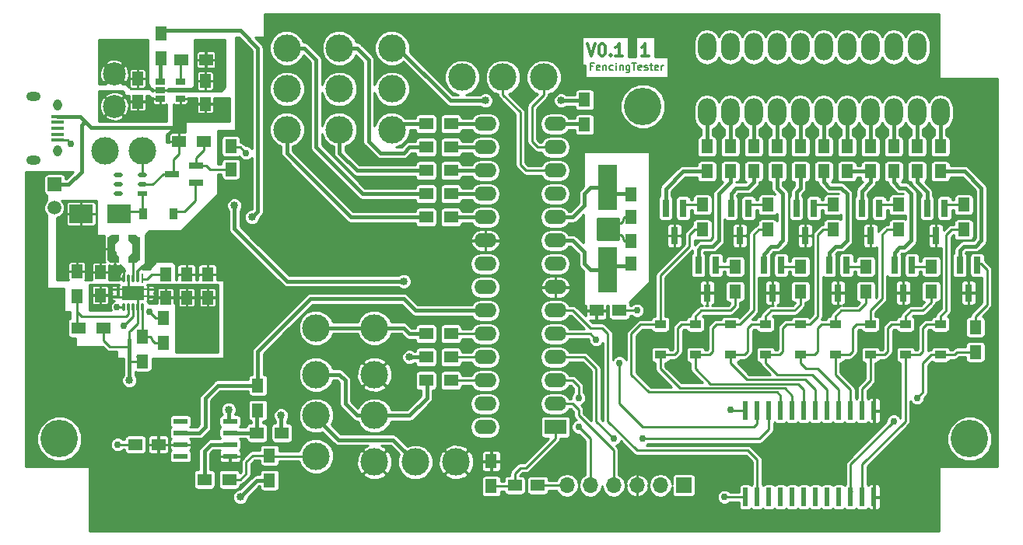
<source format=gbr>
G04 #@! TF.FileFunction,Copper,L1,Top,Signal*
%FSLAX46Y46*%
G04 Gerber Fmt 4.6, Leading zero omitted, Abs format (unit mm)*
G04 Created by KiCad (PCBNEW 4.0.5) date 04/03/17 19:29:13*
%MOMM*%
%LPD*%
G01*
G04 APERTURE LIST*
%ADD10C,0.100000*%
%ADD11C,0.300000*%
%ADD12C,0.200000*%
%ADD13C,4.064000*%
%ADD14R,0.600000X2.000000*%
%ADD15R,1.250000X1.500000*%
%ADD16C,2.500000*%
%ADD17R,1.550000X0.600000*%
%ADD18R,1.200000X0.900000*%
%ADD19R,0.900000X1.200000*%
%ADD20R,2.400000X1.600000*%
%ADD21O,2.400000X1.600000*%
%ADD22R,0.900000X2.540000*%
%ADD23R,0.880000X0.700000*%
%ADD24R,1.700000X1.700000*%
%ADD25O,1.700000X1.700000*%
%ADD26R,2.651760X2.029460*%
%ADD27C,3.000000*%
%ADD28R,0.800000X1.900000*%
%ADD29R,1.000000X0.508000*%
%ADD30O,1.000000X0.508000*%
%ADD31R,1.500000X1.250000*%
%ADD32R,1.300000X1.500000*%
%ADD33R,1.500000X1.300000*%
%ADD34R,2.400000X1.650000*%
%ADD35R,0.850000X0.280000*%
%ADD36R,0.280000X1.000000*%
%ADD37O,0.280000X1.000000*%
%ADD38C,0.400000*%
%ADD39O,2.000000X3.000000*%
%ADD40R,1.500000X0.800000*%
%ADD41R,2.000000X5.000000*%
%ADD42R,1.060000X0.650000*%
%ADD43R,1.500000X1.500000*%
%ADD44C,1.500000*%
%ADD45R,1.350000X0.400000*%
%ADD46O,0.950000X1.250000*%
%ADD47O,1.550000X1.000000*%
%ADD48C,0.750000*%
%ADD49C,0.600000*%
%ADD50C,0.650000*%
%ADD51C,0.850000*%
%ADD52C,0.250000*%
%ADD53C,0.400000*%
%ADD54C,0.254000*%
G04 APERTURE END LIST*
D10*
D11*
X158740429Y-82122095D02*
X157997572Y-82122095D01*
X158369001Y-82122095D02*
X158369001Y-80822095D01*
X158245191Y-81007810D01*
X158121382Y-81131619D01*
X157997572Y-81193524D01*
X152070048Y-80822095D02*
X152503381Y-82122095D01*
X152936714Y-80822095D01*
X153617667Y-80822095D02*
X153741476Y-80822095D01*
X153865286Y-80884000D01*
X153927191Y-80945905D01*
X153989095Y-81069714D01*
X154051000Y-81317333D01*
X154051000Y-81626857D01*
X153989095Y-81874476D01*
X153927191Y-81998286D01*
X153865286Y-82060190D01*
X153741476Y-82122095D01*
X153617667Y-82122095D01*
X153493857Y-82060190D01*
X153431953Y-81998286D01*
X153370048Y-81874476D01*
X153308143Y-81626857D01*
X153308143Y-81317333D01*
X153370048Y-81069714D01*
X153431953Y-80945905D01*
X153493857Y-80884000D01*
X153617667Y-80822095D01*
X154608143Y-81998286D02*
X154670048Y-82060190D01*
X154608143Y-82122095D01*
X154546238Y-82060190D01*
X154608143Y-81998286D01*
X154608143Y-82122095D01*
X155908143Y-82122095D02*
X155165286Y-82122095D01*
X155536715Y-82122095D02*
X155536715Y-80822095D01*
X155412905Y-81007810D01*
X155289096Y-81131619D01*
X155165286Y-81193524D01*
D12*
X152698905Y-83254857D02*
X152432238Y-83254857D01*
X152432238Y-83673905D02*
X152432238Y-82873905D01*
X152813191Y-82873905D01*
X153422714Y-83635810D02*
X153346524Y-83673905D01*
X153194143Y-83673905D01*
X153117952Y-83635810D01*
X153079857Y-83559619D01*
X153079857Y-83254857D01*
X153117952Y-83178667D01*
X153194143Y-83140571D01*
X153346524Y-83140571D01*
X153422714Y-83178667D01*
X153460809Y-83254857D01*
X153460809Y-83331048D01*
X153079857Y-83407238D01*
X153803666Y-83140571D02*
X153803666Y-83673905D01*
X153803666Y-83216762D02*
X153841761Y-83178667D01*
X153917952Y-83140571D01*
X154032238Y-83140571D01*
X154108428Y-83178667D01*
X154146523Y-83254857D01*
X154146523Y-83673905D01*
X154870333Y-83635810D02*
X154794143Y-83673905D01*
X154641762Y-83673905D01*
X154565571Y-83635810D01*
X154527476Y-83597714D01*
X154489381Y-83521524D01*
X154489381Y-83292952D01*
X154527476Y-83216762D01*
X154565571Y-83178667D01*
X154641762Y-83140571D01*
X154794143Y-83140571D01*
X154870333Y-83178667D01*
X155213190Y-83673905D02*
X155213190Y-83140571D01*
X155213190Y-82873905D02*
X155175095Y-82912000D01*
X155213190Y-82950095D01*
X155251285Y-82912000D01*
X155213190Y-82873905D01*
X155213190Y-82950095D01*
X155594142Y-83140571D02*
X155594142Y-83673905D01*
X155594142Y-83216762D02*
X155632237Y-83178667D01*
X155708428Y-83140571D01*
X155822714Y-83140571D01*
X155898904Y-83178667D01*
X155936999Y-83254857D01*
X155936999Y-83673905D01*
X156660809Y-83140571D02*
X156660809Y-83788190D01*
X156622714Y-83864381D01*
X156584619Y-83902476D01*
X156508428Y-83940571D01*
X156394143Y-83940571D01*
X156317952Y-83902476D01*
X156660809Y-83635810D02*
X156584619Y-83673905D01*
X156432238Y-83673905D01*
X156356047Y-83635810D01*
X156317952Y-83597714D01*
X156279857Y-83521524D01*
X156279857Y-83292952D01*
X156317952Y-83216762D01*
X156356047Y-83178667D01*
X156432238Y-83140571D01*
X156584619Y-83140571D01*
X156660809Y-83178667D01*
X156927476Y-82873905D02*
X157384619Y-82873905D01*
X157156048Y-83673905D02*
X157156048Y-82873905D01*
X157956048Y-83635810D02*
X157879858Y-83673905D01*
X157727477Y-83673905D01*
X157651286Y-83635810D01*
X157613191Y-83559619D01*
X157613191Y-83254857D01*
X157651286Y-83178667D01*
X157727477Y-83140571D01*
X157879858Y-83140571D01*
X157956048Y-83178667D01*
X157994143Y-83254857D01*
X157994143Y-83331048D01*
X157613191Y-83407238D01*
X158298905Y-83635810D02*
X158375095Y-83673905D01*
X158527476Y-83673905D01*
X158603667Y-83635810D01*
X158641762Y-83559619D01*
X158641762Y-83521524D01*
X158603667Y-83445333D01*
X158527476Y-83407238D01*
X158413191Y-83407238D01*
X158337000Y-83369143D01*
X158298905Y-83292952D01*
X158298905Y-83254857D01*
X158337000Y-83178667D01*
X158413191Y-83140571D01*
X158527476Y-83140571D01*
X158603667Y-83178667D01*
X158870333Y-83140571D02*
X159175095Y-83140571D01*
X158984619Y-82873905D02*
X158984619Y-83559619D01*
X159022714Y-83635810D01*
X159098905Y-83673905D01*
X159175095Y-83673905D01*
X159746524Y-83635810D02*
X159670334Y-83673905D01*
X159517953Y-83673905D01*
X159441762Y-83635810D01*
X159403667Y-83559619D01*
X159403667Y-83254857D01*
X159441762Y-83178667D01*
X159517953Y-83140571D01*
X159670334Y-83140571D01*
X159746524Y-83178667D01*
X159784619Y-83254857D01*
X159784619Y-83331048D01*
X159403667Y-83407238D01*
X160127476Y-83673905D02*
X160127476Y-83140571D01*
X160127476Y-83292952D02*
X160165571Y-83216762D01*
X160203667Y-83178667D01*
X160279857Y-83140571D01*
X160356048Y-83140571D01*
D13*
X158115000Y-87630000D03*
X193675000Y-123825000D03*
D14*
X183261000Y-120776000D03*
X181991000Y-120776000D03*
X180721000Y-120776000D03*
X179451000Y-120776000D03*
X178181000Y-120776000D03*
X176911000Y-120776000D03*
X175641000Y-120776000D03*
X174371000Y-120776000D03*
X173101000Y-120776000D03*
X171831000Y-120776000D03*
X170561000Y-120776000D03*
X169291000Y-120776000D03*
X169291000Y-130176000D03*
X170561000Y-130176000D03*
X171831000Y-130176000D03*
X173101000Y-130176000D03*
X174371000Y-130176000D03*
X175641000Y-130176000D03*
X176911000Y-130176000D03*
X178181000Y-130176000D03*
X179451000Y-130176000D03*
X180721000Y-130176000D03*
X181991000Y-130176000D03*
X183261000Y-130176000D03*
D15*
X156845000Y-97175000D03*
X156845000Y-99675000D03*
D16*
X100584000Y-87630000D03*
X100584000Y-84074000D03*
D17*
X113190000Y-125730000D03*
X113190000Y-124460000D03*
X113190000Y-123190000D03*
X113190000Y-121920000D03*
X107790000Y-121920000D03*
X107790000Y-123190000D03*
X107790000Y-124460000D03*
X107790000Y-125730000D03*
D18*
X160020000Y-111380000D03*
X160020000Y-114680000D03*
X167640000Y-111380000D03*
X167640000Y-114680000D03*
X175260000Y-111380000D03*
X175260000Y-114680000D03*
X182880000Y-111380000D03*
X182880000Y-114680000D03*
X190500000Y-111380000D03*
X190500000Y-114680000D03*
X163830000Y-111380000D03*
X163830000Y-114680000D03*
X171450000Y-111380000D03*
X171450000Y-114680000D03*
X179070000Y-111380000D03*
X179070000Y-114680000D03*
X186690000Y-111380000D03*
X186690000Y-114680000D03*
D19*
X103760000Y-99314000D03*
X107060000Y-99314000D03*
D20*
X148590000Y-122555000D03*
D21*
X140970000Y-89535000D03*
X148590000Y-120015000D03*
X140970000Y-92075000D03*
X148590000Y-117475000D03*
X140970000Y-94615000D03*
X148590000Y-114935000D03*
X140970000Y-97155000D03*
X148590000Y-112395000D03*
X140970000Y-99695000D03*
X148590000Y-109855000D03*
X140970000Y-102235000D03*
X148590000Y-107315000D03*
X140970000Y-104775000D03*
X148590000Y-104775000D03*
X140970000Y-107315000D03*
X148590000Y-102235000D03*
X140970000Y-109855000D03*
X148590000Y-99695000D03*
X140970000Y-112395000D03*
X148590000Y-97155000D03*
X140970000Y-114935000D03*
X148590000Y-94615000D03*
X140970000Y-117475000D03*
X148590000Y-92075000D03*
X140970000Y-120015000D03*
X148590000Y-89535000D03*
X140970000Y-122555000D03*
D22*
X102940000Y-103124000D03*
X100260000Y-103124000D03*
D23*
X102550000Y-104304000D03*
X102550000Y-101944000D03*
X100650000Y-104304000D03*
X100650000Y-101944000D03*
D10*
G36*
X100695078Y-102624189D02*
X100534047Y-102432958D01*
X100924922Y-102103811D01*
X101085953Y-102295042D01*
X100695078Y-102624189D01*
X100695078Y-102624189D01*
G37*
G36*
X102275078Y-104144189D02*
X102114047Y-103952958D01*
X102504922Y-103623811D01*
X102665953Y-103815042D01*
X102275078Y-104144189D01*
X102275078Y-104144189D01*
G37*
G36*
X100534047Y-103815042D02*
X100695078Y-103623811D01*
X101085953Y-103952958D01*
X100924922Y-104144189D01*
X100534047Y-103815042D01*
X100534047Y-103815042D01*
G37*
G36*
X102114047Y-102295042D02*
X102275078Y-102103811D01*
X102665953Y-102432958D01*
X102504922Y-102624189D01*
X102114047Y-102295042D01*
X102114047Y-102295042D01*
G37*
G36*
X102990000Y-104651069D02*
X102732931Y-104394000D01*
X102990000Y-104136931D01*
X103247069Y-104394000D01*
X102990000Y-104651069D01*
X102990000Y-104651069D01*
G37*
G36*
X102990000Y-102111069D02*
X102732931Y-101854000D01*
X102990000Y-101596931D01*
X103247069Y-101854000D01*
X102990000Y-102111069D01*
X102990000Y-102111069D01*
G37*
G36*
X100210000Y-102111069D02*
X99952931Y-101854000D01*
X100210000Y-101596931D01*
X100467069Y-101854000D01*
X100210000Y-102111069D01*
X100210000Y-102111069D01*
G37*
G36*
X100210000Y-104651069D02*
X99952931Y-104394000D01*
X100210000Y-104136931D01*
X100467069Y-104394000D01*
X100210000Y-104651069D01*
X100210000Y-104651069D01*
G37*
D24*
X162560000Y-128905000D03*
D25*
X160020000Y-128905000D03*
X157480000Y-128905000D03*
X154940000Y-128905000D03*
X152400000Y-128905000D03*
X149860000Y-128905000D03*
D26*
X96974660Y-99314000D03*
X101145340Y-99314000D03*
D27*
X130810000Y-90170000D03*
X130810000Y-85725000D03*
X130810000Y-81280000D03*
X125095000Y-90170000D03*
X125095000Y-85725000D03*
X125095000Y-81280000D03*
X119380000Y-90170000D03*
X119380000Y-85725000D03*
X119380000Y-81280000D03*
X128905000Y-111760000D03*
X128905000Y-116840000D03*
X128905000Y-121285000D03*
X137795000Y-126365000D03*
X133350000Y-126365000D03*
X128905000Y-126365000D03*
D28*
X162494000Y-98703000D03*
X160594000Y-98703000D03*
X161544000Y-101703000D03*
X166050000Y-104926000D03*
X164150000Y-104926000D03*
X165100000Y-107926000D03*
X169606000Y-98703000D03*
X167706000Y-98703000D03*
X168656000Y-101703000D03*
X173162000Y-104926000D03*
X171262000Y-104926000D03*
X172212000Y-107926000D03*
X176718000Y-98703000D03*
X174818000Y-98703000D03*
X175768000Y-101703000D03*
X180274000Y-104926000D03*
X178374000Y-104926000D03*
X179324000Y-107926000D03*
X183830000Y-98703000D03*
X181930000Y-98703000D03*
X182880000Y-101703000D03*
X187386000Y-104926000D03*
X185486000Y-104926000D03*
X186436000Y-107926000D03*
X190942000Y-98703000D03*
X189042000Y-98703000D03*
X189992000Y-101703000D03*
X194498000Y-104926000D03*
X192598000Y-104926000D03*
X193548000Y-107926000D03*
D29*
X103608000Y-97120000D03*
D30*
X103608000Y-96120000D03*
X103608000Y-95120000D03*
X100988000Y-95120000D03*
X100988000Y-96120000D03*
X100988000Y-97120000D03*
D27*
X103632000Y-92456000D03*
X99568000Y-92456000D03*
D31*
X153055000Y-109855000D03*
X155555000Y-109855000D03*
X146665000Y-128905000D03*
X144165000Y-128905000D03*
D15*
X156845000Y-104755000D03*
X156845000Y-102255000D03*
D31*
X102890000Y-124460000D03*
X105390000Y-124460000D03*
D15*
X110490000Y-84856000D03*
X110490000Y-87356000D03*
X103124000Y-87102000D03*
X103124000Y-84602000D03*
X113284000Y-91968000D03*
X113284000Y-94468000D03*
X99060000Y-108184000D03*
X99060000Y-105684000D03*
X106172000Y-105938000D03*
X106172000Y-108438000D03*
X108458000Y-105938000D03*
X108458000Y-108438000D03*
X110744000Y-105938000D03*
X110744000Y-108438000D03*
D32*
X141605000Y-126285000D03*
X141605000Y-128985000D03*
D33*
X134540000Y-112395000D03*
X137240000Y-112395000D03*
X134540000Y-114935000D03*
X137240000Y-114935000D03*
X134540000Y-117475000D03*
X137240000Y-117475000D03*
D32*
X151765000Y-86915000D03*
X151765000Y-89615000D03*
D33*
X134540000Y-89535000D03*
X137240000Y-89535000D03*
X134540000Y-92075000D03*
X137240000Y-92075000D03*
X134540000Y-94615000D03*
X137240000Y-94615000D03*
X134540000Y-97155000D03*
X137240000Y-97155000D03*
X134540000Y-99695000D03*
X137240000Y-99695000D03*
X118825000Y-123190000D03*
X116125000Y-123190000D03*
D32*
X116205000Y-120730000D03*
X116205000Y-118030000D03*
D33*
X110410000Y-128270000D03*
X113110000Y-128270000D03*
D32*
X117475000Y-128350000D03*
X117475000Y-125650000D03*
X165100000Y-91995000D03*
X165100000Y-94695000D03*
X167640000Y-91995000D03*
X167640000Y-94695000D03*
X170180000Y-91995000D03*
X170180000Y-94695000D03*
X172720000Y-91995000D03*
X172720000Y-94695000D03*
X175260000Y-91995000D03*
X175260000Y-94695000D03*
X177800000Y-91995000D03*
X177800000Y-94695000D03*
X180340000Y-91995000D03*
X180340000Y-94695000D03*
X182880000Y-91995000D03*
X182880000Y-94695000D03*
X185420000Y-91995000D03*
X185420000Y-94695000D03*
X187960000Y-91995000D03*
X187960000Y-94695000D03*
X190500000Y-91995000D03*
X190500000Y-94695000D03*
X105664000Y-82376000D03*
X105664000Y-79676000D03*
D33*
X107870000Y-82550000D03*
X110570000Y-82550000D03*
X110316000Y-91440000D03*
X107616000Y-91440000D03*
D32*
X96520000Y-105584000D03*
X96520000Y-108284000D03*
D33*
X96694000Y-111760000D03*
X99394000Y-111760000D03*
D32*
X105918000Y-110664000D03*
X105918000Y-113364000D03*
X103632000Y-112696000D03*
X103632000Y-115396000D03*
D34*
X102616000Y-107950000D03*
D35*
X100991000Y-108350000D03*
X100991000Y-107560000D03*
X104241000Y-108340000D03*
X104241000Y-107560000D03*
D36*
X103616000Y-106400000D03*
D37*
X103116000Y-106400000D03*
X102616000Y-106400000D03*
X102116000Y-106400000D03*
X101616000Y-106400000D03*
X101616000Y-109500000D03*
X102116000Y-109500000D03*
X102616000Y-109500000D03*
X103116000Y-109500000D03*
X103616000Y-109500000D03*
D38*
X102616000Y-107950000D03*
X101866000Y-108450000D03*
X103366000Y-108450000D03*
X103366000Y-107450000D03*
X101866000Y-107450000D03*
D39*
X165100000Y-88265000D03*
X167640000Y-88265000D03*
X170180000Y-88265000D03*
X172720000Y-88265000D03*
X175260000Y-88265000D03*
X177800000Y-88265000D03*
X180340000Y-88265000D03*
X182880000Y-88265000D03*
X185420000Y-88265000D03*
X187960000Y-88265000D03*
X190500000Y-88265000D03*
X187960000Y-81153000D03*
X185420000Y-81153000D03*
X182880000Y-81153000D03*
X180340000Y-81153000D03*
X177800000Y-81153000D03*
X175260000Y-81153000D03*
X172720000Y-81153000D03*
X170180000Y-81153000D03*
X167640000Y-81153000D03*
X165100000Y-81153000D03*
D32*
X164592000Y-98345000D03*
X164592000Y-101045000D03*
X168148000Y-105076000D03*
X168148000Y-107776000D03*
X171704000Y-98345000D03*
X171704000Y-101045000D03*
X175260000Y-105076000D03*
X175260000Y-107776000D03*
X178816000Y-98345000D03*
X178816000Y-101045000D03*
X182372000Y-105076000D03*
X182372000Y-107776000D03*
X185928000Y-98345000D03*
X185928000Y-101045000D03*
X189484000Y-105076000D03*
X189484000Y-107776000D03*
X193040000Y-98345000D03*
X193040000Y-101045000D03*
X194310000Y-111680000D03*
X194310000Y-114380000D03*
D13*
X94615000Y-123825000D03*
D40*
X106904000Y-94996000D03*
X109504000Y-95946000D03*
X109504000Y-94046000D03*
D27*
X147320000Y-84455000D03*
X138430000Y-84455000D03*
X142875000Y-84455000D03*
X122555000Y-116840000D03*
X122555000Y-111760000D03*
X122555000Y-125730000D03*
X122555000Y-121285000D03*
D41*
X154305000Y-105465000D03*
X154305000Y-96465000D03*
D42*
X105580000Y-84902000D03*
X105580000Y-85852000D03*
X105580000Y-86802000D03*
X107780000Y-86802000D03*
X107780000Y-84902000D03*
D43*
X94107000Y-96139000D03*
D44*
X94107000Y-98679000D03*
D45*
X94452540Y-88709100D03*
X94452540Y-89359100D03*
X94452540Y-90009100D03*
X94452540Y-90659100D03*
X94452540Y-91309100D03*
D46*
X94452540Y-87509100D03*
X94452540Y-92509100D03*
D47*
X91752540Y-86509100D03*
X91752540Y-93509100D03*
D48*
X111760000Y-125730000D03*
X109220000Y-124460000D03*
X104394000Y-104140000D03*
X104394000Y-109982000D03*
X167640000Y-120650000D03*
X114935000Y-92710000D03*
X100965000Y-124460000D03*
X157480000Y-109855000D03*
X95885000Y-91694000D03*
X154305000Y-100965000D03*
D49*
X100076000Y-81026000D03*
X101600000Y-81026000D03*
X103124000Y-81026000D03*
X103124000Y-82804000D03*
X112268000Y-84836000D03*
X112268000Y-83820000D03*
X112268000Y-82550000D03*
X111506000Y-81026000D03*
X109982000Y-81026000D03*
D50*
X108966000Y-110236000D03*
X108966000Y-111760000D03*
X108966000Y-113284000D03*
X110744000Y-113284000D03*
X110744000Y-111760000D03*
X110744000Y-110236000D03*
D48*
X187960000Y-119380000D03*
X185420000Y-121920000D03*
D51*
X115570000Y-99695000D03*
D48*
X151130000Y-122555000D03*
X151130000Y-119380000D03*
D51*
X113665000Y-98425000D03*
X132080000Y-106680000D03*
D48*
X101600000Y-111506000D03*
X100838000Y-109474000D03*
X97790000Y-103632000D03*
D51*
X132715000Y-114935000D03*
D49*
X107950000Y-88138000D03*
X112522000Y-88392000D03*
X112014000Y-87376000D03*
D51*
X149225000Y-86995000D03*
X140970000Y-86995000D03*
D49*
X104394000Y-87884000D03*
X104394000Y-88900000D03*
X105664000Y-88900000D03*
X105664000Y-87884000D03*
X102616000Y-88900000D03*
D48*
X153035000Y-113030000D03*
X155575000Y-115570000D03*
X167005000Y-130175000D03*
X158115000Y-123825000D03*
X154940000Y-123825000D03*
D51*
X113030000Y-120650000D03*
X118745000Y-121285000D03*
X102235000Y-117475000D03*
X114300000Y-130175000D03*
D52*
X148590000Y-107315000D02*
X150495000Y-107315000D01*
X151765000Y-109855000D02*
X153055000Y-109855000D01*
X151130000Y-109220000D02*
X151765000Y-109855000D01*
X151130000Y-107950000D02*
X151130000Y-109220000D01*
X150495000Y-107315000D02*
X151130000Y-107950000D01*
X107790000Y-124460000D02*
X109220000Y-124460000D01*
X111760000Y-125730000D02*
X113190000Y-125730000D01*
X107790000Y-124460000D02*
X105390000Y-124460000D01*
D11*
X103116000Y-106100500D02*
X103116000Y-105608500D01*
X103116000Y-105608500D02*
X103632000Y-105092500D01*
X103632000Y-105092500D02*
X103886000Y-105092500D01*
D52*
X105918000Y-110664000D02*
X105076000Y-110664000D01*
X105076000Y-110664000D02*
X104394000Y-109982000D01*
D53*
X110410000Y-128270000D02*
X110410000Y-125175000D01*
X111125000Y-124460000D02*
X113190000Y-124460000D01*
X110410000Y-125175000D02*
X111125000Y-124460000D01*
X116125000Y-123190000D02*
X116125000Y-120810000D01*
X116125000Y-120810000D02*
X116205000Y-120730000D01*
X113190000Y-123190000D02*
X116125000Y-123190000D01*
D52*
X155956000Y-102108000D02*
X155956000Y-101854000D01*
X156103000Y-102255000D02*
X155956000Y-102108000D01*
X155702000Y-101600000D02*
X154686000Y-101600000D01*
X154305000Y-100965000D02*
X154686000Y-101600000D01*
X156103000Y-102255000D02*
X156845000Y-102255000D01*
X155956000Y-101854000D02*
X155702000Y-101600000D01*
X156845000Y-99675000D02*
X156103000Y-99675000D01*
X155702000Y-100330000D02*
X155194000Y-100330000D01*
X155956000Y-100076000D02*
X155702000Y-100330000D01*
X155956000Y-99822000D02*
X155956000Y-100076000D01*
X156103000Y-99675000D02*
X155956000Y-99822000D01*
X103116000Y-109450000D02*
X103116000Y-108450000D01*
X103116000Y-108450000D02*
X102616000Y-107950000D01*
X167766000Y-120776000D02*
X167640000Y-120650000D01*
X167766000Y-120776000D02*
X169291000Y-120776000D01*
X113284000Y-91968000D02*
X113391000Y-92075000D01*
X113391000Y-92075000D02*
X114300000Y-92075000D01*
X114300000Y-92075000D02*
X114935000Y-92710000D01*
X102890000Y-124460000D02*
X100965000Y-124460000D01*
X155555000Y-109855000D02*
X157480000Y-109855000D01*
X103116000Y-108450000D02*
X102616000Y-107950000D01*
X101066000Y-108350000D02*
X102216000Y-108350000D01*
X102216000Y-108350000D02*
X102616000Y-107950000D01*
X94452540Y-91309100D02*
X95500100Y-91309100D01*
X95500100Y-91309100D02*
X95885000Y-91694000D01*
X154940000Y-100330000D02*
X154305000Y-100965000D01*
X103124000Y-84602000D02*
X103124000Y-82804000D01*
X103124000Y-81026000D02*
X101600000Y-81026000D01*
X110570000Y-82550000D02*
X112268000Y-82550000D01*
X112268000Y-83820000D02*
X112268000Y-84836000D01*
X110570000Y-82550000D02*
X110570000Y-81614000D01*
X110570000Y-81614000D02*
X109982000Y-81026000D01*
X110744000Y-108438000D02*
X110744000Y-110236000D01*
X108966000Y-113284000D02*
X108966000Y-111760000D01*
X110744000Y-111760000D02*
X110744000Y-113284000D01*
X110570000Y-82804000D02*
X110570000Y-81868000D01*
X102116000Y-106450000D02*
X102116000Y-107450000D01*
D53*
X133350000Y-109855000D02*
X132080000Y-108585000D01*
X133350000Y-109855000D02*
X140970000Y-109855000D01*
X116205000Y-118030000D02*
X116205000Y-114300000D01*
X121920000Y-108585000D02*
X116205000Y-114300000D01*
X132080000Y-108585000D02*
X121920000Y-108585000D01*
X116205000Y-118030000D02*
X111840000Y-118030000D01*
X110490000Y-119380000D02*
X111840000Y-118030000D01*
X109855000Y-123190000D02*
X110490000Y-122555000D01*
X110490000Y-122555000D02*
X110490000Y-119380000D01*
X109855000Y-123190000D02*
X107790000Y-123190000D01*
X130810000Y-89535000D02*
X134540000Y-89535000D01*
X134540000Y-94615000D02*
X127000000Y-94615000D01*
X125095000Y-92710000D02*
X125095000Y-90170000D01*
X127000000Y-94615000D02*
X125095000Y-92710000D01*
X134540000Y-99695000D02*
X126365000Y-99695000D01*
X119380000Y-92710000D02*
X119380000Y-90170000D01*
X126365000Y-99695000D02*
X119380000Y-92710000D01*
D52*
X158750000Y-118745000D02*
X156845000Y-116840000D01*
X172720000Y-118745000D02*
X158750000Y-118745000D01*
X156845000Y-116840000D02*
X156845000Y-112395000D01*
X156845000Y-112395000D02*
X157860000Y-111380000D01*
X160020000Y-111380000D02*
X157860000Y-111380000D01*
X173101000Y-119126000D02*
X173101000Y-120776000D01*
X172720000Y-118745000D02*
X173101000Y-119126000D01*
X160020000Y-111380000D02*
X160020000Y-106045000D01*
X163750000Y-101045000D02*
X164592000Y-101045000D01*
X163195000Y-101600000D02*
X163750000Y-101045000D01*
X163195000Y-102870000D02*
X163195000Y-101600000D01*
X160020000Y-106045000D02*
X163195000Y-102870000D01*
X162109998Y-118294998D02*
X173539998Y-118294998D01*
X162109998Y-118294998D02*
X160020000Y-116205000D01*
X160020000Y-114680000D02*
X160020000Y-116205000D01*
X174371000Y-119126000D02*
X174371000Y-120776000D01*
X173539998Y-118294998D02*
X174371000Y-119126000D01*
X163830000Y-111380000D02*
X163830000Y-110490000D01*
X168148000Y-109347000D02*
X168148000Y-107776000D01*
X167640000Y-109855000D02*
X168148000Y-109347000D01*
X164465000Y-109855000D02*
X167640000Y-109855000D01*
X163830000Y-110490000D02*
X164465000Y-109855000D01*
X163830000Y-111380000D02*
X162305000Y-111380000D01*
X161545000Y-114680000D02*
X160020000Y-114680000D01*
X161925000Y-114300000D02*
X161545000Y-114680000D01*
X161925000Y-111760000D02*
X161925000Y-114300000D01*
X162305000Y-111380000D02*
X161925000Y-111760000D01*
X165469996Y-117844996D02*
X174994996Y-117844996D01*
X165469996Y-117844996D02*
X163830000Y-116205000D01*
X163830000Y-114680000D02*
X163830000Y-116205000D01*
X175641000Y-118491000D02*
X175641000Y-120776000D01*
X174994996Y-117844996D02*
X175641000Y-118491000D01*
X170180000Y-109855000D02*
X168655000Y-111380000D01*
X171704000Y-101045000D02*
X170735000Y-101045000D01*
X170180000Y-101600000D02*
X170735000Y-101045000D01*
X170180000Y-109855000D02*
X170180000Y-101600000D01*
X168655000Y-111380000D02*
X167640000Y-111380000D01*
X163830000Y-114680000D02*
X165355000Y-114680000D01*
X166115000Y-111380000D02*
X167640000Y-111380000D01*
X165735000Y-111760000D02*
X166115000Y-111380000D01*
X165735000Y-114300000D02*
X165735000Y-111760000D01*
X165355000Y-114680000D02*
X165735000Y-114300000D01*
X169464994Y-117394994D02*
X175814994Y-117394994D01*
X169464994Y-117394994D02*
X167640000Y-115570000D01*
X167640000Y-114680000D02*
X167640000Y-115570000D01*
X176911000Y-118491000D02*
X176911000Y-120776000D01*
X175814994Y-117394994D02*
X176911000Y-118491000D01*
X171450000Y-111380000D02*
X171450000Y-110490000D01*
X175260000Y-109220000D02*
X175260000Y-107776000D01*
X174625000Y-109855000D02*
X175260000Y-109220000D01*
X172085000Y-109855000D02*
X174625000Y-109855000D01*
X171450000Y-110490000D02*
X172085000Y-109855000D01*
X171450000Y-111380000D02*
X169925000Y-111380000D01*
X169165000Y-114680000D02*
X167640000Y-114680000D01*
X169545000Y-114300000D02*
X169165000Y-114680000D01*
X169545000Y-111760000D02*
X169545000Y-114300000D01*
X169925000Y-111380000D02*
X169545000Y-111760000D01*
X172720000Y-116840000D02*
X176530000Y-116840000D01*
X171450000Y-114680000D02*
X171450000Y-115570000D01*
X172720000Y-116840000D02*
X171450000Y-115570000D01*
X178181000Y-118491000D02*
X178181000Y-120776000D01*
X176530000Y-116840000D02*
X178181000Y-118491000D01*
X175260000Y-111380000D02*
X176275000Y-111380000D01*
X177720000Y-101045000D02*
X178816000Y-101045000D01*
X177165000Y-101600000D02*
X177720000Y-101045000D01*
X177165000Y-110490000D02*
X177165000Y-101600000D01*
X176275000Y-111380000D02*
X177165000Y-110490000D01*
X175260000Y-111380000D02*
X173735000Y-111380000D01*
X172975000Y-114680000D02*
X171450000Y-114680000D01*
X173355000Y-114300000D02*
X172975000Y-114680000D01*
X173355000Y-111760000D02*
X173355000Y-114300000D01*
X173735000Y-111380000D02*
X173355000Y-111760000D01*
X179451000Y-120776000D02*
X179451000Y-118491000D01*
X177165000Y-116205000D02*
X175895000Y-116205000D01*
X179451000Y-118491000D02*
X177165000Y-116205000D01*
X175260000Y-115570000D02*
X175260000Y-114680000D01*
X175895000Y-116205000D02*
X175260000Y-115570000D01*
X179070000Y-111380000D02*
X179070000Y-110490000D01*
X182372000Y-109093000D02*
X182372000Y-107776000D01*
X181610000Y-109855000D02*
X182372000Y-109093000D01*
X179705000Y-109855000D02*
X181610000Y-109855000D01*
X179070000Y-110490000D02*
X179705000Y-109855000D01*
X179070000Y-111380000D02*
X177545000Y-111380000D01*
X176785000Y-114680000D02*
X175260000Y-114680000D01*
X177165000Y-114300000D02*
X176785000Y-114680000D01*
X177165000Y-111760000D02*
X177165000Y-114300000D01*
X177545000Y-111380000D02*
X177165000Y-111760000D01*
X179070000Y-116840000D02*
X180721000Y-118491000D01*
X179070000Y-114680000D02*
X179070000Y-116840000D01*
X180721000Y-118491000D02*
X180721000Y-120776000D01*
X179070000Y-114935000D02*
X179070000Y-114680000D01*
X182880000Y-111380000D02*
X182880000Y-109855000D01*
X184705000Y-101045000D02*
X185928000Y-101045000D01*
X184150000Y-101600000D02*
X184705000Y-101045000D01*
X184150000Y-108585000D02*
X184150000Y-101600000D01*
X182880000Y-109855000D02*
X184150000Y-108585000D01*
X182880000Y-111380000D02*
X181355000Y-111380000D01*
X180595000Y-114680000D02*
X179070000Y-114680000D01*
X180975000Y-114300000D02*
X180595000Y-114680000D01*
X180975000Y-111760000D02*
X180975000Y-114300000D01*
X181355000Y-111380000D02*
X180975000Y-111760000D01*
X182880000Y-117475000D02*
X181991000Y-118364000D01*
X182880000Y-114680000D02*
X182880000Y-117475000D01*
X181991000Y-118364000D02*
X181991000Y-120776000D01*
X186690000Y-111380000D02*
X186690000Y-110490000D01*
X189484000Y-108966000D02*
X189484000Y-107776000D01*
X188595000Y-109855000D02*
X189484000Y-108966000D01*
X187325000Y-109855000D02*
X188595000Y-109855000D01*
X186690000Y-110490000D02*
X187325000Y-109855000D01*
X186690000Y-111380000D02*
X185165000Y-111380000D01*
X184405000Y-114680000D02*
X182880000Y-114680000D01*
X184785000Y-114300000D02*
X184405000Y-114680000D01*
X184785000Y-111760000D02*
X184785000Y-114300000D01*
X185165000Y-111380000D02*
X184785000Y-111760000D01*
X181991000Y-130176000D02*
X181991000Y-126619000D01*
X186690000Y-121920000D02*
X186690000Y-114680000D01*
X181991000Y-126619000D02*
X186690000Y-121920000D01*
X190500000Y-111380000D02*
X190500000Y-110490000D01*
X191690000Y-101045000D02*
X193040000Y-101045000D01*
X191135000Y-101600000D02*
X191690000Y-101045000D01*
X191135000Y-109855000D02*
X191135000Y-101600000D01*
X190500000Y-110490000D02*
X191135000Y-109855000D01*
X190500000Y-111380000D02*
X188975000Y-111380000D01*
X188215000Y-114680000D02*
X186690000Y-114680000D01*
X188595000Y-114300000D02*
X188215000Y-114680000D01*
X188595000Y-111760000D02*
X188595000Y-114300000D01*
X188975000Y-111380000D02*
X188595000Y-111760000D01*
X180721000Y-130176000D02*
X180721000Y-126619000D01*
X189485000Y-114680000D02*
X190500000Y-114680000D01*
X188595000Y-115570000D02*
X189485000Y-114680000D01*
X188595000Y-118745000D02*
X188595000Y-115570000D01*
X187960000Y-119380000D02*
X188595000Y-118745000D01*
X180721000Y-126619000D02*
X185420000Y-121920000D01*
X190500000Y-114680000D02*
X192025000Y-114680000D01*
X192325000Y-114380000D02*
X194310000Y-114380000D01*
X192025000Y-114680000D02*
X192325000Y-114380000D01*
X180721000Y-129413000D02*
X180848000Y-129540000D01*
D53*
X116205000Y-81280000D02*
X116205000Y-99060000D01*
X114300000Y-79375000D02*
X105965000Y-79375000D01*
X116205000Y-81280000D02*
X114300000Y-79375000D01*
X115570000Y-99695000D02*
X116205000Y-99060000D01*
X105965000Y-79375000D02*
X105664000Y-79676000D01*
D52*
X103608000Y-97124000D02*
X103608000Y-99162000D01*
X103608000Y-99162000D02*
X103760000Y-99314000D01*
X103608000Y-98908000D02*
X103456000Y-99060000D01*
X103456000Y-99060000D02*
X101145340Y-99060000D01*
X108204000Y-99060000D02*
X109404000Y-97860000D01*
X107060000Y-99060000D02*
X108204000Y-99060000D01*
X109404000Y-97860000D02*
X109404000Y-95946000D01*
X148590000Y-122555000D02*
X148590000Y-123825000D01*
X144165000Y-127615000D02*
X144165000Y-128905000D01*
X144780000Y-127000000D02*
X144165000Y-127615000D01*
X145415000Y-127000000D02*
X144780000Y-127000000D01*
X148590000Y-123825000D02*
X145415000Y-127000000D01*
X141605000Y-128985000D02*
X144085000Y-128985000D01*
X144085000Y-128985000D02*
X144165000Y-128905000D01*
D53*
X137240000Y-89535000D02*
X140970000Y-89535000D01*
D52*
X148590000Y-120015000D02*
X150495000Y-120015000D01*
X154940000Y-125095000D02*
X154940000Y-128905000D01*
X151130000Y-121285000D02*
X154940000Y-125095000D01*
X151130000Y-120650000D02*
X151130000Y-121285000D01*
X150495000Y-120015000D02*
X151130000Y-120650000D01*
D53*
X140970000Y-92075000D02*
X137240000Y-92075000D01*
D52*
X148590000Y-117475000D02*
X150495000Y-117475000D01*
X152400000Y-123825000D02*
X152400000Y-128905000D01*
X151130000Y-122555000D02*
X152400000Y-123825000D01*
X151130000Y-118110000D02*
X151130000Y-119380000D01*
X150495000Y-117475000D02*
X151130000Y-118110000D01*
D53*
X137240000Y-94615000D02*
X140970000Y-94615000D01*
X140970000Y-97155000D02*
X137240000Y-97155000D01*
X137240000Y-99695000D02*
X140970000Y-99695000D01*
X151765000Y-103505000D02*
X151765000Y-104775000D01*
X150495000Y-102235000D02*
X151765000Y-103505000D01*
X148590000Y-102235000D02*
X150495000Y-102235000D01*
X152455000Y-105465000D02*
X154305000Y-105465000D01*
X151765000Y-104775000D02*
X152455000Y-105465000D01*
X154305000Y-104965000D02*
X156635000Y-104965000D01*
X156635000Y-104965000D02*
X156845000Y-104755000D01*
X154305000Y-104775000D02*
X154305000Y-104965000D01*
X151765000Y-98425000D02*
X151765000Y-97155000D01*
X150495000Y-99695000D02*
X151765000Y-98425000D01*
X148590000Y-99695000D02*
X150495000Y-99695000D01*
X152455000Y-96465000D02*
X154305000Y-96465000D01*
X151765000Y-97155000D02*
X152455000Y-96465000D01*
X156845000Y-97175000D02*
X156825000Y-97155000D01*
X156825000Y-97155000D02*
X154305000Y-97155000D01*
D52*
X140970000Y-112395000D02*
X137240000Y-112395000D01*
X140970000Y-114935000D02*
X137240000Y-114935000D01*
X142875000Y-83820000D02*
X142875000Y-86360000D01*
X142875000Y-86360000D02*
X144780000Y-88265000D01*
X144780000Y-88265000D02*
X144780000Y-93980000D01*
X144780000Y-93980000D02*
X145415000Y-94615000D01*
X145415000Y-94615000D02*
X148590000Y-94615000D01*
X137240000Y-117475000D02*
X140970000Y-117475000D01*
X148590000Y-92075000D02*
X146685000Y-92075000D01*
X147320000Y-86360000D02*
X147320000Y-83820000D01*
X146050000Y-87630000D02*
X147320000Y-86360000D01*
X146050000Y-91440000D02*
X146050000Y-87630000D01*
X146685000Y-92075000D02*
X146050000Y-91440000D01*
D53*
X119380000Y-106680000D02*
X113665000Y-100965000D01*
X132080000Y-106680000D02*
X119380000Y-106680000D01*
X113665000Y-100965000D02*
X113665000Y-98425000D01*
D52*
X103608000Y-95124000D02*
X103608000Y-92480000D01*
X103608000Y-92480000D02*
X103632000Y-92456000D01*
D53*
X148590000Y-89535000D02*
X151685000Y-89535000D01*
X151685000Y-89535000D02*
X151765000Y-89615000D01*
D52*
X102390000Y-103884000D02*
X102390000Y-104144000D01*
X102390000Y-104144000D02*
X102550000Y-104304000D01*
X102550000Y-104304000D02*
X102900000Y-104304000D01*
X102900000Y-104304000D02*
X102990000Y-104394000D01*
X102990000Y-104394000D02*
X102940000Y-103124000D01*
X102390000Y-102364000D02*
X102390000Y-102104000D01*
X102390000Y-102104000D02*
X102640000Y-101854000D01*
X102640000Y-101854000D02*
X102640000Y-102824000D01*
X102640000Y-102824000D02*
X102940000Y-103124000D01*
X102616000Y-106450000D02*
X102616000Y-104370000D01*
X102616000Y-104370000D02*
X102550000Y-104304000D01*
X100810000Y-103884000D02*
X100810000Y-104144000D01*
X100810000Y-104144000D02*
X100650000Y-104304000D01*
X100650000Y-104304000D02*
X100260000Y-103124000D01*
X100810000Y-102364000D02*
X100810000Y-102104000D01*
X100810000Y-102104000D02*
X100260000Y-102654000D01*
X100260000Y-102654000D02*
X100260000Y-103914000D01*
X100260000Y-103914000D02*
X100290000Y-103884000D01*
X100290000Y-103884000D02*
X100290000Y-103944000D01*
X100290000Y-103944000D02*
X100350000Y-103884000D01*
X100350000Y-103884000D02*
X100350000Y-104004000D01*
X100350000Y-104004000D02*
X100650000Y-104304000D01*
X100650000Y-104304000D02*
X100650000Y-103514000D01*
X100650000Y-103514000D02*
X100260000Y-103124000D01*
X102616000Y-109450000D02*
X102616000Y-110490000D01*
X102616000Y-110490000D02*
X101600000Y-111506000D01*
X101592000Y-109474000D02*
X100838000Y-109474000D01*
X101616000Y-109450000D02*
X101592000Y-109474000D01*
X100486000Y-104140000D02*
X100650000Y-104304000D01*
X100650000Y-104304000D02*
X100260000Y-103124000D01*
X100486000Y-102108000D02*
X100650000Y-101944000D01*
X100650000Y-101944000D02*
X100260000Y-103124000D01*
X146665000Y-128905000D02*
X149860000Y-128905000D01*
D53*
X122555000Y-111760000D02*
X128905000Y-111760000D01*
X134540000Y-112395000D02*
X132715000Y-112395000D01*
X132080000Y-111760000D02*
X128905000Y-111760000D01*
X132715000Y-112395000D02*
X132080000Y-111760000D01*
X134540000Y-112395000D02*
X134620000Y-112395000D01*
X122555000Y-121285000D02*
X122555000Y-121539000D01*
X122555000Y-121539000D02*
X124968000Y-123952000D01*
X130937000Y-123952000D02*
X133350000Y-126365000D01*
X124968000Y-123952000D02*
X130937000Y-123952000D01*
X122555000Y-121285000D02*
X123825000Y-121285000D01*
X132715000Y-114935000D02*
X134540000Y-114935000D01*
X127000000Y-121285000D02*
X125730000Y-120015000D01*
X128905000Y-121285000D02*
X127000000Y-121285000D01*
X125095000Y-116840000D02*
X122555000Y-116840000D01*
X125730000Y-117475000D02*
X125095000Y-116840000D01*
X125730000Y-120015000D02*
X125730000Y-117475000D01*
X128905000Y-121285000D02*
X132715000Y-121285000D01*
X134620000Y-119380000D02*
X134620000Y-117555000D01*
X132715000Y-121285000D02*
X134620000Y-119380000D01*
X134620000Y-117555000D02*
X134540000Y-117475000D01*
D52*
X107004000Y-94996000D02*
X105918000Y-94996000D01*
X104790000Y-96124000D02*
X103608000Y-96124000D01*
X105918000Y-94996000D02*
X104790000Y-96124000D01*
D53*
X94452540Y-88709100D02*
X96837100Y-88709100D01*
X96837100Y-88709100D02*
X97409000Y-89281000D01*
X97028000Y-89662000D02*
X97028000Y-94742000D01*
X97409000Y-89281000D02*
X97028000Y-89662000D01*
X95631000Y-96139000D02*
X94107000Y-96139000D01*
X97028000Y-94742000D02*
X95631000Y-96139000D01*
X107188000Y-89916000D02*
X98044000Y-89916000D01*
X98044000Y-89916000D02*
X97409000Y-89281000D01*
D52*
X107616000Y-92790000D02*
X107004000Y-93402000D01*
X107004000Y-93402000D02*
X107004000Y-94996000D01*
X107696000Y-91106000D02*
X107616000Y-91186000D01*
X107616000Y-91186000D02*
X107616000Y-92790000D01*
X110236000Y-87356000D02*
X111994000Y-87356000D01*
X108458000Y-88646000D02*
X107950000Y-88138000D01*
X112268000Y-88646000D02*
X108458000Y-88646000D01*
X112522000Y-88392000D02*
X112268000Y-88646000D01*
X111994000Y-87356000D02*
X112014000Y-87376000D01*
D53*
X134540000Y-97155000D02*
X127635000Y-97155000D01*
X121285000Y-81280000D02*
X119380000Y-81280000D01*
X122555000Y-82550000D02*
X121285000Y-81280000D01*
X122555000Y-92075000D02*
X122555000Y-82550000D01*
X127635000Y-97155000D02*
X122555000Y-92075000D01*
X128270000Y-91440000D02*
X128270000Y-82550000D01*
X132715000Y-92075000D02*
X132080000Y-92710000D01*
X132080000Y-92710000D02*
X129540000Y-92710000D01*
X129540000Y-92710000D02*
X128270000Y-91440000D01*
X134540000Y-92075000D02*
X132715000Y-92075000D01*
X127000000Y-81280000D02*
X125095000Y-81280000D01*
X128270000Y-82550000D02*
X127000000Y-81280000D01*
X151685000Y-86995000D02*
X149225000Y-86995000D01*
X140970000Y-86995000D02*
X137160000Y-86995000D01*
X137160000Y-86995000D02*
X131445000Y-81280000D01*
X151685000Y-86995000D02*
X151765000Y-86915000D01*
X131445000Y-81280000D02*
X130810000Y-81280000D01*
X105580000Y-84902000D02*
X105580000Y-82714000D01*
D52*
X105580000Y-82714000D02*
X105664000Y-82630000D01*
X107780000Y-84902000D02*
X107780000Y-82894000D01*
X107780000Y-82894000D02*
X107870000Y-82804000D01*
X110978000Y-94468000D02*
X113284000Y-94468000D01*
X110556000Y-94046000D02*
X110978000Y-94468000D01*
X109254000Y-94046000D02*
X110556000Y-94046000D01*
X110316000Y-91186000D02*
X110316000Y-92376000D01*
X109474000Y-93218000D02*
X109474000Y-93826000D01*
X110316000Y-92376000D02*
X109474000Y-93218000D01*
X109474000Y-93826000D02*
X109254000Y-94046000D01*
X102116000Y-109450000D02*
X102116000Y-110228000D01*
X102116000Y-110228000D02*
X101854000Y-110490000D01*
X101854000Y-110490000D02*
X101600000Y-110490000D01*
X101600000Y-110490000D02*
X101854000Y-110490000D01*
X97028000Y-110490000D02*
X101600000Y-110490000D01*
X97028000Y-110490000D02*
X96520000Y-109982000D01*
X96520000Y-109982000D02*
X96520000Y-111586000D01*
X96520000Y-108284000D02*
X96520000Y-109982000D01*
X96520000Y-111586000D02*
X96694000Y-111760000D01*
X103632000Y-112696000D02*
X104474000Y-112696000D01*
X105236000Y-113364000D02*
X105918000Y-113364000D01*
X104982000Y-113364000D02*
X105236000Y-113364000D01*
X104648000Y-113030000D02*
X104982000Y-113364000D01*
X104648000Y-112870000D02*
X104648000Y-113030000D01*
X104474000Y-112696000D02*
X104648000Y-112870000D01*
X103632000Y-112188000D02*
X103632000Y-109466000D01*
X103632000Y-109466000D02*
X103616000Y-109450000D01*
X103124000Y-87102000D02*
X103124000Y-88900000D01*
X103124000Y-87102000D02*
X103612000Y-87102000D01*
X104394000Y-88900000D02*
X103124000Y-88900000D01*
X105664000Y-87884000D02*
X105664000Y-88900000D01*
X103124000Y-88900000D02*
X102616000Y-88900000D01*
X103616000Y-106450000D02*
X104116000Y-106450000D01*
X104628000Y-105938000D02*
X105918000Y-105938000D01*
X104116000Y-106450000D02*
X104628000Y-105938000D01*
D53*
X165100000Y-88265000D02*
X165100000Y-91995000D01*
X167640000Y-91995000D02*
X167640000Y-88265000D01*
X170180000Y-88265000D02*
X170180000Y-91995000D01*
X172720000Y-91995000D02*
X172720000Y-88265000D01*
X175260000Y-88265000D02*
X175260000Y-91995000D01*
X177800000Y-91995000D02*
X177800000Y-88265000D01*
X180340000Y-88265000D02*
X180340000Y-91995000D01*
X182880000Y-91995000D02*
X182880000Y-88265000D01*
X185420000Y-88265000D02*
X185420000Y-91995000D01*
X187960000Y-91995000D02*
X187960000Y-88265000D01*
X190500000Y-88265000D02*
X190500000Y-91995000D01*
D52*
X170561000Y-122174000D02*
X170180000Y-122555000D01*
X170561000Y-120776000D02*
X170561000Y-122174000D01*
X170180000Y-122555000D02*
X158115000Y-122555000D01*
X158115000Y-122555000D02*
X155575000Y-120015000D01*
X155575000Y-120015000D02*
X155575000Y-115570000D01*
X148590000Y-112395000D02*
X152400000Y-112395000D01*
X153035000Y-113030000D02*
X152400000Y-112395000D01*
X154305000Y-121920000D02*
X157480000Y-125095000D01*
X148590000Y-109855000D02*
X150495000Y-109855000D01*
X154305000Y-121920000D02*
X154305000Y-112395000D01*
X153670000Y-111760000D02*
X154305000Y-112395000D01*
X152400000Y-111760000D02*
X153670000Y-111760000D01*
X150495000Y-109855000D02*
X152400000Y-111760000D01*
X170561000Y-126111000D02*
X169545000Y-125095000D01*
X169545000Y-125095000D02*
X157480000Y-125095000D01*
X170561000Y-126111000D02*
X170561000Y-130176000D01*
X167006000Y-130176000D02*
X167005000Y-130175000D01*
X167006000Y-130176000D02*
X169291000Y-130176000D01*
X169290000Y-130175000D02*
X169291000Y-130176000D01*
X158115000Y-123825000D02*
X170815000Y-123825000D01*
X154940000Y-123825000D02*
X153035000Y-121920000D01*
X153035000Y-121920000D02*
X153035000Y-116205000D01*
X153035000Y-116205000D02*
X151765000Y-114935000D01*
X148590000Y-114935000D02*
X151765000Y-114935000D01*
X171831000Y-122809000D02*
X171831000Y-120776000D01*
X170815000Y-123825000D02*
X171831000Y-122809000D01*
D53*
X160594000Y-98703000D02*
X160594000Y-96581000D01*
X162480000Y-94695000D02*
X165100000Y-94695000D01*
X160594000Y-96581000D02*
X162480000Y-94695000D01*
X164150000Y-104926000D02*
X164150000Y-103185000D01*
X167640000Y-95885000D02*
X167640000Y-94695000D01*
X166370000Y-97155000D02*
X167640000Y-95885000D01*
X166370000Y-102235000D02*
X166370000Y-97155000D01*
X165735000Y-102870000D02*
X166370000Y-102235000D01*
X164465000Y-102870000D02*
X165735000Y-102870000D01*
X164150000Y-103185000D02*
X164465000Y-102870000D01*
X170180000Y-95885000D02*
X170180000Y-94695000D01*
X169545000Y-96520000D02*
X170180000Y-95885000D01*
X168275000Y-96520000D02*
X169545000Y-96520000D01*
X167706000Y-97089000D02*
X168275000Y-96520000D01*
X167706000Y-98703000D02*
X167706000Y-97089000D01*
X171262000Y-104926000D02*
X171262000Y-103693000D01*
X172720000Y-96520000D02*
X172720000Y-94695000D01*
X173355000Y-97155000D02*
X172720000Y-96520000D01*
X173355000Y-102235000D02*
X173355000Y-97155000D01*
X172720000Y-102870000D02*
X173355000Y-102235000D01*
X172085000Y-102870000D02*
X172720000Y-102870000D01*
X171262000Y-103693000D02*
X172085000Y-102870000D01*
X175260000Y-96520000D02*
X175260000Y-94695000D01*
X174818000Y-96962000D02*
X175260000Y-96520000D01*
X174818000Y-98703000D02*
X174818000Y-96962000D01*
X178374000Y-104926000D02*
X178374000Y-103566000D01*
X177800000Y-95885000D02*
X177800000Y-94695000D01*
X178435000Y-96520000D02*
X177800000Y-95885000D01*
X179705000Y-96520000D02*
X178435000Y-96520000D01*
X180340000Y-97155000D02*
X179705000Y-96520000D01*
X180340000Y-102235000D02*
X180340000Y-97155000D01*
X179705000Y-102870000D02*
X180340000Y-102235000D01*
X179070000Y-102870000D02*
X179705000Y-102870000D01*
X178374000Y-103566000D02*
X179070000Y-102870000D01*
X182880000Y-94695000D02*
X180340000Y-94695000D01*
X181930000Y-96835000D02*
X181930000Y-98703000D01*
X182880000Y-95885000D02*
X181930000Y-96835000D01*
X182880000Y-94695000D02*
X182880000Y-95885000D01*
X185486000Y-104926000D02*
X185486000Y-103571000D01*
X185420000Y-95885000D02*
X185420000Y-94695000D01*
X186055000Y-96520000D02*
X185420000Y-95885000D01*
X186690000Y-96520000D02*
X186055000Y-96520000D01*
X187325000Y-97155000D02*
X186690000Y-96520000D01*
X187325000Y-102235000D02*
X187325000Y-97155000D01*
X186558000Y-103002000D02*
X187325000Y-102235000D01*
X186055000Y-103002000D02*
X186558000Y-103002000D01*
X185486000Y-103571000D02*
X186055000Y-103002000D01*
X187960000Y-95885000D02*
X187960000Y-94695000D01*
X189042000Y-96967000D02*
X187960000Y-95885000D01*
X189042000Y-98703000D02*
X189042000Y-96967000D01*
X192598000Y-104926000D02*
X192598000Y-103312000D01*
X193120000Y-94695000D02*
X190500000Y-94695000D01*
X194945000Y-96520000D02*
X193120000Y-94695000D01*
X194945000Y-102235000D02*
X194945000Y-96520000D01*
X194310000Y-102870000D02*
X194945000Y-102235000D01*
X193040000Y-102870000D02*
X194310000Y-102870000D01*
X192598000Y-103312000D02*
X193040000Y-102870000D01*
D52*
X164592000Y-98345000D02*
X162640000Y-98345000D01*
X162640000Y-98345000D02*
X162560000Y-98425000D01*
X162560000Y-98425000D02*
X162494000Y-98703000D01*
X168148000Y-105076000D02*
X166323000Y-105076000D01*
X166323000Y-105076000D02*
X166116000Y-105283000D01*
X166116000Y-105283000D02*
X166050000Y-104926000D01*
X171704000Y-98345000D02*
X169625000Y-98345000D01*
X169625000Y-98345000D02*
X169545000Y-98425000D01*
X169545000Y-98425000D02*
X169606000Y-98703000D01*
X175260000Y-105076000D02*
X173435000Y-105076000D01*
X173435000Y-105076000D02*
X173228000Y-105283000D01*
X173228000Y-105283000D02*
X173162000Y-104926000D01*
X178816000Y-98345000D02*
X176610000Y-98345000D01*
X176610000Y-98345000D02*
X176530000Y-98425000D01*
X176530000Y-98425000D02*
X176718000Y-98703000D01*
X182372000Y-105076000D02*
X180547000Y-105076000D01*
X180547000Y-105076000D02*
X180340000Y-105283000D01*
X180340000Y-105283000D02*
X180274000Y-104926000D01*
X185928000Y-98345000D02*
X184103000Y-98345000D01*
X184103000Y-98345000D02*
X183896000Y-98552000D01*
X183896000Y-98552000D02*
X183830000Y-98703000D01*
X189484000Y-105076000D02*
X187659000Y-105076000D01*
X187659000Y-105076000D02*
X187452000Y-105283000D01*
X187452000Y-105283000D02*
X187386000Y-104926000D01*
X193040000Y-98345000D02*
X191215000Y-98345000D01*
X191215000Y-98345000D02*
X191008000Y-98552000D01*
X191008000Y-98552000D02*
X190942000Y-98703000D01*
X195580000Y-105410000D02*
X194945000Y-104775000D01*
X195580000Y-109220000D02*
X195580000Y-105410000D01*
X194649000Y-104775000D02*
X194945000Y-104775000D01*
X194310000Y-110490000D02*
X194310000Y-111680000D01*
X194310000Y-110490000D02*
X195580000Y-109220000D01*
X194649000Y-104775000D02*
X194498000Y-104926000D01*
D53*
X113030000Y-121760000D02*
X113030000Y-120650000D01*
X118745000Y-123110000D02*
X118745000Y-121285000D01*
D52*
X103632000Y-115396000D02*
X102235000Y-115396000D01*
X102362000Y-115316000D02*
X102235000Y-115316000D01*
X102315000Y-115316000D02*
X102362000Y-115316000D01*
X102235000Y-115396000D02*
X102315000Y-115316000D01*
X99394000Y-111760000D02*
X99394000Y-113110000D01*
X100076000Y-113792000D02*
X102235000Y-113792000D01*
X99394000Y-113110000D02*
X100076000Y-113792000D01*
X103116000Y-110990000D02*
X103116000Y-111260000D01*
X102235000Y-112141000D02*
X102362000Y-112014000D01*
D53*
X102235000Y-113030000D02*
X102235000Y-113792000D01*
X102235000Y-113792000D02*
X102235000Y-115316000D01*
X102235000Y-115316000D02*
X102235000Y-117475000D01*
D52*
X102235000Y-113030000D02*
X102235000Y-112141000D01*
X103116000Y-111260000D02*
X102362000Y-112014000D01*
X103116000Y-109450000D02*
X103116000Y-110990000D01*
X103116000Y-110990000D02*
X103124000Y-110998000D01*
D53*
X114300000Y-130175000D02*
X116125000Y-128350000D01*
X116125000Y-128350000D02*
X117475000Y-128350000D01*
D11*
X103632000Y-115396000D02*
X103171000Y-114935000D01*
X117395000Y-128270000D02*
X117475000Y-128350000D01*
D52*
X113190000Y-121920000D02*
X113030000Y-121760000D01*
X117475000Y-128350000D02*
X117395000Y-128270000D01*
D11*
X118745000Y-123110000D02*
X118825000Y-123190000D01*
D52*
X117475000Y-128985000D02*
X117395000Y-128905000D01*
X113110000Y-128270000D02*
X114300000Y-128270000D01*
X115650000Y-125650000D02*
X117475000Y-125650000D01*
X114935000Y-126365000D02*
X115650000Y-125650000D01*
X114935000Y-127635000D02*
X114935000Y-126365000D01*
X114300000Y-128270000D02*
X114935000Y-127635000D01*
X122555000Y-125730000D02*
X117555000Y-125730000D01*
X117555000Y-125730000D02*
X117475000Y-125650000D01*
X117395000Y-125730000D02*
X117475000Y-125650000D01*
D54*
G36*
X109538000Y-87251250D02*
X109619750Y-87333000D01*
X110467000Y-87333000D01*
X110467000Y-87313000D01*
X110513000Y-87313000D01*
X110513000Y-87333000D01*
X111360250Y-87333000D01*
X111442000Y-87251250D01*
X111442000Y-86741000D01*
X113157000Y-86741000D01*
X113157000Y-89281000D01*
X108458000Y-89281000D01*
X108408590Y-89291006D01*
X108366965Y-89319447D01*
X108339685Y-89361841D01*
X108331000Y-89408000D01*
X108331000Y-90463000D01*
X107720750Y-90463000D01*
X107639000Y-90544750D01*
X107639000Y-91417000D01*
X107659000Y-91417000D01*
X107659000Y-91463000D01*
X107639000Y-91463000D01*
X107639000Y-91483000D01*
X107593000Y-91483000D01*
X107593000Y-91463000D01*
X106620750Y-91463000D01*
X106539000Y-91544750D01*
X106539000Y-91567000D01*
X106299000Y-91567000D01*
X106299000Y-90730606D01*
X106304651Y-90724955D01*
X106539000Y-90724955D01*
X106539000Y-91335250D01*
X106620750Y-91417000D01*
X107593000Y-91417000D01*
X107593000Y-90544750D01*
X107511250Y-90463000D01*
X106800956Y-90463000D01*
X106680770Y-90512783D01*
X106588783Y-90604769D01*
X106539000Y-90724955D01*
X106304651Y-90724955D01*
X107023803Y-90005803D01*
X107051666Y-89963789D01*
X107061000Y-89916000D01*
X107061000Y-87460750D01*
X109538000Y-87460750D01*
X109538000Y-88171044D01*
X109587783Y-88291230D01*
X109679769Y-88383217D01*
X109799955Y-88433000D01*
X110385250Y-88433000D01*
X110467000Y-88351250D01*
X110467000Y-87379000D01*
X110513000Y-87379000D01*
X110513000Y-88351250D01*
X110594750Y-88433000D01*
X111180045Y-88433000D01*
X111300231Y-88383217D01*
X111392217Y-88291230D01*
X111442000Y-88171044D01*
X111442000Y-87460750D01*
X111360250Y-87379000D01*
X110513000Y-87379000D01*
X110467000Y-87379000D01*
X109619750Y-87379000D01*
X109538000Y-87460750D01*
X107061000Y-87460750D01*
X107061000Y-87400447D01*
X107064770Y-87404217D01*
X107184956Y-87454000D01*
X107675250Y-87454000D01*
X107757000Y-87372250D01*
X107757000Y-86825000D01*
X107803000Y-86825000D01*
X107803000Y-87372250D01*
X107884750Y-87454000D01*
X108375044Y-87454000D01*
X108495230Y-87404217D01*
X108587217Y-87312231D01*
X108637000Y-87192045D01*
X108637000Y-86906750D01*
X108555250Y-86825000D01*
X107803000Y-86825000D01*
X107757000Y-86825000D01*
X107737000Y-86825000D01*
X107737000Y-86779000D01*
X107757000Y-86779000D01*
X107757000Y-86759000D01*
X107803000Y-86759000D01*
X107803000Y-86779000D01*
X108555250Y-86779000D01*
X108593250Y-86741000D01*
X109538000Y-86741000D01*
X109538000Y-87251250D01*
X109538000Y-87251250D01*
G37*
X109538000Y-87251250D02*
X109619750Y-87333000D01*
X110467000Y-87333000D01*
X110467000Y-87313000D01*
X110513000Y-87313000D01*
X110513000Y-87333000D01*
X111360250Y-87333000D01*
X111442000Y-87251250D01*
X111442000Y-86741000D01*
X113157000Y-86741000D01*
X113157000Y-89281000D01*
X108458000Y-89281000D01*
X108408590Y-89291006D01*
X108366965Y-89319447D01*
X108339685Y-89361841D01*
X108331000Y-89408000D01*
X108331000Y-90463000D01*
X107720750Y-90463000D01*
X107639000Y-90544750D01*
X107639000Y-91417000D01*
X107659000Y-91417000D01*
X107659000Y-91463000D01*
X107639000Y-91463000D01*
X107639000Y-91483000D01*
X107593000Y-91483000D01*
X107593000Y-91463000D01*
X106620750Y-91463000D01*
X106539000Y-91544750D01*
X106539000Y-91567000D01*
X106299000Y-91567000D01*
X106299000Y-90730606D01*
X106304651Y-90724955D01*
X106539000Y-90724955D01*
X106539000Y-91335250D01*
X106620750Y-91417000D01*
X107593000Y-91417000D01*
X107593000Y-90544750D01*
X107511250Y-90463000D01*
X106800956Y-90463000D01*
X106680770Y-90512783D01*
X106588783Y-90604769D01*
X106539000Y-90724955D01*
X106304651Y-90724955D01*
X107023803Y-90005803D01*
X107051666Y-89963789D01*
X107061000Y-89916000D01*
X107061000Y-87460750D01*
X109538000Y-87460750D01*
X109538000Y-88171044D01*
X109587783Y-88291230D01*
X109679769Y-88383217D01*
X109799955Y-88433000D01*
X110385250Y-88433000D01*
X110467000Y-88351250D01*
X110467000Y-87379000D01*
X110513000Y-87379000D01*
X110513000Y-88351250D01*
X110594750Y-88433000D01*
X111180045Y-88433000D01*
X111300231Y-88383217D01*
X111392217Y-88291230D01*
X111442000Y-88171044D01*
X111442000Y-87460750D01*
X111360250Y-87379000D01*
X110513000Y-87379000D01*
X110467000Y-87379000D01*
X109619750Y-87379000D01*
X109538000Y-87460750D01*
X107061000Y-87460750D01*
X107061000Y-87400447D01*
X107064770Y-87404217D01*
X107184956Y-87454000D01*
X107675250Y-87454000D01*
X107757000Y-87372250D01*
X107757000Y-86825000D01*
X107803000Y-86825000D01*
X107803000Y-87372250D01*
X107884750Y-87454000D01*
X108375044Y-87454000D01*
X108495230Y-87404217D01*
X108587217Y-87312231D01*
X108637000Y-87192045D01*
X108637000Y-86906750D01*
X108555250Y-86825000D01*
X107803000Y-86825000D01*
X107757000Y-86825000D01*
X107737000Y-86825000D01*
X107737000Y-86779000D01*
X107757000Y-86779000D01*
X107757000Y-86759000D01*
X107803000Y-86759000D01*
X107803000Y-86779000D01*
X108555250Y-86779000D01*
X108593250Y-86741000D01*
X109538000Y-86741000D01*
X109538000Y-87251250D01*
G36*
X101740408Y-86416796D02*
X101771454Y-86456515D01*
X101815507Y-86481026D01*
X101854000Y-86487000D01*
X102172000Y-86487000D01*
X102172000Y-86997250D01*
X102253750Y-87079000D01*
X103101000Y-87079000D01*
X103101000Y-87059000D01*
X103147000Y-87059000D01*
X103147000Y-87079000D01*
X103994250Y-87079000D01*
X104076000Y-86997250D01*
X104076000Y-86906750D01*
X104723000Y-86906750D01*
X104723000Y-87192045D01*
X104772783Y-87312231D01*
X104864770Y-87404217D01*
X104984956Y-87454000D01*
X105475250Y-87454000D01*
X105557000Y-87372250D01*
X105557000Y-86825000D01*
X104804750Y-86825000D01*
X104723000Y-86906750D01*
X104076000Y-86906750D01*
X104076000Y-86487000D01*
X104341394Y-86487000D01*
X104558197Y-86703803D01*
X104600211Y-86731666D01*
X104648000Y-86741000D01*
X104766750Y-86741000D01*
X104804750Y-86779000D01*
X105557000Y-86779000D01*
X105557000Y-86759000D01*
X105603000Y-86759000D01*
X105603000Y-86779000D01*
X105623000Y-86779000D01*
X105623000Y-86825000D01*
X105603000Y-86825000D01*
X105603000Y-87372250D01*
X105684750Y-87454000D01*
X106175044Y-87454000D01*
X106295230Y-87404217D01*
X106299000Y-87400447D01*
X106299000Y-89281000D01*
X98933000Y-89281000D01*
X98933000Y-88725289D01*
X99521238Y-88725289D01*
X99657607Y-88944200D01*
X100231047Y-89198678D01*
X100858221Y-89214339D01*
X101443647Y-88988798D01*
X101510393Y-88944200D01*
X101646762Y-88725289D01*
X100584000Y-87662527D01*
X99521238Y-88725289D01*
X98933000Y-88725289D01*
X98933000Y-87904221D01*
X98999661Y-87904221D01*
X99225202Y-88489647D01*
X99269800Y-88556393D01*
X99488711Y-88692762D01*
X100551473Y-87630000D01*
X100616527Y-87630000D01*
X101679289Y-88692762D01*
X101898200Y-88556393D01*
X102152678Y-87982953D01*
X102168339Y-87355779D01*
X102110925Y-87206750D01*
X102172000Y-87206750D01*
X102172000Y-87917044D01*
X102221783Y-88037230D01*
X102313769Y-88129217D01*
X102433955Y-88179000D01*
X103019250Y-88179000D01*
X103101000Y-88097250D01*
X103101000Y-87125000D01*
X103147000Y-87125000D01*
X103147000Y-88097250D01*
X103228750Y-88179000D01*
X103814045Y-88179000D01*
X103934231Y-88129217D01*
X104026217Y-88037230D01*
X104076000Y-87917044D01*
X104076000Y-87206750D01*
X103994250Y-87125000D01*
X103147000Y-87125000D01*
X103101000Y-87125000D01*
X102253750Y-87125000D01*
X102172000Y-87206750D01*
X102110925Y-87206750D01*
X101942798Y-86770353D01*
X101898200Y-86703607D01*
X101679289Y-86567238D01*
X100616527Y-87630000D01*
X100551473Y-87630000D01*
X99488711Y-86567238D01*
X99269800Y-86703607D01*
X99015322Y-87277047D01*
X98999661Y-87904221D01*
X98933000Y-87904221D01*
X98933000Y-86534711D01*
X99521238Y-86534711D01*
X100584000Y-87597473D01*
X101646762Y-86534711D01*
X101510393Y-86315800D01*
X100936953Y-86061322D01*
X100309779Y-86045661D01*
X99724353Y-86271202D01*
X99657607Y-86315800D01*
X99521238Y-86534711D01*
X98933000Y-86534711D01*
X98933000Y-85979000D01*
X101521510Y-85979000D01*
X101740408Y-86416796D01*
X101740408Y-86416796D01*
G37*
X101740408Y-86416796D02*
X101771454Y-86456515D01*
X101815507Y-86481026D01*
X101854000Y-86487000D01*
X102172000Y-86487000D01*
X102172000Y-86997250D01*
X102253750Y-87079000D01*
X103101000Y-87079000D01*
X103101000Y-87059000D01*
X103147000Y-87059000D01*
X103147000Y-87079000D01*
X103994250Y-87079000D01*
X104076000Y-86997250D01*
X104076000Y-86906750D01*
X104723000Y-86906750D01*
X104723000Y-87192045D01*
X104772783Y-87312231D01*
X104864770Y-87404217D01*
X104984956Y-87454000D01*
X105475250Y-87454000D01*
X105557000Y-87372250D01*
X105557000Y-86825000D01*
X104804750Y-86825000D01*
X104723000Y-86906750D01*
X104076000Y-86906750D01*
X104076000Y-86487000D01*
X104341394Y-86487000D01*
X104558197Y-86703803D01*
X104600211Y-86731666D01*
X104648000Y-86741000D01*
X104766750Y-86741000D01*
X104804750Y-86779000D01*
X105557000Y-86779000D01*
X105557000Y-86759000D01*
X105603000Y-86759000D01*
X105603000Y-86779000D01*
X105623000Y-86779000D01*
X105623000Y-86825000D01*
X105603000Y-86825000D01*
X105603000Y-87372250D01*
X105684750Y-87454000D01*
X106175044Y-87454000D01*
X106295230Y-87404217D01*
X106299000Y-87400447D01*
X106299000Y-89281000D01*
X98933000Y-89281000D01*
X98933000Y-88725289D01*
X99521238Y-88725289D01*
X99657607Y-88944200D01*
X100231047Y-89198678D01*
X100858221Y-89214339D01*
X101443647Y-88988798D01*
X101510393Y-88944200D01*
X101646762Y-88725289D01*
X100584000Y-87662527D01*
X99521238Y-88725289D01*
X98933000Y-88725289D01*
X98933000Y-87904221D01*
X98999661Y-87904221D01*
X99225202Y-88489647D01*
X99269800Y-88556393D01*
X99488711Y-88692762D01*
X100551473Y-87630000D01*
X100616527Y-87630000D01*
X101679289Y-88692762D01*
X101898200Y-88556393D01*
X102152678Y-87982953D01*
X102168339Y-87355779D01*
X102110925Y-87206750D01*
X102172000Y-87206750D01*
X102172000Y-87917044D01*
X102221783Y-88037230D01*
X102313769Y-88129217D01*
X102433955Y-88179000D01*
X103019250Y-88179000D01*
X103101000Y-88097250D01*
X103101000Y-87125000D01*
X103147000Y-87125000D01*
X103147000Y-88097250D01*
X103228750Y-88179000D01*
X103814045Y-88179000D01*
X103934231Y-88129217D01*
X104026217Y-88037230D01*
X104076000Y-87917044D01*
X104076000Y-87206750D01*
X103994250Y-87125000D01*
X103147000Y-87125000D01*
X103101000Y-87125000D01*
X102253750Y-87125000D01*
X102172000Y-87206750D01*
X102110925Y-87206750D01*
X101942798Y-86770353D01*
X101898200Y-86703607D01*
X101679289Y-86567238D01*
X100616527Y-87630000D01*
X100551473Y-87630000D01*
X99488711Y-86567238D01*
X99269800Y-86703607D01*
X99015322Y-87277047D01*
X98999661Y-87904221D01*
X98933000Y-87904221D01*
X98933000Y-86534711D01*
X99521238Y-86534711D01*
X100584000Y-87597473D01*
X101646762Y-86534711D01*
X101510393Y-86315800D01*
X100936953Y-86061322D01*
X100309779Y-86045661D01*
X99724353Y-86271202D01*
X99657607Y-86315800D01*
X99521238Y-86534711D01*
X98933000Y-86534711D01*
X98933000Y-85979000D01*
X101521510Y-85979000D01*
X101740408Y-86416796D01*
G36*
X104267000Y-85090000D02*
X104280408Y-85146796D01*
X104534408Y-85654796D01*
X104565454Y-85694515D01*
X104609507Y-85719026D01*
X104648000Y-85725000D01*
X104723000Y-85725000D01*
X104723000Y-85747250D01*
X104804750Y-85829000D01*
X105557000Y-85829000D01*
X105557000Y-85809000D01*
X105603000Y-85809000D01*
X105603000Y-85829000D01*
X106355250Y-85829000D01*
X106437000Y-85747250D01*
X106437000Y-85725000D01*
X108966000Y-85725000D01*
X109015410Y-85714994D01*
X109055803Y-85687803D01*
X109309803Y-85433803D01*
X109337666Y-85391789D01*
X109347000Y-85344000D01*
X109347000Y-84960750D01*
X109538000Y-84960750D01*
X109538000Y-85671044D01*
X109587783Y-85791230D01*
X109679769Y-85883217D01*
X109799955Y-85933000D01*
X110385250Y-85933000D01*
X110467000Y-85851250D01*
X110467000Y-84879000D01*
X110513000Y-84879000D01*
X110513000Y-85851250D01*
X110594750Y-85933000D01*
X111180045Y-85933000D01*
X111300231Y-85883217D01*
X111392217Y-85791230D01*
X111442000Y-85671044D01*
X111442000Y-84960750D01*
X111360250Y-84879000D01*
X110513000Y-84879000D01*
X110467000Y-84879000D01*
X109619750Y-84879000D01*
X109538000Y-84960750D01*
X109347000Y-84960750D01*
X109347000Y-84040956D01*
X109538000Y-84040956D01*
X109538000Y-84751250D01*
X109619750Y-84833000D01*
X110467000Y-84833000D01*
X110467000Y-83860750D01*
X110513000Y-83860750D01*
X110513000Y-84833000D01*
X111360250Y-84833000D01*
X111442000Y-84751250D01*
X111442000Y-84040956D01*
X111392217Y-83920770D01*
X111300231Y-83828783D01*
X111180045Y-83779000D01*
X110594750Y-83779000D01*
X110513000Y-83860750D01*
X110467000Y-83860750D01*
X110385250Y-83779000D01*
X109799955Y-83779000D01*
X109679769Y-83828783D01*
X109587783Y-83920770D01*
X109538000Y-84040956D01*
X109347000Y-84040956D01*
X109347000Y-82654750D01*
X109493000Y-82654750D01*
X109493000Y-83265045D01*
X109542783Y-83385231D01*
X109634770Y-83477217D01*
X109754956Y-83527000D01*
X110465250Y-83527000D01*
X110547000Y-83445250D01*
X110547000Y-82573000D01*
X110593000Y-82573000D01*
X110593000Y-83445250D01*
X110674750Y-83527000D01*
X111385044Y-83527000D01*
X111505230Y-83477217D01*
X111597217Y-83385231D01*
X111647000Y-83265045D01*
X111647000Y-82654750D01*
X111565250Y-82573000D01*
X110593000Y-82573000D01*
X110547000Y-82573000D01*
X109574750Y-82573000D01*
X109493000Y-82654750D01*
X109347000Y-82654750D01*
X109347000Y-81834955D01*
X109493000Y-81834955D01*
X109493000Y-82445250D01*
X109574750Y-82527000D01*
X110547000Y-82527000D01*
X110547000Y-81654750D01*
X110593000Y-81654750D01*
X110593000Y-82527000D01*
X111565250Y-82527000D01*
X111647000Y-82445250D01*
X111647000Y-81834955D01*
X111597217Y-81714769D01*
X111505230Y-81622783D01*
X111385044Y-81573000D01*
X110674750Y-81573000D01*
X110593000Y-81654750D01*
X110547000Y-81654750D01*
X110465250Y-81573000D01*
X109754956Y-81573000D01*
X109634770Y-81622783D01*
X109542783Y-81714769D01*
X109493000Y-81834955D01*
X109347000Y-81834955D01*
X109347000Y-80391000D01*
X112649000Y-80391000D01*
X112649000Y-85545394D01*
X112215394Y-85979000D01*
X106437000Y-85979000D01*
X106437000Y-85956750D01*
X106355250Y-85875000D01*
X105603000Y-85875000D01*
X105603000Y-85895000D01*
X105557000Y-85895000D01*
X105557000Y-85875000D01*
X104804750Y-85875000D01*
X104723000Y-85956750D01*
X104723000Y-85979000D01*
X104715968Y-85979000D01*
X104584337Y-85781553D01*
X104548604Y-85745992D01*
X104478667Y-85725000D01*
X102414606Y-85725000D01*
X102322397Y-85632791D01*
X102433955Y-85679000D01*
X103019250Y-85679000D01*
X103101000Y-85597250D01*
X103101000Y-84625000D01*
X103147000Y-84625000D01*
X103147000Y-85597250D01*
X103228750Y-85679000D01*
X103814045Y-85679000D01*
X103934231Y-85629217D01*
X104026217Y-85537230D01*
X104076000Y-85417044D01*
X104076000Y-84706750D01*
X103994250Y-84625000D01*
X103147000Y-84625000D01*
X103101000Y-84625000D01*
X102253750Y-84625000D01*
X102172000Y-84706750D01*
X102172000Y-85417044D01*
X102218210Y-85528604D01*
X101943803Y-85254197D01*
X101901789Y-85226334D01*
X101854000Y-85217000D01*
X101547395Y-85217000D01*
X100584000Y-84253605D01*
X99620605Y-85217000D01*
X98933000Y-85217000D01*
X98933000Y-83823308D01*
X98995767Y-83823308D01*
X99020729Y-84450182D01*
X99212600Y-84913399D01*
X99418793Y-85059602D01*
X100404395Y-84074000D01*
X100763605Y-84074000D01*
X101749207Y-85059602D01*
X101955400Y-84913399D01*
X102172000Y-84325325D01*
X102172000Y-84497250D01*
X102253750Y-84579000D01*
X103101000Y-84579000D01*
X103101000Y-83606750D01*
X103147000Y-83606750D01*
X103147000Y-84579000D01*
X103994250Y-84579000D01*
X104076000Y-84497250D01*
X104076000Y-83786956D01*
X104026217Y-83666770D01*
X103934231Y-83574783D01*
X103814045Y-83525000D01*
X103228750Y-83525000D01*
X103147000Y-83606750D01*
X103101000Y-83606750D01*
X103019250Y-83525000D01*
X102433955Y-83525000D01*
X102313769Y-83574783D01*
X102221783Y-83666770D01*
X102172000Y-83786956D01*
X102172000Y-84318841D01*
X102147271Y-83697818D01*
X101955400Y-83234601D01*
X101749207Y-83088398D01*
X100763605Y-84074000D01*
X100404395Y-84074000D01*
X99418793Y-83088398D01*
X99212600Y-83234601D01*
X98995767Y-83823308D01*
X98933000Y-83823308D01*
X98933000Y-82908793D01*
X99598398Y-82908793D01*
X100584000Y-83894395D01*
X101569602Y-82908793D01*
X101423399Y-82702600D01*
X100834692Y-82485767D01*
X100207818Y-82510729D01*
X99744601Y-82702600D01*
X99598398Y-82908793D01*
X98933000Y-82908793D01*
X98933000Y-80391000D01*
X104267000Y-80391000D01*
X104267000Y-85090000D01*
X104267000Y-85090000D01*
G37*
X104267000Y-85090000D02*
X104280408Y-85146796D01*
X104534408Y-85654796D01*
X104565454Y-85694515D01*
X104609507Y-85719026D01*
X104648000Y-85725000D01*
X104723000Y-85725000D01*
X104723000Y-85747250D01*
X104804750Y-85829000D01*
X105557000Y-85829000D01*
X105557000Y-85809000D01*
X105603000Y-85809000D01*
X105603000Y-85829000D01*
X106355250Y-85829000D01*
X106437000Y-85747250D01*
X106437000Y-85725000D01*
X108966000Y-85725000D01*
X109015410Y-85714994D01*
X109055803Y-85687803D01*
X109309803Y-85433803D01*
X109337666Y-85391789D01*
X109347000Y-85344000D01*
X109347000Y-84960750D01*
X109538000Y-84960750D01*
X109538000Y-85671044D01*
X109587783Y-85791230D01*
X109679769Y-85883217D01*
X109799955Y-85933000D01*
X110385250Y-85933000D01*
X110467000Y-85851250D01*
X110467000Y-84879000D01*
X110513000Y-84879000D01*
X110513000Y-85851250D01*
X110594750Y-85933000D01*
X111180045Y-85933000D01*
X111300231Y-85883217D01*
X111392217Y-85791230D01*
X111442000Y-85671044D01*
X111442000Y-84960750D01*
X111360250Y-84879000D01*
X110513000Y-84879000D01*
X110467000Y-84879000D01*
X109619750Y-84879000D01*
X109538000Y-84960750D01*
X109347000Y-84960750D01*
X109347000Y-84040956D01*
X109538000Y-84040956D01*
X109538000Y-84751250D01*
X109619750Y-84833000D01*
X110467000Y-84833000D01*
X110467000Y-83860750D01*
X110513000Y-83860750D01*
X110513000Y-84833000D01*
X111360250Y-84833000D01*
X111442000Y-84751250D01*
X111442000Y-84040956D01*
X111392217Y-83920770D01*
X111300231Y-83828783D01*
X111180045Y-83779000D01*
X110594750Y-83779000D01*
X110513000Y-83860750D01*
X110467000Y-83860750D01*
X110385250Y-83779000D01*
X109799955Y-83779000D01*
X109679769Y-83828783D01*
X109587783Y-83920770D01*
X109538000Y-84040956D01*
X109347000Y-84040956D01*
X109347000Y-82654750D01*
X109493000Y-82654750D01*
X109493000Y-83265045D01*
X109542783Y-83385231D01*
X109634770Y-83477217D01*
X109754956Y-83527000D01*
X110465250Y-83527000D01*
X110547000Y-83445250D01*
X110547000Y-82573000D01*
X110593000Y-82573000D01*
X110593000Y-83445250D01*
X110674750Y-83527000D01*
X111385044Y-83527000D01*
X111505230Y-83477217D01*
X111597217Y-83385231D01*
X111647000Y-83265045D01*
X111647000Y-82654750D01*
X111565250Y-82573000D01*
X110593000Y-82573000D01*
X110547000Y-82573000D01*
X109574750Y-82573000D01*
X109493000Y-82654750D01*
X109347000Y-82654750D01*
X109347000Y-81834955D01*
X109493000Y-81834955D01*
X109493000Y-82445250D01*
X109574750Y-82527000D01*
X110547000Y-82527000D01*
X110547000Y-81654750D01*
X110593000Y-81654750D01*
X110593000Y-82527000D01*
X111565250Y-82527000D01*
X111647000Y-82445250D01*
X111647000Y-81834955D01*
X111597217Y-81714769D01*
X111505230Y-81622783D01*
X111385044Y-81573000D01*
X110674750Y-81573000D01*
X110593000Y-81654750D01*
X110547000Y-81654750D01*
X110465250Y-81573000D01*
X109754956Y-81573000D01*
X109634770Y-81622783D01*
X109542783Y-81714769D01*
X109493000Y-81834955D01*
X109347000Y-81834955D01*
X109347000Y-80391000D01*
X112649000Y-80391000D01*
X112649000Y-85545394D01*
X112215394Y-85979000D01*
X106437000Y-85979000D01*
X106437000Y-85956750D01*
X106355250Y-85875000D01*
X105603000Y-85875000D01*
X105603000Y-85895000D01*
X105557000Y-85895000D01*
X105557000Y-85875000D01*
X104804750Y-85875000D01*
X104723000Y-85956750D01*
X104723000Y-85979000D01*
X104715968Y-85979000D01*
X104584337Y-85781553D01*
X104548604Y-85745992D01*
X104478667Y-85725000D01*
X102414606Y-85725000D01*
X102322397Y-85632791D01*
X102433955Y-85679000D01*
X103019250Y-85679000D01*
X103101000Y-85597250D01*
X103101000Y-84625000D01*
X103147000Y-84625000D01*
X103147000Y-85597250D01*
X103228750Y-85679000D01*
X103814045Y-85679000D01*
X103934231Y-85629217D01*
X104026217Y-85537230D01*
X104076000Y-85417044D01*
X104076000Y-84706750D01*
X103994250Y-84625000D01*
X103147000Y-84625000D01*
X103101000Y-84625000D01*
X102253750Y-84625000D01*
X102172000Y-84706750D01*
X102172000Y-85417044D01*
X102218210Y-85528604D01*
X101943803Y-85254197D01*
X101901789Y-85226334D01*
X101854000Y-85217000D01*
X101547395Y-85217000D01*
X100584000Y-84253605D01*
X99620605Y-85217000D01*
X98933000Y-85217000D01*
X98933000Y-83823308D01*
X98995767Y-83823308D01*
X99020729Y-84450182D01*
X99212600Y-84913399D01*
X99418793Y-85059602D01*
X100404395Y-84074000D01*
X100763605Y-84074000D01*
X101749207Y-85059602D01*
X101955400Y-84913399D01*
X102172000Y-84325325D01*
X102172000Y-84497250D01*
X102253750Y-84579000D01*
X103101000Y-84579000D01*
X103101000Y-83606750D01*
X103147000Y-83606750D01*
X103147000Y-84579000D01*
X103994250Y-84579000D01*
X104076000Y-84497250D01*
X104076000Y-83786956D01*
X104026217Y-83666770D01*
X103934231Y-83574783D01*
X103814045Y-83525000D01*
X103228750Y-83525000D01*
X103147000Y-83606750D01*
X103101000Y-83606750D01*
X103019250Y-83525000D01*
X102433955Y-83525000D01*
X102313769Y-83574783D01*
X102221783Y-83666770D01*
X102172000Y-83786956D01*
X102172000Y-84318841D01*
X102147271Y-83697818D01*
X101955400Y-83234601D01*
X101749207Y-83088398D01*
X100763605Y-84074000D01*
X100404395Y-84074000D01*
X99418793Y-83088398D01*
X99212600Y-83234601D01*
X98995767Y-83823308D01*
X98933000Y-83823308D01*
X98933000Y-82908793D01*
X99598398Y-82908793D01*
X100584000Y-83894395D01*
X101569602Y-82908793D01*
X101423399Y-82702600D01*
X100834692Y-82485767D01*
X100207818Y-82510729D01*
X99744601Y-82702600D01*
X99598398Y-82908793D01*
X98933000Y-82908793D01*
X98933000Y-80391000D01*
X104267000Y-80391000D01*
X104267000Y-85090000D01*
G36*
X98679000Y-101600000D02*
X98689006Y-101649410D01*
X98717447Y-101691035D01*
X98759841Y-101718315D01*
X98806000Y-101727000D01*
X99508663Y-101727000D01*
X99483000Y-101788955D01*
X99483000Y-103019250D01*
X99564750Y-103101000D01*
X100237000Y-103101000D01*
X100237000Y-103081000D01*
X100283000Y-103081000D01*
X100283000Y-103101000D01*
X100303000Y-103101000D01*
X100303000Y-103147000D01*
X100283000Y-103147000D01*
X100283000Y-103167000D01*
X100237000Y-103167000D01*
X100237000Y-103147000D01*
X99564750Y-103147000D01*
X99483000Y-103228750D01*
X99483000Y-104459045D01*
X99532783Y-104579231D01*
X99560552Y-104607000D01*
X99164750Y-104607000D01*
X99083000Y-104688750D01*
X99083000Y-105661000D01*
X99930250Y-105661000D01*
X100012000Y-105579250D01*
X100012000Y-104918447D01*
X100024770Y-104931217D01*
X100144956Y-104981000D01*
X100545250Y-104981000D01*
X100627000Y-104899250D01*
X100627000Y-104721000D01*
X100673000Y-104721000D01*
X100673000Y-104899250D01*
X100754750Y-104981000D01*
X101155044Y-104981000D01*
X101204697Y-104960433D01*
X101265086Y-105000692D01*
X101727000Y-105462606D01*
X101727000Y-105587083D01*
X101711683Y-105582908D01*
X101639000Y-105655437D01*
X101639000Y-106377000D01*
X101649000Y-106377000D01*
X101649000Y-106423000D01*
X101639000Y-106423000D01*
X101639000Y-106443000D01*
X101593000Y-106443000D01*
X101593000Y-106423000D01*
X101149000Y-106423000D01*
X101149000Y-106553000D01*
X99989651Y-106553000D01*
X100012000Y-106499044D01*
X100012000Y-106017000D01*
X101149000Y-106017000D01*
X101149000Y-106377000D01*
X101593000Y-106377000D01*
X101593000Y-105655437D01*
X101520317Y-105582908D01*
X101458535Y-105599747D01*
X101302044Y-105693518D01*
X101193350Y-105840038D01*
X101149000Y-106017000D01*
X100012000Y-106017000D01*
X100012000Y-105788750D01*
X99930250Y-105707000D01*
X99083000Y-105707000D01*
X99083000Y-105727000D01*
X99037000Y-105727000D01*
X99037000Y-105707000D01*
X98189750Y-105707000D01*
X98108000Y-105788750D01*
X98108000Y-106499044D01*
X98130349Y-106553000D01*
X97413447Y-106553000D01*
X97447217Y-106519230D01*
X97497000Y-106399044D01*
X97497000Y-105688750D01*
X97415250Y-105607000D01*
X96543000Y-105607000D01*
X96543000Y-105627000D01*
X96497000Y-105627000D01*
X96497000Y-105607000D01*
X95624750Y-105607000D01*
X95543000Y-105688750D01*
X95543000Y-106399044D01*
X95592783Y-106519230D01*
X95626553Y-106553000D01*
X94361000Y-106553000D01*
X94361000Y-104768956D01*
X95543000Y-104768956D01*
X95543000Y-105479250D01*
X95624750Y-105561000D01*
X96497000Y-105561000D01*
X96497000Y-104588750D01*
X96543000Y-104588750D01*
X96543000Y-105561000D01*
X97415250Y-105561000D01*
X97497000Y-105479250D01*
X97497000Y-104868956D01*
X98108000Y-104868956D01*
X98108000Y-105579250D01*
X98189750Y-105661000D01*
X99037000Y-105661000D01*
X99037000Y-104688750D01*
X98955250Y-104607000D01*
X98369955Y-104607000D01*
X98249769Y-104656783D01*
X98157783Y-104748770D01*
X98108000Y-104868956D01*
X97497000Y-104868956D01*
X97497000Y-104768956D01*
X97447217Y-104648770D01*
X97355231Y-104556783D01*
X97235045Y-104507000D01*
X96624750Y-104507000D01*
X96543000Y-104588750D01*
X96497000Y-104588750D01*
X96415250Y-104507000D01*
X95804955Y-104507000D01*
X95684769Y-104556783D01*
X95592783Y-104648770D01*
X95543000Y-104768956D01*
X94361000Y-104768956D01*
X94361000Y-99739366D01*
X94716275Y-99592569D01*
X94890397Y-99418750D01*
X95321780Y-99418750D01*
X95321780Y-100393774D01*
X95371563Y-100513960D01*
X95463549Y-100605947D01*
X95583735Y-100655730D01*
X96869910Y-100655730D01*
X96951660Y-100573980D01*
X96951660Y-99337000D01*
X96997660Y-99337000D01*
X96997660Y-100573980D01*
X97079410Y-100655730D01*
X98365585Y-100655730D01*
X98485771Y-100605947D01*
X98577757Y-100513960D01*
X98627540Y-100393774D01*
X98627540Y-99418750D01*
X98545790Y-99337000D01*
X96997660Y-99337000D01*
X96951660Y-99337000D01*
X95403530Y-99337000D01*
X95321780Y-99418750D01*
X94890397Y-99418750D01*
X95019504Y-99289868D01*
X95183813Y-98894168D01*
X95184187Y-98465711D01*
X95088540Y-98234226D01*
X95321780Y-98234226D01*
X95321780Y-99209250D01*
X95403530Y-99291000D01*
X96951660Y-99291000D01*
X96951660Y-98054020D01*
X96997660Y-98054020D01*
X96997660Y-99291000D01*
X98545790Y-99291000D01*
X98627540Y-99209250D01*
X98627540Y-98234226D01*
X98577757Y-98114040D01*
X98485771Y-98022053D01*
X98365585Y-97972270D01*
X97079410Y-97972270D01*
X96997660Y-98054020D01*
X96951660Y-98054020D01*
X96869910Y-97972270D01*
X95583735Y-97972270D01*
X95463549Y-98022053D01*
X95371563Y-98114040D01*
X95321780Y-98234226D01*
X95088540Y-98234226D01*
X95020569Y-98069725D01*
X94868110Y-97917000D01*
X98679000Y-97917000D01*
X98679000Y-101600000D01*
X98679000Y-101600000D01*
G37*
X98679000Y-101600000D02*
X98689006Y-101649410D01*
X98717447Y-101691035D01*
X98759841Y-101718315D01*
X98806000Y-101727000D01*
X99508663Y-101727000D01*
X99483000Y-101788955D01*
X99483000Y-103019250D01*
X99564750Y-103101000D01*
X100237000Y-103101000D01*
X100237000Y-103081000D01*
X100283000Y-103081000D01*
X100283000Y-103101000D01*
X100303000Y-103101000D01*
X100303000Y-103147000D01*
X100283000Y-103147000D01*
X100283000Y-103167000D01*
X100237000Y-103167000D01*
X100237000Y-103147000D01*
X99564750Y-103147000D01*
X99483000Y-103228750D01*
X99483000Y-104459045D01*
X99532783Y-104579231D01*
X99560552Y-104607000D01*
X99164750Y-104607000D01*
X99083000Y-104688750D01*
X99083000Y-105661000D01*
X99930250Y-105661000D01*
X100012000Y-105579250D01*
X100012000Y-104918447D01*
X100024770Y-104931217D01*
X100144956Y-104981000D01*
X100545250Y-104981000D01*
X100627000Y-104899250D01*
X100627000Y-104721000D01*
X100673000Y-104721000D01*
X100673000Y-104899250D01*
X100754750Y-104981000D01*
X101155044Y-104981000D01*
X101204697Y-104960433D01*
X101265086Y-105000692D01*
X101727000Y-105462606D01*
X101727000Y-105587083D01*
X101711683Y-105582908D01*
X101639000Y-105655437D01*
X101639000Y-106377000D01*
X101649000Y-106377000D01*
X101649000Y-106423000D01*
X101639000Y-106423000D01*
X101639000Y-106443000D01*
X101593000Y-106443000D01*
X101593000Y-106423000D01*
X101149000Y-106423000D01*
X101149000Y-106553000D01*
X99989651Y-106553000D01*
X100012000Y-106499044D01*
X100012000Y-106017000D01*
X101149000Y-106017000D01*
X101149000Y-106377000D01*
X101593000Y-106377000D01*
X101593000Y-105655437D01*
X101520317Y-105582908D01*
X101458535Y-105599747D01*
X101302044Y-105693518D01*
X101193350Y-105840038D01*
X101149000Y-106017000D01*
X100012000Y-106017000D01*
X100012000Y-105788750D01*
X99930250Y-105707000D01*
X99083000Y-105707000D01*
X99083000Y-105727000D01*
X99037000Y-105727000D01*
X99037000Y-105707000D01*
X98189750Y-105707000D01*
X98108000Y-105788750D01*
X98108000Y-106499044D01*
X98130349Y-106553000D01*
X97413447Y-106553000D01*
X97447217Y-106519230D01*
X97497000Y-106399044D01*
X97497000Y-105688750D01*
X97415250Y-105607000D01*
X96543000Y-105607000D01*
X96543000Y-105627000D01*
X96497000Y-105627000D01*
X96497000Y-105607000D01*
X95624750Y-105607000D01*
X95543000Y-105688750D01*
X95543000Y-106399044D01*
X95592783Y-106519230D01*
X95626553Y-106553000D01*
X94361000Y-106553000D01*
X94361000Y-104768956D01*
X95543000Y-104768956D01*
X95543000Y-105479250D01*
X95624750Y-105561000D01*
X96497000Y-105561000D01*
X96497000Y-104588750D01*
X96543000Y-104588750D01*
X96543000Y-105561000D01*
X97415250Y-105561000D01*
X97497000Y-105479250D01*
X97497000Y-104868956D01*
X98108000Y-104868956D01*
X98108000Y-105579250D01*
X98189750Y-105661000D01*
X99037000Y-105661000D01*
X99037000Y-104688750D01*
X98955250Y-104607000D01*
X98369955Y-104607000D01*
X98249769Y-104656783D01*
X98157783Y-104748770D01*
X98108000Y-104868956D01*
X97497000Y-104868956D01*
X97497000Y-104768956D01*
X97447217Y-104648770D01*
X97355231Y-104556783D01*
X97235045Y-104507000D01*
X96624750Y-104507000D01*
X96543000Y-104588750D01*
X96497000Y-104588750D01*
X96415250Y-104507000D01*
X95804955Y-104507000D01*
X95684769Y-104556783D01*
X95592783Y-104648770D01*
X95543000Y-104768956D01*
X94361000Y-104768956D01*
X94361000Y-99739366D01*
X94716275Y-99592569D01*
X94890397Y-99418750D01*
X95321780Y-99418750D01*
X95321780Y-100393774D01*
X95371563Y-100513960D01*
X95463549Y-100605947D01*
X95583735Y-100655730D01*
X96869910Y-100655730D01*
X96951660Y-100573980D01*
X96951660Y-99337000D01*
X96997660Y-99337000D01*
X96997660Y-100573980D01*
X97079410Y-100655730D01*
X98365585Y-100655730D01*
X98485771Y-100605947D01*
X98577757Y-100513960D01*
X98627540Y-100393774D01*
X98627540Y-99418750D01*
X98545790Y-99337000D01*
X96997660Y-99337000D01*
X96951660Y-99337000D01*
X95403530Y-99337000D01*
X95321780Y-99418750D01*
X94890397Y-99418750D01*
X95019504Y-99289868D01*
X95183813Y-98894168D01*
X95184187Y-98465711D01*
X95088540Y-98234226D01*
X95321780Y-98234226D01*
X95321780Y-99209250D01*
X95403530Y-99291000D01*
X96951660Y-99291000D01*
X96951660Y-98054020D01*
X96997660Y-98054020D01*
X96997660Y-99291000D01*
X98545790Y-99291000D01*
X98627540Y-99209250D01*
X98627540Y-98234226D01*
X98577757Y-98114040D01*
X98485771Y-98022053D01*
X98365585Y-97972270D01*
X97079410Y-97972270D01*
X96997660Y-98054020D01*
X96951660Y-98054020D01*
X96869910Y-97972270D01*
X95583735Y-97972270D01*
X95463549Y-98022053D01*
X95371563Y-98114040D01*
X95321780Y-98234226D01*
X95088540Y-98234226D01*
X95020569Y-98069725D01*
X94868110Y-97917000D01*
X98679000Y-97917000D01*
X98679000Y-101600000D01*
G36*
X111887000Y-114427000D02*
X107315000Y-114427000D01*
X107315000Y-109220000D01*
X107304994Y-109170590D01*
X107276553Y-109128965D01*
X107234159Y-109101685D01*
X107188000Y-109093000D01*
X107124000Y-109093000D01*
X107124000Y-108542750D01*
X107506000Y-108542750D01*
X107506000Y-109253044D01*
X107555783Y-109373230D01*
X107647769Y-109465217D01*
X107767955Y-109515000D01*
X108353250Y-109515000D01*
X108435000Y-109433250D01*
X108435000Y-108461000D01*
X108481000Y-108461000D01*
X108481000Y-109433250D01*
X108562750Y-109515000D01*
X109148045Y-109515000D01*
X109268231Y-109465217D01*
X109360217Y-109373230D01*
X109410000Y-109253044D01*
X109410000Y-108542750D01*
X109792000Y-108542750D01*
X109792000Y-109253044D01*
X109841783Y-109373230D01*
X109933769Y-109465217D01*
X110053955Y-109515000D01*
X110639250Y-109515000D01*
X110721000Y-109433250D01*
X110721000Y-108461000D01*
X110767000Y-108461000D01*
X110767000Y-109433250D01*
X110848750Y-109515000D01*
X111434045Y-109515000D01*
X111554231Y-109465217D01*
X111646217Y-109373230D01*
X111696000Y-109253044D01*
X111696000Y-108542750D01*
X111614250Y-108461000D01*
X110767000Y-108461000D01*
X110721000Y-108461000D01*
X109873750Y-108461000D01*
X109792000Y-108542750D01*
X109410000Y-108542750D01*
X109328250Y-108461000D01*
X108481000Y-108461000D01*
X108435000Y-108461000D01*
X107587750Y-108461000D01*
X107506000Y-108542750D01*
X107124000Y-108542750D01*
X107042250Y-108461000D01*
X106195000Y-108461000D01*
X106195000Y-108481000D01*
X106149000Y-108481000D01*
X106149000Y-108461000D01*
X105301750Y-108461000D01*
X105220000Y-108542750D01*
X105220000Y-109093000D01*
X104446606Y-109093000D01*
X104148428Y-108794822D01*
X104218000Y-108725250D01*
X104218000Y-108363000D01*
X104264000Y-108363000D01*
X104264000Y-108725250D01*
X104345750Y-108807000D01*
X104731044Y-108807000D01*
X104851230Y-108757217D01*
X104943217Y-108665231D01*
X104993000Y-108545045D01*
X104993000Y-108444750D01*
X104911250Y-108363000D01*
X104264000Y-108363000D01*
X104218000Y-108363000D01*
X104198000Y-108363000D01*
X104198000Y-108317000D01*
X104218000Y-108317000D01*
X104218000Y-107954750D01*
X104213250Y-107950000D01*
X104218000Y-107945250D01*
X104218000Y-107583000D01*
X104264000Y-107583000D01*
X104264000Y-107945250D01*
X104268750Y-107950000D01*
X104264000Y-107954750D01*
X104264000Y-108317000D01*
X104911250Y-108317000D01*
X104993000Y-108235250D01*
X104993000Y-108134955D01*
X104943217Y-108014769D01*
X104878447Y-107950000D01*
X104943217Y-107885231D01*
X104993000Y-107765045D01*
X104993000Y-107664750D01*
X104951206Y-107622956D01*
X105220000Y-107622956D01*
X105220000Y-108333250D01*
X105301750Y-108415000D01*
X106149000Y-108415000D01*
X106149000Y-107442750D01*
X106195000Y-107442750D01*
X106195000Y-108415000D01*
X107042250Y-108415000D01*
X107124000Y-108333250D01*
X107124000Y-107622956D01*
X107506000Y-107622956D01*
X107506000Y-108333250D01*
X107587750Y-108415000D01*
X108435000Y-108415000D01*
X108435000Y-107442750D01*
X108481000Y-107442750D01*
X108481000Y-108415000D01*
X109328250Y-108415000D01*
X109410000Y-108333250D01*
X109410000Y-107622956D01*
X109792000Y-107622956D01*
X109792000Y-108333250D01*
X109873750Y-108415000D01*
X110721000Y-108415000D01*
X110721000Y-107442750D01*
X110767000Y-107442750D01*
X110767000Y-108415000D01*
X111614250Y-108415000D01*
X111696000Y-108333250D01*
X111696000Y-107622956D01*
X111646217Y-107502770D01*
X111554231Y-107410783D01*
X111434045Y-107361000D01*
X110848750Y-107361000D01*
X110767000Y-107442750D01*
X110721000Y-107442750D01*
X110639250Y-107361000D01*
X110053955Y-107361000D01*
X109933769Y-107410783D01*
X109841783Y-107502770D01*
X109792000Y-107622956D01*
X109410000Y-107622956D01*
X109360217Y-107502770D01*
X109268231Y-107410783D01*
X109148045Y-107361000D01*
X108562750Y-107361000D01*
X108481000Y-107442750D01*
X108435000Y-107442750D01*
X108353250Y-107361000D01*
X107767955Y-107361000D01*
X107647769Y-107410783D01*
X107555783Y-107502770D01*
X107506000Y-107622956D01*
X107124000Y-107622956D01*
X107074217Y-107502770D01*
X106982231Y-107410783D01*
X106862045Y-107361000D01*
X106276750Y-107361000D01*
X106195000Y-107442750D01*
X106149000Y-107442750D01*
X106067250Y-107361000D01*
X105481955Y-107361000D01*
X105361769Y-107410783D01*
X105269783Y-107502770D01*
X105220000Y-107622956D01*
X104951206Y-107622956D01*
X104911250Y-107583000D01*
X104264000Y-107583000D01*
X104218000Y-107583000D01*
X104198000Y-107583000D01*
X104198000Y-107537000D01*
X104218000Y-107537000D01*
X104218000Y-107174750D01*
X104264000Y-107174750D01*
X104264000Y-107537000D01*
X104911250Y-107537000D01*
X104993000Y-107455250D01*
X104993000Y-107354955D01*
X104943217Y-107234769D01*
X104851230Y-107142783D01*
X104731044Y-107093000D01*
X104345750Y-107093000D01*
X104264000Y-107174750D01*
X104218000Y-107174750D01*
X104143000Y-107099750D01*
X104143000Y-107061000D01*
X111887000Y-107061000D01*
X111887000Y-114427000D01*
X111887000Y-114427000D01*
G37*
X111887000Y-114427000D02*
X107315000Y-114427000D01*
X107315000Y-109220000D01*
X107304994Y-109170590D01*
X107276553Y-109128965D01*
X107234159Y-109101685D01*
X107188000Y-109093000D01*
X107124000Y-109093000D01*
X107124000Y-108542750D01*
X107506000Y-108542750D01*
X107506000Y-109253044D01*
X107555783Y-109373230D01*
X107647769Y-109465217D01*
X107767955Y-109515000D01*
X108353250Y-109515000D01*
X108435000Y-109433250D01*
X108435000Y-108461000D01*
X108481000Y-108461000D01*
X108481000Y-109433250D01*
X108562750Y-109515000D01*
X109148045Y-109515000D01*
X109268231Y-109465217D01*
X109360217Y-109373230D01*
X109410000Y-109253044D01*
X109410000Y-108542750D01*
X109792000Y-108542750D01*
X109792000Y-109253044D01*
X109841783Y-109373230D01*
X109933769Y-109465217D01*
X110053955Y-109515000D01*
X110639250Y-109515000D01*
X110721000Y-109433250D01*
X110721000Y-108461000D01*
X110767000Y-108461000D01*
X110767000Y-109433250D01*
X110848750Y-109515000D01*
X111434045Y-109515000D01*
X111554231Y-109465217D01*
X111646217Y-109373230D01*
X111696000Y-109253044D01*
X111696000Y-108542750D01*
X111614250Y-108461000D01*
X110767000Y-108461000D01*
X110721000Y-108461000D01*
X109873750Y-108461000D01*
X109792000Y-108542750D01*
X109410000Y-108542750D01*
X109328250Y-108461000D01*
X108481000Y-108461000D01*
X108435000Y-108461000D01*
X107587750Y-108461000D01*
X107506000Y-108542750D01*
X107124000Y-108542750D01*
X107042250Y-108461000D01*
X106195000Y-108461000D01*
X106195000Y-108481000D01*
X106149000Y-108481000D01*
X106149000Y-108461000D01*
X105301750Y-108461000D01*
X105220000Y-108542750D01*
X105220000Y-109093000D01*
X104446606Y-109093000D01*
X104148428Y-108794822D01*
X104218000Y-108725250D01*
X104218000Y-108363000D01*
X104264000Y-108363000D01*
X104264000Y-108725250D01*
X104345750Y-108807000D01*
X104731044Y-108807000D01*
X104851230Y-108757217D01*
X104943217Y-108665231D01*
X104993000Y-108545045D01*
X104993000Y-108444750D01*
X104911250Y-108363000D01*
X104264000Y-108363000D01*
X104218000Y-108363000D01*
X104198000Y-108363000D01*
X104198000Y-108317000D01*
X104218000Y-108317000D01*
X104218000Y-107954750D01*
X104213250Y-107950000D01*
X104218000Y-107945250D01*
X104218000Y-107583000D01*
X104264000Y-107583000D01*
X104264000Y-107945250D01*
X104268750Y-107950000D01*
X104264000Y-107954750D01*
X104264000Y-108317000D01*
X104911250Y-108317000D01*
X104993000Y-108235250D01*
X104993000Y-108134955D01*
X104943217Y-108014769D01*
X104878447Y-107950000D01*
X104943217Y-107885231D01*
X104993000Y-107765045D01*
X104993000Y-107664750D01*
X104951206Y-107622956D01*
X105220000Y-107622956D01*
X105220000Y-108333250D01*
X105301750Y-108415000D01*
X106149000Y-108415000D01*
X106149000Y-107442750D01*
X106195000Y-107442750D01*
X106195000Y-108415000D01*
X107042250Y-108415000D01*
X107124000Y-108333250D01*
X107124000Y-107622956D01*
X107506000Y-107622956D01*
X107506000Y-108333250D01*
X107587750Y-108415000D01*
X108435000Y-108415000D01*
X108435000Y-107442750D01*
X108481000Y-107442750D01*
X108481000Y-108415000D01*
X109328250Y-108415000D01*
X109410000Y-108333250D01*
X109410000Y-107622956D01*
X109792000Y-107622956D01*
X109792000Y-108333250D01*
X109873750Y-108415000D01*
X110721000Y-108415000D01*
X110721000Y-107442750D01*
X110767000Y-107442750D01*
X110767000Y-108415000D01*
X111614250Y-108415000D01*
X111696000Y-108333250D01*
X111696000Y-107622956D01*
X111646217Y-107502770D01*
X111554231Y-107410783D01*
X111434045Y-107361000D01*
X110848750Y-107361000D01*
X110767000Y-107442750D01*
X110721000Y-107442750D01*
X110639250Y-107361000D01*
X110053955Y-107361000D01*
X109933769Y-107410783D01*
X109841783Y-107502770D01*
X109792000Y-107622956D01*
X109410000Y-107622956D01*
X109360217Y-107502770D01*
X109268231Y-107410783D01*
X109148045Y-107361000D01*
X108562750Y-107361000D01*
X108481000Y-107442750D01*
X108435000Y-107442750D01*
X108353250Y-107361000D01*
X107767955Y-107361000D01*
X107647769Y-107410783D01*
X107555783Y-107502770D01*
X107506000Y-107622956D01*
X107124000Y-107622956D01*
X107074217Y-107502770D01*
X106982231Y-107410783D01*
X106862045Y-107361000D01*
X106276750Y-107361000D01*
X106195000Y-107442750D01*
X106149000Y-107442750D01*
X106067250Y-107361000D01*
X105481955Y-107361000D01*
X105361769Y-107410783D01*
X105269783Y-107502770D01*
X105220000Y-107622956D01*
X104951206Y-107622956D01*
X104911250Y-107583000D01*
X104264000Y-107583000D01*
X104218000Y-107583000D01*
X104198000Y-107583000D01*
X104198000Y-107537000D01*
X104218000Y-107537000D01*
X104218000Y-107174750D01*
X104264000Y-107174750D01*
X104264000Y-107537000D01*
X104911250Y-107537000D01*
X104993000Y-107455250D01*
X104993000Y-107354955D01*
X104943217Y-107234769D01*
X104851230Y-107142783D01*
X104731044Y-107093000D01*
X104345750Y-107093000D01*
X104264000Y-107174750D01*
X104218000Y-107174750D01*
X104143000Y-107099750D01*
X104143000Y-107061000D01*
X111887000Y-107061000D01*
X111887000Y-114427000D01*
G36*
X101089000Y-107099750D02*
X101014000Y-107174750D01*
X101014000Y-107537000D01*
X101034000Y-107537000D01*
X101034000Y-107583000D01*
X101014000Y-107583000D01*
X101014000Y-107945250D01*
X101023750Y-107955000D01*
X101014000Y-107964750D01*
X101014000Y-108327000D01*
X101034000Y-108327000D01*
X101034000Y-108373000D01*
X101014000Y-108373000D01*
X101014000Y-108393000D01*
X100968000Y-108393000D01*
X100968000Y-108373000D01*
X100320750Y-108373000D01*
X100239000Y-108454750D01*
X100239000Y-108555045D01*
X100288783Y-108675231D01*
X100380770Y-108767217D01*
X100500956Y-108817000D01*
X100589772Y-108817000D01*
X100440868Y-108878526D01*
X100243220Y-109075830D01*
X100136122Y-109333751D01*
X100135878Y-109613024D01*
X100235860Y-109855000D01*
X97917000Y-109855000D01*
X97917000Y-108288750D01*
X98108000Y-108288750D01*
X98108000Y-108999044D01*
X98157783Y-109119230D01*
X98249769Y-109211217D01*
X98369955Y-109261000D01*
X98955250Y-109261000D01*
X99037000Y-109179250D01*
X99037000Y-108207000D01*
X99083000Y-108207000D01*
X99083000Y-109179250D01*
X99164750Y-109261000D01*
X99750045Y-109261000D01*
X99870231Y-109211217D01*
X99962217Y-109119230D01*
X100012000Y-108999044D01*
X100012000Y-108288750D01*
X99930250Y-108207000D01*
X99083000Y-108207000D01*
X99037000Y-108207000D01*
X98189750Y-108207000D01*
X98108000Y-108288750D01*
X97917000Y-108288750D01*
X97917000Y-107368956D01*
X98108000Y-107368956D01*
X98108000Y-108079250D01*
X98189750Y-108161000D01*
X99037000Y-108161000D01*
X99037000Y-107188750D01*
X99083000Y-107188750D01*
X99083000Y-108161000D01*
X99930250Y-108161000D01*
X100012000Y-108079250D01*
X100012000Y-107664750D01*
X100239000Y-107664750D01*
X100239000Y-107765045D01*
X100288783Y-107885231D01*
X100358553Y-107955000D01*
X100288783Y-108024769D01*
X100239000Y-108144955D01*
X100239000Y-108245250D01*
X100320750Y-108327000D01*
X100968000Y-108327000D01*
X100968000Y-107964750D01*
X100958250Y-107955000D01*
X100968000Y-107945250D01*
X100968000Y-107583000D01*
X100320750Y-107583000D01*
X100239000Y-107664750D01*
X100012000Y-107664750D01*
X100012000Y-107368956D01*
X100006201Y-107354955D01*
X100239000Y-107354955D01*
X100239000Y-107455250D01*
X100320750Y-107537000D01*
X100968000Y-107537000D01*
X100968000Y-107174750D01*
X100886250Y-107093000D01*
X100500956Y-107093000D01*
X100380770Y-107142783D01*
X100288783Y-107234769D01*
X100239000Y-107354955D01*
X100006201Y-107354955D01*
X99962217Y-107248770D01*
X99870231Y-107156783D01*
X99750045Y-107107000D01*
X99164750Y-107107000D01*
X99083000Y-107188750D01*
X99037000Y-107188750D01*
X98955250Y-107107000D01*
X98369955Y-107107000D01*
X98249769Y-107156783D01*
X98157783Y-107248770D01*
X98108000Y-107368956D01*
X97917000Y-107368956D01*
X97917000Y-107061000D01*
X101089000Y-107061000D01*
X101089000Y-107099750D01*
X101089000Y-107099750D01*
G37*
X101089000Y-107099750D02*
X101014000Y-107174750D01*
X101014000Y-107537000D01*
X101034000Y-107537000D01*
X101034000Y-107583000D01*
X101014000Y-107583000D01*
X101014000Y-107945250D01*
X101023750Y-107955000D01*
X101014000Y-107964750D01*
X101014000Y-108327000D01*
X101034000Y-108327000D01*
X101034000Y-108373000D01*
X101014000Y-108373000D01*
X101014000Y-108393000D01*
X100968000Y-108393000D01*
X100968000Y-108373000D01*
X100320750Y-108373000D01*
X100239000Y-108454750D01*
X100239000Y-108555045D01*
X100288783Y-108675231D01*
X100380770Y-108767217D01*
X100500956Y-108817000D01*
X100589772Y-108817000D01*
X100440868Y-108878526D01*
X100243220Y-109075830D01*
X100136122Y-109333751D01*
X100135878Y-109613024D01*
X100235860Y-109855000D01*
X97917000Y-109855000D01*
X97917000Y-108288750D01*
X98108000Y-108288750D01*
X98108000Y-108999044D01*
X98157783Y-109119230D01*
X98249769Y-109211217D01*
X98369955Y-109261000D01*
X98955250Y-109261000D01*
X99037000Y-109179250D01*
X99037000Y-108207000D01*
X99083000Y-108207000D01*
X99083000Y-109179250D01*
X99164750Y-109261000D01*
X99750045Y-109261000D01*
X99870231Y-109211217D01*
X99962217Y-109119230D01*
X100012000Y-108999044D01*
X100012000Y-108288750D01*
X99930250Y-108207000D01*
X99083000Y-108207000D01*
X99037000Y-108207000D01*
X98189750Y-108207000D01*
X98108000Y-108288750D01*
X97917000Y-108288750D01*
X97917000Y-107368956D01*
X98108000Y-107368956D01*
X98108000Y-108079250D01*
X98189750Y-108161000D01*
X99037000Y-108161000D01*
X99037000Y-107188750D01*
X99083000Y-107188750D01*
X99083000Y-108161000D01*
X99930250Y-108161000D01*
X100012000Y-108079250D01*
X100012000Y-107664750D01*
X100239000Y-107664750D01*
X100239000Y-107765045D01*
X100288783Y-107885231D01*
X100358553Y-107955000D01*
X100288783Y-108024769D01*
X100239000Y-108144955D01*
X100239000Y-108245250D01*
X100320750Y-108327000D01*
X100968000Y-108327000D01*
X100968000Y-107964750D01*
X100958250Y-107955000D01*
X100968000Y-107945250D01*
X100968000Y-107583000D01*
X100320750Y-107583000D01*
X100239000Y-107664750D01*
X100012000Y-107664750D01*
X100012000Y-107368956D01*
X100006201Y-107354955D01*
X100239000Y-107354955D01*
X100239000Y-107455250D01*
X100320750Y-107537000D01*
X100968000Y-107537000D01*
X100968000Y-107174750D01*
X100886250Y-107093000D01*
X100500956Y-107093000D01*
X100380770Y-107142783D01*
X100288783Y-107234769D01*
X100239000Y-107354955D01*
X100006201Y-107354955D01*
X99962217Y-107248770D01*
X99870231Y-107156783D01*
X99750045Y-107107000D01*
X99164750Y-107107000D01*
X99083000Y-107188750D01*
X99037000Y-107188750D01*
X98955250Y-107107000D01*
X98369955Y-107107000D01*
X98249769Y-107156783D01*
X98157783Y-107248770D01*
X98108000Y-107368956D01*
X97917000Y-107368956D01*
X97917000Y-107061000D01*
X101089000Y-107061000D01*
X101089000Y-107099750D01*
G36*
X102639000Y-107927000D02*
X102659000Y-107927000D01*
X102659000Y-107973000D01*
X102639000Y-107973000D01*
X102639000Y-107993000D01*
X102593000Y-107993000D01*
X102593000Y-107973000D01*
X102573000Y-107973000D01*
X102573000Y-107927000D01*
X102593000Y-107927000D01*
X102593000Y-107907000D01*
X102639000Y-107907000D01*
X102639000Y-107927000D01*
X102639000Y-107927000D01*
G37*
X102639000Y-107927000D02*
X102659000Y-107927000D01*
X102659000Y-107973000D01*
X102639000Y-107973000D01*
X102639000Y-107993000D01*
X102593000Y-107993000D01*
X102593000Y-107973000D01*
X102573000Y-107973000D01*
X102573000Y-107927000D01*
X102593000Y-107927000D01*
X102593000Y-107907000D01*
X102639000Y-107907000D01*
X102639000Y-107927000D01*
G36*
X155448000Y-102108000D02*
X153162000Y-102108000D01*
X153162000Y-99822000D01*
X155448000Y-99822000D01*
X155448000Y-102108000D01*
X155448000Y-102108000D01*
G37*
X155448000Y-102108000D02*
X153162000Y-102108000D01*
X153162000Y-99822000D01*
X155448000Y-99822000D01*
X155448000Y-102108000D01*
G36*
X190373000Y-84455000D02*
X190383006Y-84504410D01*
X190411447Y-84546035D01*
X190453841Y-84573315D01*
X190500000Y-84582000D01*
X196723000Y-84582000D01*
X196723000Y-126873000D01*
X190500000Y-126873000D01*
X190450590Y-126883006D01*
X190408965Y-126911447D01*
X190381685Y-126953841D01*
X190373000Y-127000000D01*
X190373000Y-133858000D01*
X97917000Y-133858000D01*
X97917000Y-130343730D01*
X113447852Y-130343730D01*
X113577288Y-130656989D01*
X113816750Y-130896870D01*
X114129783Y-131026852D01*
X114468730Y-131027148D01*
X114781989Y-130897712D01*
X115021870Y-130658250D01*
X115151852Y-130345217D01*
X115151970Y-130209742D01*
X116384712Y-128977000D01*
X116389635Y-128977000D01*
X116389635Y-129100000D01*
X116419409Y-129258237D01*
X116512927Y-129403567D01*
X116655619Y-129501064D01*
X116825000Y-129535365D01*
X117466780Y-129535365D01*
X117475000Y-129537000D01*
X117483220Y-129535365D01*
X118125000Y-129535365D01*
X118283237Y-129505591D01*
X118428567Y-129412073D01*
X118526064Y-129269381D01*
X118560365Y-129100000D01*
X118560365Y-127694969D01*
X127607558Y-127694969D01*
X127768835Y-127967928D01*
X128468734Y-128280703D01*
X129235051Y-128301831D01*
X129951120Y-128028093D01*
X130041165Y-127967928D01*
X130202442Y-127694969D01*
X128905000Y-126397527D01*
X127607558Y-127694969D01*
X118560365Y-127694969D01*
X118560365Y-127600000D01*
X118530591Y-127441763D01*
X118437073Y-127296433D01*
X118294381Y-127198936D01*
X118125000Y-127164635D01*
X116825000Y-127164635D01*
X116666763Y-127194409D01*
X116521433Y-127287927D01*
X116423936Y-127430619D01*
X116389635Y-127600000D01*
X116389635Y-127723000D01*
X116125000Y-127723000D01*
X115885058Y-127770727D01*
X115681644Y-127906644D01*
X114265319Y-129322969D01*
X114131270Y-129322852D01*
X113818011Y-129452288D01*
X113578130Y-129691750D01*
X113448148Y-130004783D01*
X113447852Y-130343730D01*
X97917000Y-130343730D01*
X97917000Y-127620000D01*
X109224635Y-127620000D01*
X109224635Y-128920000D01*
X109254409Y-129078237D01*
X109347927Y-129223567D01*
X109490619Y-129321064D01*
X109660000Y-129355365D01*
X111160000Y-129355365D01*
X111318237Y-129325591D01*
X111463567Y-129232073D01*
X111561064Y-129089381D01*
X111595365Y-128920000D01*
X111595365Y-127620000D01*
X111924635Y-127620000D01*
X111924635Y-128920000D01*
X111954409Y-129078237D01*
X112047927Y-129223567D01*
X112190619Y-129321064D01*
X112360000Y-129355365D01*
X113860000Y-129355365D01*
X114018237Y-129325591D01*
X114163567Y-129232073D01*
X114261064Y-129089381D01*
X114295365Y-128920000D01*
X114295365Y-128822000D01*
X114300000Y-128822000D01*
X114511242Y-128779982D01*
X114690323Y-128660323D01*
X115325323Y-128025323D01*
X115444982Y-127846242D01*
X115487000Y-127635000D01*
X115487000Y-126593646D01*
X115878646Y-126202000D01*
X116389635Y-126202000D01*
X116389635Y-126400000D01*
X116419409Y-126558237D01*
X116512927Y-126703567D01*
X116655619Y-126801064D01*
X116825000Y-126835365D01*
X118125000Y-126835365D01*
X118283237Y-126805591D01*
X118428567Y-126712073D01*
X118526064Y-126569381D01*
X118560365Y-126400000D01*
X118560365Y-126282000D01*
X120698065Y-126282000D01*
X120920416Y-126820132D01*
X121462017Y-127362678D01*
X122170014Y-127656665D01*
X122936622Y-127657334D01*
X123645132Y-127364584D01*
X124187678Y-126822983D01*
X124240800Y-126695051D01*
X126968169Y-126695051D01*
X127241907Y-127411120D01*
X127302072Y-127501165D01*
X127575031Y-127662442D01*
X128872473Y-126365000D01*
X128937527Y-126365000D01*
X130234969Y-127662442D01*
X130507928Y-127501165D01*
X130820703Y-126801266D01*
X130841831Y-126034949D01*
X130568093Y-125318880D01*
X130507928Y-125228835D01*
X130234969Y-125067558D01*
X128937527Y-126365000D01*
X128872473Y-126365000D01*
X127575031Y-125067558D01*
X127302072Y-125228835D01*
X126989297Y-125928734D01*
X126968169Y-126695051D01*
X124240800Y-126695051D01*
X124481665Y-126114986D01*
X124482334Y-125348378D01*
X124189584Y-124639868D01*
X123647983Y-124097322D01*
X122939986Y-123803335D01*
X122173378Y-123802666D01*
X121464868Y-124095416D01*
X120922322Y-124637017D01*
X120697685Y-125178000D01*
X118560365Y-125178000D01*
X118560365Y-124900000D01*
X118530591Y-124741763D01*
X118437073Y-124596433D01*
X118294381Y-124498936D01*
X118125000Y-124464635D01*
X116825000Y-124464635D01*
X116666763Y-124494409D01*
X116521433Y-124587927D01*
X116423936Y-124730619D01*
X116389635Y-124900000D01*
X116389635Y-125098000D01*
X115650000Y-125098000D01*
X115438758Y-125140018D01*
X115259677Y-125259677D01*
X114544677Y-125974677D01*
X114425018Y-126153758D01*
X114399197Y-126283573D01*
X114383000Y-126365000D01*
X114383000Y-127406354D01*
X114275410Y-127513944D01*
X114265591Y-127461763D01*
X114172073Y-127316433D01*
X114029381Y-127218936D01*
X113860000Y-127184635D01*
X112360000Y-127184635D01*
X112201763Y-127214409D01*
X112056433Y-127307927D01*
X111958936Y-127450619D01*
X111924635Y-127620000D01*
X111595365Y-127620000D01*
X111565591Y-127461763D01*
X111472073Y-127316433D01*
X111329381Y-127218936D01*
X111160000Y-127184635D01*
X111037000Y-127184635D01*
X111037000Y-125859750D01*
X111988000Y-125859750D01*
X111988000Y-126114936D01*
X112053007Y-126271876D01*
X112173124Y-126391993D01*
X112330065Y-126457000D01*
X113060250Y-126457000D01*
X113167000Y-126350250D01*
X113167000Y-125753000D01*
X113213000Y-125753000D01*
X113213000Y-126350250D01*
X113319750Y-126457000D01*
X114049935Y-126457000D01*
X114206876Y-126391993D01*
X114326993Y-126271876D01*
X114392000Y-126114936D01*
X114392000Y-125859750D01*
X114285250Y-125753000D01*
X113213000Y-125753000D01*
X113167000Y-125753000D01*
X112094750Y-125753000D01*
X111988000Y-125859750D01*
X111037000Y-125859750D01*
X111037000Y-125434712D01*
X111384712Y-125087000D01*
X112137222Y-125087000D01*
X112147268Y-125093863D01*
X112053007Y-125188124D01*
X111988000Y-125345064D01*
X111988000Y-125600250D01*
X112094750Y-125707000D01*
X113167000Y-125707000D01*
X113167000Y-125687000D01*
X113213000Y-125687000D01*
X113213000Y-125707000D01*
X114285250Y-125707000D01*
X114392000Y-125600250D01*
X114392000Y-125345064D01*
X114326993Y-125188124D01*
X114233504Y-125094635D01*
X114268567Y-125072073D01*
X114366064Y-124929381D01*
X114400365Y-124760000D01*
X114400365Y-124160000D01*
X114370591Y-124001763D01*
X114277073Y-123856433D01*
X114231975Y-123825619D01*
X114245370Y-123817000D01*
X114939635Y-123817000D01*
X114939635Y-123840000D01*
X114969409Y-123998237D01*
X115062927Y-124143567D01*
X115205619Y-124241064D01*
X115375000Y-124275365D01*
X116875000Y-124275365D01*
X117033237Y-124245591D01*
X117178567Y-124152073D01*
X117276064Y-124009381D01*
X117310365Y-123840000D01*
X117310365Y-122540000D01*
X117639635Y-122540000D01*
X117639635Y-123840000D01*
X117669409Y-123998237D01*
X117762927Y-124143567D01*
X117905619Y-124241064D01*
X118075000Y-124275365D01*
X119575000Y-124275365D01*
X119733237Y-124245591D01*
X119878567Y-124152073D01*
X119976064Y-124009381D01*
X120010365Y-123840000D01*
X120010365Y-122540000D01*
X119980591Y-122381763D01*
X119887073Y-122236433D01*
X119744381Y-122138936D01*
X119575000Y-122104635D01*
X119372000Y-122104635D01*
X119372000Y-121862954D01*
X119466870Y-121768250D01*
X119509069Y-121666622D01*
X120627666Y-121666622D01*
X120920416Y-122375132D01*
X121462017Y-122917678D01*
X122170014Y-123211665D01*
X122936622Y-123212334D01*
X123223207Y-123093919D01*
X124524644Y-124395356D01*
X124728057Y-124531272D01*
X124968000Y-124579000D01*
X128180391Y-124579000D01*
X127858880Y-124701907D01*
X127768835Y-124762072D01*
X127607558Y-125035031D01*
X128905000Y-126332473D01*
X130202442Y-125035031D01*
X130041165Y-124762072D01*
X129631503Y-124579000D01*
X130677288Y-124579000D01*
X131615506Y-125517218D01*
X131423335Y-125980014D01*
X131422666Y-126746622D01*
X131715416Y-127455132D01*
X132257017Y-127997678D01*
X132965014Y-128291665D01*
X133731622Y-128292334D01*
X134440132Y-127999584D01*
X134745278Y-127694969D01*
X136497558Y-127694969D01*
X136658835Y-127967928D01*
X137358734Y-128280703D01*
X138125051Y-128301831D01*
X138299873Y-128235000D01*
X140519635Y-128235000D01*
X140519635Y-129735000D01*
X140549409Y-129893237D01*
X140642927Y-130038567D01*
X140785619Y-130136064D01*
X140955000Y-130170365D01*
X142255000Y-130170365D01*
X142413237Y-130140591D01*
X142558567Y-130047073D01*
X142656064Y-129904381D01*
X142690365Y-129735000D01*
X142690365Y-129537000D01*
X142980952Y-129537000D01*
X143009409Y-129688237D01*
X143102927Y-129833567D01*
X143245619Y-129931064D01*
X143415000Y-129965365D01*
X144915000Y-129965365D01*
X145073237Y-129935591D01*
X145218567Y-129842073D01*
X145316064Y-129699381D01*
X145350365Y-129530000D01*
X145350365Y-128280000D01*
X145479635Y-128280000D01*
X145479635Y-129530000D01*
X145509409Y-129688237D01*
X145602927Y-129833567D01*
X145745619Y-129931064D01*
X145915000Y-129965365D01*
X147415000Y-129965365D01*
X147573237Y-129935591D01*
X147718567Y-129842073D01*
X147816064Y-129699381D01*
X147850365Y-129530000D01*
X147850365Y-129457000D01*
X148705794Y-129457000D01*
X148957025Y-129832993D01*
X149371313Y-130109812D01*
X149860000Y-130207018D01*
X150348687Y-130109812D01*
X150762975Y-129832993D01*
X151039794Y-129418705D01*
X151130000Y-128965209D01*
X151220206Y-129418705D01*
X151497025Y-129832993D01*
X151911313Y-130109812D01*
X152400000Y-130207018D01*
X152888687Y-130109812D01*
X153302975Y-129832993D01*
X153579794Y-129418705D01*
X153670000Y-128965209D01*
X153760206Y-129418705D01*
X154037025Y-129832993D01*
X154451313Y-130109812D01*
X154940000Y-130207018D01*
X155428687Y-130109812D01*
X155842975Y-129832993D01*
X156119794Y-129418705D01*
X156217000Y-128930018D01*
X156217000Y-128928002D01*
X156309954Y-128928002D01*
X156222522Y-129127452D01*
X156403371Y-129591735D01*
X156748127Y-129951468D01*
X157204303Y-130151886D01*
X157257549Y-130162476D01*
X157457000Y-130075024D01*
X157457000Y-128928000D01*
X157437000Y-128928000D01*
X157437000Y-128882000D01*
X157457000Y-128882000D01*
X157457000Y-127734976D01*
X157503000Y-127734976D01*
X157503000Y-128882000D01*
X157523000Y-128882000D01*
X157523000Y-128928000D01*
X157503000Y-128928000D01*
X157503000Y-130075024D01*
X157702451Y-130162476D01*
X157755697Y-130151886D01*
X158211873Y-129951468D01*
X158556629Y-129591735D01*
X158737478Y-129127452D01*
X158650046Y-128928002D01*
X158743000Y-128928002D01*
X158743000Y-128930018D01*
X158840206Y-129418705D01*
X159117025Y-129832993D01*
X159531313Y-130109812D01*
X160020000Y-130207018D01*
X160508687Y-130109812D01*
X160922975Y-129832993D01*
X161199794Y-129418705D01*
X161274635Y-129042454D01*
X161274635Y-129755000D01*
X161304409Y-129913237D01*
X161397927Y-130058567D01*
X161540619Y-130156064D01*
X161710000Y-130190365D01*
X163410000Y-130190365D01*
X163568237Y-130160591D01*
X163713567Y-130067073D01*
X163811064Y-129924381D01*
X163845365Y-129755000D01*
X163845365Y-128055000D01*
X163815591Y-127896763D01*
X163722073Y-127751433D01*
X163579381Y-127653936D01*
X163410000Y-127619635D01*
X161710000Y-127619635D01*
X161551763Y-127649409D01*
X161406433Y-127742927D01*
X161308936Y-127885619D01*
X161274635Y-128055000D01*
X161274635Y-128767546D01*
X161199794Y-128391295D01*
X160922975Y-127977007D01*
X160508687Y-127700188D01*
X160020000Y-127602982D01*
X159531313Y-127700188D01*
X159117025Y-127977007D01*
X158840206Y-128391295D01*
X158743000Y-128879982D01*
X158743000Y-128881998D01*
X158650046Y-128881998D01*
X158737478Y-128682548D01*
X158556629Y-128218265D01*
X158211873Y-127858532D01*
X157755697Y-127658114D01*
X157702451Y-127647524D01*
X157503000Y-127734976D01*
X157457000Y-127734976D01*
X157257549Y-127647524D01*
X157204303Y-127658114D01*
X156748127Y-127858532D01*
X156403371Y-128218265D01*
X156222522Y-128682548D01*
X156309954Y-128881998D01*
X156217000Y-128881998D01*
X156217000Y-128879982D01*
X156119794Y-128391295D01*
X155842975Y-127977007D01*
X155492000Y-127742492D01*
X155492000Y-125095000D01*
X155477959Y-125024409D01*
X155449982Y-124883758D01*
X155330323Y-124704677D01*
X155207771Y-124582125D01*
X155393703Y-124505299D01*
X155619506Y-124279890D01*
X155697181Y-124092827D01*
X157089677Y-125485323D01*
X157268758Y-125604982D01*
X157480000Y-125647000D01*
X169316354Y-125647000D01*
X170009000Y-126339646D01*
X170009000Y-128830744D01*
X169957433Y-128863927D01*
X169926619Y-128909025D01*
X169903073Y-128872433D01*
X169760381Y-128774936D01*
X169591000Y-128740635D01*
X168991000Y-128740635D01*
X168832763Y-128770409D01*
X168687433Y-128863927D01*
X168589936Y-129006619D01*
X168555635Y-129176000D01*
X168555635Y-129624000D01*
X167588172Y-129624000D01*
X167459890Y-129495494D01*
X167165228Y-129373140D01*
X166846172Y-129372861D01*
X166551297Y-129494701D01*
X166325494Y-129720110D01*
X166203140Y-130014772D01*
X166202861Y-130333828D01*
X166324701Y-130628703D01*
X166550110Y-130854506D01*
X166844772Y-130976860D01*
X167163828Y-130977139D01*
X167458703Y-130855299D01*
X167586225Y-130728000D01*
X168555635Y-130728000D01*
X168555635Y-131176000D01*
X168585409Y-131334237D01*
X168678927Y-131479567D01*
X168821619Y-131577064D01*
X168991000Y-131611365D01*
X169591000Y-131611365D01*
X169749237Y-131581591D01*
X169894567Y-131488073D01*
X169925381Y-131442975D01*
X169948927Y-131479567D01*
X170091619Y-131577064D01*
X170261000Y-131611365D01*
X170861000Y-131611365D01*
X171019237Y-131581591D01*
X171164567Y-131488073D01*
X171195381Y-131442975D01*
X171218927Y-131479567D01*
X171361619Y-131577064D01*
X171531000Y-131611365D01*
X172131000Y-131611365D01*
X172289237Y-131581591D01*
X172434567Y-131488073D01*
X172465381Y-131442975D01*
X172488927Y-131479567D01*
X172631619Y-131577064D01*
X172801000Y-131611365D01*
X173401000Y-131611365D01*
X173559237Y-131581591D01*
X173704567Y-131488073D01*
X173735381Y-131442975D01*
X173758927Y-131479567D01*
X173901619Y-131577064D01*
X174071000Y-131611365D01*
X174671000Y-131611365D01*
X174829237Y-131581591D01*
X174974567Y-131488073D01*
X175005381Y-131442975D01*
X175028927Y-131479567D01*
X175171619Y-131577064D01*
X175341000Y-131611365D01*
X175941000Y-131611365D01*
X176099237Y-131581591D01*
X176244567Y-131488073D01*
X176275381Y-131442975D01*
X176298927Y-131479567D01*
X176441619Y-131577064D01*
X176611000Y-131611365D01*
X177211000Y-131611365D01*
X177369237Y-131581591D01*
X177514567Y-131488073D01*
X177545381Y-131442975D01*
X177568927Y-131479567D01*
X177711619Y-131577064D01*
X177881000Y-131611365D01*
X178481000Y-131611365D01*
X178639237Y-131581591D01*
X178784567Y-131488073D01*
X178815381Y-131442975D01*
X178838927Y-131479567D01*
X178981619Y-131577064D01*
X179151000Y-131611365D01*
X179751000Y-131611365D01*
X179909237Y-131581591D01*
X180054567Y-131488073D01*
X180085381Y-131442975D01*
X180108927Y-131479567D01*
X180251619Y-131577064D01*
X180421000Y-131611365D01*
X181021000Y-131611365D01*
X181179237Y-131581591D01*
X181324567Y-131488073D01*
X181355381Y-131442975D01*
X181378927Y-131479567D01*
X181521619Y-131577064D01*
X181691000Y-131611365D01*
X182291000Y-131611365D01*
X182449237Y-131581591D01*
X182594567Y-131488073D01*
X182624863Y-131443732D01*
X182719124Y-131537993D01*
X182876064Y-131603000D01*
X183131250Y-131603000D01*
X183238000Y-131496250D01*
X183238000Y-130199000D01*
X183284000Y-130199000D01*
X183284000Y-131496250D01*
X183390750Y-131603000D01*
X183645936Y-131603000D01*
X183802876Y-131537993D01*
X183922993Y-131417876D01*
X183988000Y-131260935D01*
X183988000Y-130305750D01*
X183881250Y-130199000D01*
X183284000Y-130199000D01*
X183238000Y-130199000D01*
X183218000Y-130199000D01*
X183218000Y-130153000D01*
X183238000Y-130153000D01*
X183238000Y-128855750D01*
X183284000Y-128855750D01*
X183284000Y-130153000D01*
X183881250Y-130153000D01*
X183988000Y-130046250D01*
X183988000Y-129091065D01*
X183922993Y-128934124D01*
X183802876Y-128814007D01*
X183645936Y-128749000D01*
X183390750Y-128749000D01*
X183284000Y-128855750D01*
X183238000Y-128855750D01*
X183131250Y-128749000D01*
X182876064Y-128749000D01*
X182719124Y-128814007D01*
X182625635Y-128907496D01*
X182603073Y-128872433D01*
X182543000Y-128831387D01*
X182543000Y-126847646D01*
X185078666Y-124311980D01*
X191215574Y-124311980D01*
X191589145Y-125216092D01*
X192280270Y-125908423D01*
X193183729Y-126283573D01*
X194161980Y-126284426D01*
X195066092Y-125910855D01*
X195758423Y-125219730D01*
X196133573Y-124316271D01*
X196134426Y-123338020D01*
X195760855Y-122433908D01*
X195069730Y-121741577D01*
X194166271Y-121366427D01*
X193188020Y-121365574D01*
X192283908Y-121739145D01*
X191591577Y-122430270D01*
X191216427Y-123333729D01*
X191215574Y-124311980D01*
X185078666Y-124311980D01*
X187080323Y-122310323D01*
X187199982Y-122131241D01*
X187242000Y-121920000D01*
X187242000Y-119742460D01*
X187279701Y-119833703D01*
X187505110Y-120059506D01*
X187799772Y-120181860D01*
X188118828Y-120182139D01*
X188413703Y-120060299D01*
X188639506Y-119834890D01*
X188761860Y-119540228D01*
X188762019Y-119358627D01*
X188985323Y-119135323D01*
X189104982Y-118956242D01*
X189147000Y-118745000D01*
X189147000Y-115798646D01*
X189558230Y-115387416D01*
X189587927Y-115433567D01*
X189730619Y-115531064D01*
X189900000Y-115565365D01*
X191100000Y-115565365D01*
X191258237Y-115535591D01*
X191403567Y-115442073D01*
X191501064Y-115299381D01*
X191514709Y-115232000D01*
X192025000Y-115232000D01*
X192236242Y-115189982D01*
X192415323Y-115070323D01*
X192553646Y-114932000D01*
X193224635Y-114932000D01*
X193224635Y-115130000D01*
X193254409Y-115288237D01*
X193347927Y-115433567D01*
X193490619Y-115531064D01*
X193660000Y-115565365D01*
X194960000Y-115565365D01*
X195118237Y-115535591D01*
X195263567Y-115442073D01*
X195361064Y-115299381D01*
X195395365Y-115130000D01*
X195395365Y-113630000D01*
X195365591Y-113471763D01*
X195272073Y-113326433D01*
X195129381Y-113228936D01*
X194960000Y-113194635D01*
X193660000Y-113194635D01*
X193501763Y-113224409D01*
X193356433Y-113317927D01*
X193258936Y-113460619D01*
X193224635Y-113630000D01*
X193224635Y-113828000D01*
X192325000Y-113828000D01*
X192113758Y-113870018D01*
X191934677Y-113989677D01*
X191796354Y-114128000D01*
X191516173Y-114128000D01*
X191505591Y-114071763D01*
X191412073Y-113926433D01*
X191269381Y-113828936D01*
X191100000Y-113794635D01*
X189900000Y-113794635D01*
X189741763Y-113824409D01*
X189596433Y-113917927D01*
X189498936Y-114060619D01*
X189485291Y-114128000D01*
X189485000Y-114128000D01*
X189273758Y-114170018D01*
X189147000Y-114254716D01*
X189147000Y-111988646D01*
X189203646Y-111932000D01*
X189483827Y-111932000D01*
X189494409Y-111988237D01*
X189587927Y-112133567D01*
X189730619Y-112231064D01*
X189900000Y-112265365D01*
X191100000Y-112265365D01*
X191258237Y-112235591D01*
X191403567Y-112142073D01*
X191501064Y-111999381D01*
X191535365Y-111830000D01*
X191535365Y-110930000D01*
X193224635Y-110930000D01*
X193224635Y-112430000D01*
X193254409Y-112588237D01*
X193347927Y-112733567D01*
X193490619Y-112831064D01*
X193660000Y-112865365D01*
X194960000Y-112865365D01*
X195118237Y-112835591D01*
X195263567Y-112742073D01*
X195361064Y-112599381D01*
X195395365Y-112430000D01*
X195395365Y-110930000D01*
X195365591Y-110771763D01*
X195272073Y-110626433D01*
X195129381Y-110528936D01*
X195064790Y-110515856D01*
X195970323Y-109610323D01*
X196089982Y-109431242D01*
X196132000Y-109220000D01*
X196132000Y-105410000D01*
X196126699Y-105383350D01*
X196089982Y-105198758D01*
X195970323Y-105019677D01*
X195335323Y-104384677D01*
X195333365Y-104383369D01*
X195333365Y-103976000D01*
X195303591Y-103817763D01*
X195210073Y-103672433D01*
X195067381Y-103574936D01*
X194898000Y-103540635D01*
X194098000Y-103540635D01*
X193939763Y-103570409D01*
X193794433Y-103663927D01*
X193696936Y-103806619D01*
X193662635Y-103976000D01*
X193662635Y-105876000D01*
X193692409Y-106034237D01*
X193785927Y-106179567D01*
X193928619Y-106277064D01*
X194098000Y-106311365D01*
X194898000Y-106311365D01*
X195028000Y-106286904D01*
X195028000Y-108991354D01*
X193919677Y-110099677D01*
X193800018Y-110278758D01*
X193774112Y-110409000D01*
X193758000Y-110490000D01*
X193758000Y-110494635D01*
X193660000Y-110494635D01*
X193501763Y-110524409D01*
X193356433Y-110617927D01*
X193258936Y-110760619D01*
X193224635Y-110930000D01*
X191535365Y-110930000D01*
X191505591Y-110771763D01*
X191412073Y-110626433D01*
X191269381Y-110528936D01*
X191246370Y-110524276D01*
X191525323Y-110245323D01*
X191644982Y-110066242D01*
X191687000Y-109855000D01*
X191687000Y-108055750D01*
X192721000Y-108055750D01*
X192721000Y-108960935D01*
X192786007Y-109117876D01*
X192906124Y-109237993D01*
X193063064Y-109303000D01*
X193418250Y-109303000D01*
X193525000Y-109196250D01*
X193525000Y-107949000D01*
X193571000Y-107949000D01*
X193571000Y-109196250D01*
X193677750Y-109303000D01*
X194032936Y-109303000D01*
X194189876Y-109237993D01*
X194309993Y-109117876D01*
X194375000Y-108960935D01*
X194375000Y-108055750D01*
X194268250Y-107949000D01*
X193571000Y-107949000D01*
X193525000Y-107949000D01*
X192827750Y-107949000D01*
X192721000Y-108055750D01*
X191687000Y-108055750D01*
X191687000Y-106891065D01*
X192721000Y-106891065D01*
X192721000Y-107796250D01*
X192827750Y-107903000D01*
X193525000Y-107903000D01*
X193525000Y-106655750D01*
X193571000Y-106655750D01*
X193571000Y-107903000D01*
X194268250Y-107903000D01*
X194375000Y-107796250D01*
X194375000Y-106891065D01*
X194309993Y-106734124D01*
X194189876Y-106614007D01*
X194032936Y-106549000D01*
X193677750Y-106549000D01*
X193571000Y-106655750D01*
X193525000Y-106655750D01*
X193418250Y-106549000D01*
X193063064Y-106549000D01*
X192906124Y-106614007D01*
X192786007Y-106734124D01*
X192721000Y-106891065D01*
X191687000Y-106891065D01*
X191687000Y-101828646D01*
X191918646Y-101597000D01*
X191954635Y-101597000D01*
X191954635Y-101795000D01*
X191984409Y-101953237D01*
X192077927Y-102098567D01*
X192220619Y-102196064D01*
X192390000Y-102230365D01*
X193690000Y-102230365D01*
X193848237Y-102200591D01*
X193993567Y-102107073D01*
X194091064Y-101964381D01*
X194125365Y-101795000D01*
X194125365Y-100295000D01*
X194095591Y-100136763D01*
X194002073Y-99991433D01*
X193859381Y-99893936D01*
X193690000Y-99859635D01*
X192390000Y-99859635D01*
X192231763Y-99889409D01*
X192086433Y-99982927D01*
X191988936Y-100125619D01*
X191954635Y-100295000D01*
X191954635Y-100493000D01*
X191690000Y-100493000D01*
X191478759Y-100535018D01*
X191299677Y-100654677D01*
X190819000Y-101135354D01*
X190819000Y-100668065D01*
X190753993Y-100511124D01*
X190633876Y-100391007D01*
X190476936Y-100326000D01*
X190121750Y-100326000D01*
X190015000Y-100432750D01*
X190015000Y-101680000D01*
X190035000Y-101680000D01*
X190035000Y-101726000D01*
X190015000Y-101726000D01*
X190015000Y-102973250D01*
X190121750Y-103080000D01*
X190476936Y-103080000D01*
X190583000Y-103036067D01*
X190583000Y-109626354D01*
X190109677Y-110099677D01*
X189990018Y-110278758D01*
X189964112Y-110409000D01*
X189948000Y-110490000D01*
X189948000Y-110494635D01*
X189900000Y-110494635D01*
X189741763Y-110524409D01*
X189596433Y-110617927D01*
X189498936Y-110760619D01*
X189485291Y-110828000D01*
X188975000Y-110828000D01*
X188763758Y-110870018D01*
X188584677Y-110989677D01*
X188204677Y-111369677D01*
X188085018Y-111548758D01*
X188076568Y-111591241D01*
X188043000Y-111760000D01*
X188043000Y-114071354D01*
X187986354Y-114128000D01*
X187706173Y-114128000D01*
X187695591Y-114071763D01*
X187602073Y-113926433D01*
X187459381Y-113828936D01*
X187290000Y-113794635D01*
X186090000Y-113794635D01*
X185931763Y-113824409D01*
X185786433Y-113917927D01*
X185688936Y-114060619D01*
X185654635Y-114230000D01*
X185654635Y-115130000D01*
X185684409Y-115288237D01*
X185777927Y-115433567D01*
X185920619Y-115531064D01*
X186090000Y-115565365D01*
X186138000Y-115565365D01*
X186138000Y-121557540D01*
X186100299Y-121466297D01*
X185874890Y-121240494D01*
X185580228Y-121118140D01*
X185261172Y-121117861D01*
X184966297Y-121239701D01*
X184740494Y-121465110D01*
X184618140Y-121759772D01*
X184617981Y-121941373D01*
X180330677Y-126228677D01*
X180211018Y-126407758D01*
X180194656Y-126490018D01*
X180169000Y-126619000D01*
X180169000Y-128830744D01*
X180117433Y-128863927D01*
X180086619Y-128909025D01*
X180063073Y-128872433D01*
X179920381Y-128774936D01*
X179751000Y-128740635D01*
X179151000Y-128740635D01*
X178992763Y-128770409D01*
X178847433Y-128863927D01*
X178816619Y-128909025D01*
X178793073Y-128872433D01*
X178650381Y-128774936D01*
X178481000Y-128740635D01*
X177881000Y-128740635D01*
X177722763Y-128770409D01*
X177577433Y-128863927D01*
X177546619Y-128909025D01*
X177523073Y-128872433D01*
X177380381Y-128774936D01*
X177211000Y-128740635D01*
X176611000Y-128740635D01*
X176452763Y-128770409D01*
X176307433Y-128863927D01*
X176276619Y-128909025D01*
X176253073Y-128872433D01*
X176110381Y-128774936D01*
X175941000Y-128740635D01*
X175341000Y-128740635D01*
X175182763Y-128770409D01*
X175037433Y-128863927D01*
X175006619Y-128909025D01*
X174983073Y-128872433D01*
X174840381Y-128774936D01*
X174671000Y-128740635D01*
X174071000Y-128740635D01*
X173912763Y-128770409D01*
X173767433Y-128863927D01*
X173736619Y-128909025D01*
X173713073Y-128872433D01*
X173570381Y-128774936D01*
X173401000Y-128740635D01*
X172801000Y-128740635D01*
X172642763Y-128770409D01*
X172497433Y-128863927D01*
X172466619Y-128909025D01*
X172443073Y-128872433D01*
X172300381Y-128774936D01*
X172131000Y-128740635D01*
X171531000Y-128740635D01*
X171372763Y-128770409D01*
X171227433Y-128863927D01*
X171196619Y-128909025D01*
X171173073Y-128872433D01*
X171113000Y-128831387D01*
X171113000Y-126111000D01*
X171085884Y-125974677D01*
X171070982Y-125899758D01*
X170951323Y-125720677D01*
X169935323Y-124704677D01*
X169756242Y-124585018D01*
X169545000Y-124543000D01*
X158477460Y-124543000D01*
X158568703Y-124505299D01*
X158697226Y-124377000D01*
X170815000Y-124377000D01*
X171026242Y-124334982D01*
X171205323Y-124215323D01*
X172221323Y-123199323D01*
X172340982Y-123020242D01*
X172383000Y-122809000D01*
X172383000Y-122121256D01*
X172434567Y-122088073D01*
X172465381Y-122042975D01*
X172488927Y-122079567D01*
X172631619Y-122177064D01*
X172801000Y-122211365D01*
X173401000Y-122211365D01*
X173559237Y-122181591D01*
X173704567Y-122088073D01*
X173735381Y-122042975D01*
X173758927Y-122079567D01*
X173901619Y-122177064D01*
X174071000Y-122211365D01*
X174671000Y-122211365D01*
X174829237Y-122181591D01*
X174974567Y-122088073D01*
X175005381Y-122042975D01*
X175028927Y-122079567D01*
X175171619Y-122177064D01*
X175341000Y-122211365D01*
X175941000Y-122211365D01*
X176099237Y-122181591D01*
X176244567Y-122088073D01*
X176275381Y-122042975D01*
X176298927Y-122079567D01*
X176441619Y-122177064D01*
X176611000Y-122211365D01*
X177211000Y-122211365D01*
X177369237Y-122181591D01*
X177514567Y-122088073D01*
X177545381Y-122042975D01*
X177568927Y-122079567D01*
X177711619Y-122177064D01*
X177881000Y-122211365D01*
X178481000Y-122211365D01*
X178639237Y-122181591D01*
X178784567Y-122088073D01*
X178815381Y-122042975D01*
X178838927Y-122079567D01*
X178981619Y-122177064D01*
X179151000Y-122211365D01*
X179751000Y-122211365D01*
X179909237Y-122181591D01*
X180054567Y-122088073D01*
X180085381Y-122042975D01*
X180108927Y-122079567D01*
X180251619Y-122177064D01*
X180421000Y-122211365D01*
X181021000Y-122211365D01*
X181179237Y-122181591D01*
X181324567Y-122088073D01*
X181355381Y-122042975D01*
X181378927Y-122079567D01*
X181521619Y-122177064D01*
X181691000Y-122211365D01*
X182291000Y-122211365D01*
X182449237Y-122181591D01*
X182594567Y-122088073D01*
X182624863Y-122043732D01*
X182719124Y-122137993D01*
X182876064Y-122203000D01*
X183131250Y-122203000D01*
X183238000Y-122096250D01*
X183238000Y-120799000D01*
X183284000Y-120799000D01*
X183284000Y-122096250D01*
X183390750Y-122203000D01*
X183645936Y-122203000D01*
X183802876Y-122137993D01*
X183922993Y-122017876D01*
X183988000Y-121860935D01*
X183988000Y-120905750D01*
X183881250Y-120799000D01*
X183284000Y-120799000D01*
X183238000Y-120799000D01*
X183218000Y-120799000D01*
X183218000Y-120753000D01*
X183238000Y-120753000D01*
X183238000Y-119455750D01*
X183284000Y-119455750D01*
X183284000Y-120753000D01*
X183881250Y-120753000D01*
X183988000Y-120646250D01*
X183988000Y-119691065D01*
X183922993Y-119534124D01*
X183802876Y-119414007D01*
X183645936Y-119349000D01*
X183390750Y-119349000D01*
X183284000Y-119455750D01*
X183238000Y-119455750D01*
X183131250Y-119349000D01*
X182876064Y-119349000D01*
X182719124Y-119414007D01*
X182625635Y-119507496D01*
X182603073Y-119472433D01*
X182543000Y-119431387D01*
X182543000Y-118592646D01*
X183270323Y-117865323D01*
X183389982Y-117686242D01*
X183432000Y-117475000D01*
X183432000Y-115565365D01*
X183480000Y-115565365D01*
X183638237Y-115535591D01*
X183783567Y-115442073D01*
X183881064Y-115299381D01*
X183894709Y-115232000D01*
X184405000Y-115232000D01*
X184616242Y-115189982D01*
X184795323Y-115070323D01*
X185175323Y-114690323D01*
X185294982Y-114511242D01*
X185337000Y-114300000D01*
X185337000Y-111988646D01*
X185393646Y-111932000D01*
X185673827Y-111932000D01*
X185684409Y-111988237D01*
X185777927Y-112133567D01*
X185920619Y-112231064D01*
X186090000Y-112265365D01*
X187290000Y-112265365D01*
X187448237Y-112235591D01*
X187593567Y-112142073D01*
X187691064Y-111999381D01*
X187725365Y-111830000D01*
X187725365Y-110930000D01*
X187695591Y-110771763D01*
X187602073Y-110626433D01*
X187459381Y-110528936D01*
X187436370Y-110524276D01*
X187553646Y-110407000D01*
X188595000Y-110407000D01*
X188806242Y-110364982D01*
X188985323Y-110245323D01*
X189874323Y-109356323D01*
X189993982Y-109177242D01*
X190036000Y-108966000D01*
X190036000Y-108961365D01*
X190134000Y-108961365D01*
X190292237Y-108931591D01*
X190437567Y-108838073D01*
X190535064Y-108695381D01*
X190569365Y-108526000D01*
X190569365Y-107026000D01*
X190539591Y-106867763D01*
X190446073Y-106722433D01*
X190303381Y-106624936D01*
X190134000Y-106590635D01*
X188834000Y-106590635D01*
X188675763Y-106620409D01*
X188530433Y-106713927D01*
X188432936Y-106856619D01*
X188398635Y-107026000D01*
X188398635Y-108526000D01*
X188428409Y-108684237D01*
X188521927Y-108829567D01*
X188664619Y-108927064D01*
X188729210Y-108940144D01*
X188366354Y-109303000D01*
X187325000Y-109303000D01*
X187113758Y-109345018D01*
X186934677Y-109464677D01*
X186299677Y-110099677D01*
X186180018Y-110278758D01*
X186154112Y-110409000D01*
X186138000Y-110490000D01*
X186138000Y-110494635D01*
X186090000Y-110494635D01*
X185931763Y-110524409D01*
X185786433Y-110617927D01*
X185688936Y-110760619D01*
X185675291Y-110828000D01*
X185165000Y-110828000D01*
X184953758Y-110870018D01*
X184774677Y-110989677D01*
X184394677Y-111369677D01*
X184275018Y-111548758D01*
X184266568Y-111591241D01*
X184233000Y-111760000D01*
X184233000Y-114071354D01*
X184176354Y-114128000D01*
X183896173Y-114128000D01*
X183885591Y-114071763D01*
X183792073Y-113926433D01*
X183649381Y-113828936D01*
X183480000Y-113794635D01*
X182280000Y-113794635D01*
X182121763Y-113824409D01*
X181976433Y-113917927D01*
X181878936Y-114060619D01*
X181844635Y-114230000D01*
X181844635Y-115130000D01*
X181874409Y-115288237D01*
X181967927Y-115433567D01*
X182110619Y-115531064D01*
X182280000Y-115565365D01*
X182328000Y-115565365D01*
X182328000Y-117246354D01*
X181600677Y-117973677D01*
X181481018Y-118152758D01*
X181472244Y-118196870D01*
X181439000Y-118364000D01*
X181439000Y-119430744D01*
X181387433Y-119463927D01*
X181356619Y-119509025D01*
X181333073Y-119472433D01*
X181273000Y-119431387D01*
X181273000Y-118491000D01*
X181230982Y-118279759D01*
X181111323Y-118100677D01*
X179622000Y-116611354D01*
X179622000Y-115565365D01*
X179670000Y-115565365D01*
X179828237Y-115535591D01*
X179973567Y-115442073D01*
X180071064Y-115299381D01*
X180084709Y-115232000D01*
X180595000Y-115232000D01*
X180806242Y-115189982D01*
X180985323Y-115070323D01*
X181365323Y-114690323D01*
X181484982Y-114511242D01*
X181527000Y-114300000D01*
X181527000Y-111988646D01*
X181583646Y-111932000D01*
X181863827Y-111932000D01*
X181874409Y-111988237D01*
X181967927Y-112133567D01*
X182110619Y-112231064D01*
X182280000Y-112265365D01*
X183480000Y-112265365D01*
X183638237Y-112235591D01*
X183783567Y-112142073D01*
X183881064Y-111999381D01*
X183915365Y-111830000D01*
X183915365Y-110930000D01*
X183885591Y-110771763D01*
X183792073Y-110626433D01*
X183649381Y-110528936D01*
X183480000Y-110494635D01*
X183432000Y-110494635D01*
X183432000Y-110083646D01*
X184540323Y-108975323D01*
X184659982Y-108796242D01*
X184702000Y-108585000D01*
X184702000Y-108055750D01*
X185609000Y-108055750D01*
X185609000Y-108960935D01*
X185674007Y-109117876D01*
X185794124Y-109237993D01*
X185951064Y-109303000D01*
X186306250Y-109303000D01*
X186413000Y-109196250D01*
X186413000Y-107949000D01*
X186459000Y-107949000D01*
X186459000Y-109196250D01*
X186565750Y-109303000D01*
X186920936Y-109303000D01*
X187077876Y-109237993D01*
X187197993Y-109117876D01*
X187263000Y-108960935D01*
X187263000Y-108055750D01*
X187156250Y-107949000D01*
X186459000Y-107949000D01*
X186413000Y-107949000D01*
X185715750Y-107949000D01*
X185609000Y-108055750D01*
X184702000Y-108055750D01*
X184702000Y-106891065D01*
X185609000Y-106891065D01*
X185609000Y-107796250D01*
X185715750Y-107903000D01*
X186413000Y-107903000D01*
X186413000Y-106655750D01*
X186459000Y-106655750D01*
X186459000Y-107903000D01*
X187156250Y-107903000D01*
X187263000Y-107796250D01*
X187263000Y-106891065D01*
X187197993Y-106734124D01*
X187077876Y-106614007D01*
X186920936Y-106549000D01*
X186565750Y-106549000D01*
X186459000Y-106655750D01*
X186413000Y-106655750D01*
X186306250Y-106549000D01*
X185951064Y-106549000D01*
X185794124Y-106614007D01*
X185674007Y-106734124D01*
X185609000Y-106891065D01*
X184702000Y-106891065D01*
X184702000Y-106067790D01*
X184773927Y-106179567D01*
X184916619Y-106277064D01*
X185086000Y-106311365D01*
X185886000Y-106311365D01*
X186044237Y-106281591D01*
X186189567Y-106188073D01*
X186287064Y-106045381D01*
X186321365Y-105876000D01*
X186321365Y-103976000D01*
X186550635Y-103976000D01*
X186550635Y-105876000D01*
X186580409Y-106034237D01*
X186673927Y-106179567D01*
X186816619Y-106277064D01*
X186986000Y-106311365D01*
X187786000Y-106311365D01*
X187944237Y-106281591D01*
X188089567Y-106188073D01*
X188187064Y-106045381D01*
X188221365Y-105876000D01*
X188221365Y-105628000D01*
X188398635Y-105628000D01*
X188398635Y-105826000D01*
X188428409Y-105984237D01*
X188521927Y-106129567D01*
X188664619Y-106227064D01*
X188834000Y-106261365D01*
X190134000Y-106261365D01*
X190292237Y-106231591D01*
X190437567Y-106138073D01*
X190535064Y-105995381D01*
X190569365Y-105826000D01*
X190569365Y-104326000D01*
X190539591Y-104167763D01*
X190446073Y-104022433D01*
X190303381Y-103924936D01*
X190134000Y-103890635D01*
X188834000Y-103890635D01*
X188675763Y-103920409D01*
X188530433Y-104013927D01*
X188432936Y-104156619D01*
X188398635Y-104326000D01*
X188398635Y-104524000D01*
X188221365Y-104524000D01*
X188221365Y-103976000D01*
X188191591Y-103817763D01*
X188098073Y-103672433D01*
X187955381Y-103574936D01*
X187786000Y-103540635D01*
X186986000Y-103540635D01*
X186827763Y-103570409D01*
X186682433Y-103663927D01*
X186584936Y-103806619D01*
X186550635Y-103976000D01*
X186321365Y-103976000D01*
X186291591Y-103817763D01*
X186226736Y-103716976D01*
X186314712Y-103629000D01*
X186558000Y-103629000D01*
X186797943Y-103581272D01*
X187001356Y-103445356D01*
X187768356Y-102678356D01*
X187904273Y-102474942D01*
X187952000Y-102235000D01*
X187952000Y-101832750D01*
X189165000Y-101832750D01*
X189165000Y-102737935D01*
X189230007Y-102894876D01*
X189350124Y-103014993D01*
X189507064Y-103080000D01*
X189862250Y-103080000D01*
X189969000Y-102973250D01*
X189969000Y-101726000D01*
X189271750Y-101726000D01*
X189165000Y-101832750D01*
X187952000Y-101832750D01*
X187952000Y-100668065D01*
X189165000Y-100668065D01*
X189165000Y-101573250D01*
X189271750Y-101680000D01*
X189969000Y-101680000D01*
X189969000Y-100432750D01*
X189862250Y-100326000D01*
X189507064Y-100326000D01*
X189350124Y-100391007D01*
X189230007Y-100511124D01*
X189165000Y-100668065D01*
X187952000Y-100668065D01*
X187952000Y-97155000D01*
X187940915Y-97099272D01*
X187904273Y-96915058D01*
X187768356Y-96711644D01*
X187133356Y-96076644D01*
X187122866Y-96069635D01*
X186929943Y-95940728D01*
X186690000Y-95893000D01*
X186314712Y-95893000D01*
X186255049Y-95833337D01*
X186373567Y-95757073D01*
X186471064Y-95614381D01*
X186505365Y-95445000D01*
X186505365Y-93945000D01*
X186874635Y-93945000D01*
X186874635Y-95445000D01*
X186904409Y-95603237D01*
X186997927Y-95748567D01*
X187140619Y-95846064D01*
X187310000Y-95880365D01*
X187333000Y-95880365D01*
X187333000Y-95885000D01*
X187380728Y-96124943D01*
X187489265Y-96287380D01*
X187516644Y-96328356D01*
X188415000Y-97226712D01*
X188415000Y-97391657D01*
X188338433Y-97440927D01*
X188240936Y-97583619D01*
X188206635Y-97753000D01*
X188206635Y-99653000D01*
X188236409Y-99811237D01*
X188329927Y-99956567D01*
X188472619Y-100054064D01*
X188642000Y-100088365D01*
X189442000Y-100088365D01*
X189600237Y-100058591D01*
X189745567Y-99965073D01*
X189843064Y-99822381D01*
X189877365Y-99653000D01*
X189877365Y-97753000D01*
X190106635Y-97753000D01*
X190106635Y-99653000D01*
X190136409Y-99811237D01*
X190229927Y-99956567D01*
X190372619Y-100054064D01*
X190542000Y-100088365D01*
X191342000Y-100088365D01*
X191500237Y-100058591D01*
X191645567Y-99965073D01*
X191743064Y-99822381D01*
X191777365Y-99653000D01*
X191777365Y-98897000D01*
X191954635Y-98897000D01*
X191954635Y-99095000D01*
X191984409Y-99253237D01*
X192077927Y-99398567D01*
X192220619Y-99496064D01*
X192390000Y-99530365D01*
X193690000Y-99530365D01*
X193848237Y-99500591D01*
X193993567Y-99407073D01*
X194091064Y-99264381D01*
X194125365Y-99095000D01*
X194125365Y-97595000D01*
X194095591Y-97436763D01*
X194002073Y-97291433D01*
X193859381Y-97193936D01*
X193690000Y-97159635D01*
X192390000Y-97159635D01*
X192231763Y-97189409D01*
X192086433Y-97282927D01*
X191988936Y-97425619D01*
X191954635Y-97595000D01*
X191954635Y-97793000D01*
X191777365Y-97793000D01*
X191777365Y-97753000D01*
X191747591Y-97594763D01*
X191654073Y-97449433D01*
X191511381Y-97351936D01*
X191342000Y-97317635D01*
X190542000Y-97317635D01*
X190383763Y-97347409D01*
X190238433Y-97440927D01*
X190140936Y-97583619D01*
X190106635Y-97753000D01*
X189877365Y-97753000D01*
X189847591Y-97594763D01*
X189754073Y-97449433D01*
X189669000Y-97391305D01*
X189669000Y-96967000D01*
X189621272Y-96727057D01*
X189485356Y-96523644D01*
X188795049Y-95833337D01*
X188913567Y-95757073D01*
X189011064Y-95614381D01*
X189045365Y-95445000D01*
X189045365Y-93945000D01*
X189414635Y-93945000D01*
X189414635Y-95445000D01*
X189444409Y-95603237D01*
X189537927Y-95748567D01*
X189680619Y-95846064D01*
X189850000Y-95880365D01*
X191150000Y-95880365D01*
X191308237Y-95850591D01*
X191453567Y-95757073D01*
X191551064Y-95614381D01*
X191585365Y-95445000D01*
X191585365Y-95322000D01*
X192860288Y-95322000D01*
X194318000Y-96779712D01*
X194318000Y-101975288D01*
X194050288Y-102243000D01*
X193040000Y-102243000D01*
X192800057Y-102290728D01*
X192633877Y-102401766D01*
X192596644Y-102426644D01*
X192154644Y-102868644D01*
X192018728Y-103072057D01*
X191971000Y-103312000D01*
X191971000Y-103614657D01*
X191894433Y-103663927D01*
X191796936Y-103806619D01*
X191762635Y-103976000D01*
X191762635Y-105876000D01*
X191792409Y-106034237D01*
X191885927Y-106179567D01*
X192028619Y-106277064D01*
X192198000Y-106311365D01*
X192998000Y-106311365D01*
X193156237Y-106281591D01*
X193301567Y-106188073D01*
X193399064Y-106045381D01*
X193433365Y-105876000D01*
X193433365Y-103976000D01*
X193403591Y-103817763D01*
X193310073Y-103672433D01*
X193225000Y-103614305D01*
X193225000Y-103571712D01*
X193299712Y-103497000D01*
X194310000Y-103497000D01*
X194549943Y-103449272D01*
X194753356Y-103313356D01*
X195388356Y-102678356D01*
X195524273Y-102474942D01*
X195572000Y-102235000D01*
X195572000Y-96520000D01*
X195553103Y-96425000D01*
X195524273Y-96280058D01*
X195388356Y-96076644D01*
X193563356Y-94251644D01*
X193478486Y-94194936D01*
X193359943Y-94115728D01*
X193120000Y-94068000D01*
X191585365Y-94068000D01*
X191585365Y-93945000D01*
X191555591Y-93786763D01*
X191462073Y-93641433D01*
X191319381Y-93543936D01*
X191150000Y-93509635D01*
X189850000Y-93509635D01*
X189691763Y-93539409D01*
X189546433Y-93632927D01*
X189448936Y-93775619D01*
X189414635Y-93945000D01*
X189045365Y-93945000D01*
X189015591Y-93786763D01*
X188922073Y-93641433D01*
X188779381Y-93543936D01*
X188610000Y-93509635D01*
X187310000Y-93509635D01*
X187151763Y-93539409D01*
X187006433Y-93632927D01*
X186908936Y-93775619D01*
X186874635Y-93945000D01*
X186505365Y-93945000D01*
X186475591Y-93786763D01*
X186382073Y-93641433D01*
X186239381Y-93543936D01*
X186070000Y-93509635D01*
X184770000Y-93509635D01*
X184611763Y-93539409D01*
X184466433Y-93632927D01*
X184368936Y-93775619D01*
X184334635Y-93945000D01*
X184334635Y-95445000D01*
X184364409Y-95603237D01*
X184457927Y-95748567D01*
X184600619Y-95846064D01*
X184770000Y-95880365D01*
X184793000Y-95880365D01*
X184793000Y-95885000D01*
X184840728Y-96124943D01*
X184949265Y-96287380D01*
X184976644Y-96328356D01*
X185611644Y-96963356D01*
X185815058Y-97099273D01*
X186055000Y-97147000D01*
X186430288Y-97147000D01*
X186442923Y-97159635D01*
X185278000Y-97159635D01*
X185119763Y-97189409D01*
X184974433Y-97282927D01*
X184876936Y-97425619D01*
X184842635Y-97595000D01*
X184842635Y-97793000D01*
X184665365Y-97793000D01*
X184665365Y-97753000D01*
X184635591Y-97594763D01*
X184542073Y-97449433D01*
X184399381Y-97351936D01*
X184230000Y-97317635D01*
X183430000Y-97317635D01*
X183271763Y-97347409D01*
X183126433Y-97440927D01*
X183028936Y-97583619D01*
X182994635Y-97753000D01*
X182994635Y-99653000D01*
X183024409Y-99811237D01*
X183117927Y-99956567D01*
X183260619Y-100054064D01*
X183430000Y-100088365D01*
X184230000Y-100088365D01*
X184388237Y-100058591D01*
X184533567Y-99965073D01*
X184631064Y-99822381D01*
X184665365Y-99653000D01*
X184665365Y-98897000D01*
X184842635Y-98897000D01*
X184842635Y-99095000D01*
X184872409Y-99253237D01*
X184965927Y-99398567D01*
X185108619Y-99496064D01*
X185278000Y-99530365D01*
X186578000Y-99530365D01*
X186698000Y-99507786D01*
X186698000Y-99883936D01*
X186578000Y-99859635D01*
X185278000Y-99859635D01*
X185119763Y-99889409D01*
X184974433Y-99982927D01*
X184876936Y-100125619D01*
X184842635Y-100295000D01*
X184842635Y-100493000D01*
X184705000Y-100493000D01*
X184493759Y-100535018D01*
X184314677Y-100654677D01*
X183759677Y-101209677D01*
X183707000Y-101288513D01*
X183707000Y-100668065D01*
X183641993Y-100511124D01*
X183521876Y-100391007D01*
X183364936Y-100326000D01*
X183009750Y-100326000D01*
X182903000Y-100432750D01*
X182903000Y-101680000D01*
X182923000Y-101680000D01*
X182923000Y-101726000D01*
X182903000Y-101726000D01*
X182903000Y-102973250D01*
X183009750Y-103080000D01*
X183364936Y-103080000D01*
X183521876Y-103014993D01*
X183598000Y-102938869D01*
X183598000Y-108356354D01*
X183457365Y-108496989D01*
X183457365Y-107026000D01*
X183427591Y-106867763D01*
X183334073Y-106722433D01*
X183191381Y-106624936D01*
X183022000Y-106590635D01*
X181722000Y-106590635D01*
X181563763Y-106620409D01*
X181418433Y-106713927D01*
X181320936Y-106856619D01*
X181286635Y-107026000D01*
X181286635Y-108526000D01*
X181316409Y-108684237D01*
X181409927Y-108829567D01*
X181552619Y-108927064D01*
X181722000Y-108961365D01*
X181722989Y-108961365D01*
X181381354Y-109303000D01*
X179808936Y-109303000D01*
X179965876Y-109237993D01*
X180085993Y-109117876D01*
X180151000Y-108960935D01*
X180151000Y-108055750D01*
X180044250Y-107949000D01*
X179347000Y-107949000D01*
X179347000Y-109196250D01*
X179453750Y-109303000D01*
X179705000Y-109303000D01*
X179493758Y-109345018D01*
X179314677Y-109464677D01*
X178679677Y-110099677D01*
X178560018Y-110278758D01*
X178534112Y-110409000D01*
X178518000Y-110490000D01*
X178518000Y-110494635D01*
X178470000Y-110494635D01*
X178311763Y-110524409D01*
X178166433Y-110617927D01*
X178068936Y-110760619D01*
X178055291Y-110828000D01*
X177590284Y-110828000D01*
X177674982Y-110701242D01*
X177717000Y-110490000D01*
X177717000Y-108055750D01*
X178497000Y-108055750D01*
X178497000Y-108960935D01*
X178562007Y-109117876D01*
X178682124Y-109237993D01*
X178839064Y-109303000D01*
X179194250Y-109303000D01*
X179301000Y-109196250D01*
X179301000Y-107949000D01*
X178603750Y-107949000D01*
X178497000Y-108055750D01*
X177717000Y-108055750D01*
X177717000Y-106891065D01*
X178497000Y-106891065D01*
X178497000Y-107796250D01*
X178603750Y-107903000D01*
X179301000Y-107903000D01*
X179301000Y-106655750D01*
X179347000Y-106655750D01*
X179347000Y-107903000D01*
X180044250Y-107903000D01*
X180151000Y-107796250D01*
X180151000Y-106891065D01*
X180085993Y-106734124D01*
X179965876Y-106614007D01*
X179808936Y-106549000D01*
X179453750Y-106549000D01*
X179347000Y-106655750D01*
X179301000Y-106655750D01*
X179194250Y-106549000D01*
X178839064Y-106549000D01*
X178682124Y-106614007D01*
X178562007Y-106734124D01*
X178497000Y-106891065D01*
X177717000Y-106891065D01*
X177717000Y-106217197D01*
X177804619Y-106277064D01*
X177974000Y-106311365D01*
X178774000Y-106311365D01*
X178932237Y-106281591D01*
X179077567Y-106188073D01*
X179175064Y-106045381D01*
X179209365Y-105876000D01*
X179209365Y-103976000D01*
X179438635Y-103976000D01*
X179438635Y-105876000D01*
X179468409Y-106034237D01*
X179561927Y-106179567D01*
X179704619Y-106277064D01*
X179874000Y-106311365D01*
X180674000Y-106311365D01*
X180832237Y-106281591D01*
X180977567Y-106188073D01*
X181075064Y-106045381D01*
X181109365Y-105876000D01*
X181109365Y-105628000D01*
X181286635Y-105628000D01*
X181286635Y-105826000D01*
X181316409Y-105984237D01*
X181409927Y-106129567D01*
X181552619Y-106227064D01*
X181722000Y-106261365D01*
X183022000Y-106261365D01*
X183180237Y-106231591D01*
X183325567Y-106138073D01*
X183423064Y-105995381D01*
X183457365Y-105826000D01*
X183457365Y-104326000D01*
X183427591Y-104167763D01*
X183334073Y-104022433D01*
X183191381Y-103924936D01*
X183022000Y-103890635D01*
X181722000Y-103890635D01*
X181563763Y-103920409D01*
X181418433Y-104013927D01*
X181320936Y-104156619D01*
X181286635Y-104326000D01*
X181286635Y-104524000D01*
X181109365Y-104524000D01*
X181109365Y-103976000D01*
X181079591Y-103817763D01*
X180986073Y-103672433D01*
X180843381Y-103574936D01*
X180674000Y-103540635D01*
X179874000Y-103540635D01*
X179715763Y-103570409D01*
X179570433Y-103663927D01*
X179472936Y-103806619D01*
X179438635Y-103976000D01*
X179209365Y-103976000D01*
X179179591Y-103817763D01*
X179112778Y-103713934D01*
X179329712Y-103497000D01*
X179705000Y-103497000D01*
X179944943Y-103449272D01*
X180148356Y-103313356D01*
X180783356Y-102678356D01*
X180919273Y-102474942D01*
X180967000Y-102235000D01*
X180967000Y-101832750D01*
X182053000Y-101832750D01*
X182053000Y-102737935D01*
X182118007Y-102894876D01*
X182238124Y-103014993D01*
X182395064Y-103080000D01*
X182750250Y-103080000D01*
X182857000Y-102973250D01*
X182857000Y-101726000D01*
X182159750Y-101726000D01*
X182053000Y-101832750D01*
X180967000Y-101832750D01*
X180967000Y-100668065D01*
X182053000Y-100668065D01*
X182053000Y-101573250D01*
X182159750Y-101680000D01*
X182857000Y-101680000D01*
X182857000Y-100432750D01*
X182750250Y-100326000D01*
X182395064Y-100326000D01*
X182238124Y-100391007D01*
X182118007Y-100511124D01*
X182053000Y-100668065D01*
X180967000Y-100668065D01*
X180967000Y-97155000D01*
X180955915Y-97099272D01*
X180919273Y-96915058D01*
X180783356Y-96711644D01*
X180148356Y-96076644D01*
X180137866Y-96069635D01*
X179944943Y-95940728D01*
X179705000Y-95893000D01*
X178694712Y-95893000D01*
X178635049Y-95833337D01*
X178753567Y-95757073D01*
X178851064Y-95614381D01*
X178885365Y-95445000D01*
X178885365Y-93945000D01*
X179254635Y-93945000D01*
X179254635Y-95445000D01*
X179284409Y-95603237D01*
X179377927Y-95748567D01*
X179520619Y-95846064D01*
X179690000Y-95880365D01*
X180990000Y-95880365D01*
X181148237Y-95850591D01*
X181293567Y-95757073D01*
X181391064Y-95614381D01*
X181425365Y-95445000D01*
X181425365Y-95322000D01*
X181794635Y-95322000D01*
X181794635Y-95445000D01*
X181824409Y-95603237D01*
X181917927Y-95748567D01*
X182043750Y-95834538D01*
X181486644Y-96391644D01*
X181350728Y-96595057D01*
X181303000Y-96835000D01*
X181303000Y-97391657D01*
X181226433Y-97440927D01*
X181128936Y-97583619D01*
X181094635Y-97753000D01*
X181094635Y-99653000D01*
X181124409Y-99811237D01*
X181217927Y-99956567D01*
X181360619Y-100054064D01*
X181530000Y-100088365D01*
X182330000Y-100088365D01*
X182488237Y-100058591D01*
X182633567Y-99965073D01*
X182731064Y-99822381D01*
X182765365Y-99653000D01*
X182765365Y-97753000D01*
X182735591Y-97594763D01*
X182642073Y-97449433D01*
X182557000Y-97391305D01*
X182557000Y-97094712D01*
X183323356Y-96328356D01*
X183459273Y-96124942D01*
X183507000Y-95885000D01*
X183507000Y-95880365D01*
X183530000Y-95880365D01*
X183688237Y-95850591D01*
X183833567Y-95757073D01*
X183931064Y-95614381D01*
X183965365Y-95445000D01*
X183965365Y-93945000D01*
X183935591Y-93786763D01*
X183842073Y-93641433D01*
X183699381Y-93543936D01*
X183530000Y-93509635D01*
X182230000Y-93509635D01*
X182071763Y-93539409D01*
X181926433Y-93632927D01*
X181828936Y-93775619D01*
X181794635Y-93945000D01*
X181794635Y-94068000D01*
X181425365Y-94068000D01*
X181425365Y-93945000D01*
X181395591Y-93786763D01*
X181302073Y-93641433D01*
X181159381Y-93543936D01*
X180990000Y-93509635D01*
X179690000Y-93509635D01*
X179531763Y-93539409D01*
X179386433Y-93632927D01*
X179288936Y-93775619D01*
X179254635Y-93945000D01*
X178885365Y-93945000D01*
X178855591Y-93786763D01*
X178762073Y-93641433D01*
X178619381Y-93543936D01*
X178450000Y-93509635D01*
X177150000Y-93509635D01*
X176991763Y-93539409D01*
X176846433Y-93632927D01*
X176748936Y-93775619D01*
X176714635Y-93945000D01*
X176714635Y-95445000D01*
X176744409Y-95603237D01*
X176837927Y-95748567D01*
X176980619Y-95846064D01*
X177150000Y-95880365D01*
X177173000Y-95880365D01*
X177173000Y-95885000D01*
X177220728Y-96124943D01*
X177329265Y-96287380D01*
X177356644Y-96328356D01*
X177991644Y-96963356D01*
X178195058Y-97099273D01*
X178435000Y-97147000D01*
X179445288Y-97147000D01*
X179457923Y-97159635D01*
X178166000Y-97159635D01*
X178007763Y-97189409D01*
X177862433Y-97282927D01*
X177764936Y-97425619D01*
X177730635Y-97595000D01*
X177730635Y-97793000D01*
X177553365Y-97793000D01*
X177553365Y-97753000D01*
X177523591Y-97594763D01*
X177430073Y-97449433D01*
X177287381Y-97351936D01*
X177118000Y-97317635D01*
X176318000Y-97317635D01*
X176159763Y-97347409D01*
X176014433Y-97440927D01*
X175916936Y-97583619D01*
X175882635Y-97753000D01*
X175882635Y-99653000D01*
X175912409Y-99811237D01*
X176005927Y-99956567D01*
X176148619Y-100054064D01*
X176318000Y-100088365D01*
X177118000Y-100088365D01*
X177276237Y-100058591D01*
X177421567Y-99965073D01*
X177519064Y-99822381D01*
X177553365Y-99653000D01*
X177553365Y-98897000D01*
X177730635Y-98897000D01*
X177730635Y-99095000D01*
X177760409Y-99253237D01*
X177853927Y-99398567D01*
X177996619Y-99496064D01*
X178166000Y-99530365D01*
X179466000Y-99530365D01*
X179624237Y-99500591D01*
X179713000Y-99443473D01*
X179713000Y-99946971D01*
X179635381Y-99893936D01*
X179466000Y-99859635D01*
X178166000Y-99859635D01*
X178007763Y-99889409D01*
X177862433Y-99982927D01*
X177764936Y-100125619D01*
X177730635Y-100295000D01*
X177730635Y-100493000D01*
X177720000Y-100493000D01*
X177508759Y-100535018D01*
X177329677Y-100654677D01*
X176774677Y-101209677D01*
X176655018Y-101388758D01*
X176621752Y-101556000D01*
X176613000Y-101600000D01*
X176613000Y-110261354D01*
X176201770Y-110672584D01*
X176172073Y-110626433D01*
X176029381Y-110528936D01*
X175860000Y-110494635D01*
X174660000Y-110494635D01*
X174501763Y-110524409D01*
X174356433Y-110617927D01*
X174258936Y-110760619D01*
X174245291Y-110828000D01*
X173735000Y-110828000D01*
X173523758Y-110870018D01*
X173344677Y-110989677D01*
X172964677Y-111369677D01*
X172845018Y-111548758D01*
X172836568Y-111591241D01*
X172803000Y-111760000D01*
X172803000Y-114071354D01*
X172746354Y-114128000D01*
X172466173Y-114128000D01*
X172455591Y-114071763D01*
X172362073Y-113926433D01*
X172219381Y-113828936D01*
X172050000Y-113794635D01*
X170850000Y-113794635D01*
X170691763Y-113824409D01*
X170546433Y-113917927D01*
X170448936Y-114060619D01*
X170414635Y-114230000D01*
X170414635Y-115130000D01*
X170444409Y-115288237D01*
X170537927Y-115433567D01*
X170680619Y-115531064D01*
X170850000Y-115565365D01*
X170898000Y-115565365D01*
X170898000Y-115570000D01*
X170940018Y-115781242D01*
X171059677Y-115960323D01*
X171942348Y-116842994D01*
X169693640Y-116842994D01*
X168388137Y-115537491D01*
X168398237Y-115535591D01*
X168543567Y-115442073D01*
X168641064Y-115299381D01*
X168654709Y-115232000D01*
X169165000Y-115232000D01*
X169376242Y-115189982D01*
X169555323Y-115070323D01*
X169935323Y-114690323D01*
X170054982Y-114511242D01*
X170097000Y-114300000D01*
X170097000Y-111988646D01*
X170153646Y-111932000D01*
X170433827Y-111932000D01*
X170444409Y-111988237D01*
X170537927Y-112133567D01*
X170680619Y-112231064D01*
X170850000Y-112265365D01*
X172050000Y-112265365D01*
X172208237Y-112235591D01*
X172353567Y-112142073D01*
X172451064Y-111999381D01*
X172485365Y-111830000D01*
X172485365Y-110930000D01*
X172455591Y-110771763D01*
X172362073Y-110626433D01*
X172219381Y-110528936D01*
X172196370Y-110524276D01*
X172313646Y-110407000D01*
X174625000Y-110407000D01*
X174836242Y-110364982D01*
X175015323Y-110245323D01*
X175650323Y-109610323D01*
X175769982Y-109431242D01*
X175812000Y-109220000D01*
X175812000Y-108961365D01*
X175910000Y-108961365D01*
X176068237Y-108931591D01*
X176213567Y-108838073D01*
X176311064Y-108695381D01*
X176345365Y-108526000D01*
X176345365Y-107026000D01*
X176315591Y-106867763D01*
X176222073Y-106722433D01*
X176079381Y-106624936D01*
X175910000Y-106590635D01*
X174610000Y-106590635D01*
X174451763Y-106620409D01*
X174306433Y-106713927D01*
X174208936Y-106856619D01*
X174174635Y-107026000D01*
X174174635Y-108526000D01*
X174204409Y-108684237D01*
X174297927Y-108829567D01*
X174440619Y-108927064D01*
X174610000Y-108961365D01*
X174708000Y-108961365D01*
X174708000Y-108991354D01*
X174396354Y-109303000D01*
X172696936Y-109303000D01*
X172853876Y-109237993D01*
X172973993Y-109117876D01*
X173039000Y-108960935D01*
X173039000Y-108055750D01*
X172932250Y-107949000D01*
X172235000Y-107949000D01*
X172235000Y-109196250D01*
X172341750Y-109303000D01*
X172085000Y-109303000D01*
X171873758Y-109345018D01*
X171694677Y-109464677D01*
X171059677Y-110099677D01*
X170940018Y-110278758D01*
X170914112Y-110409000D01*
X170898000Y-110490000D01*
X170898000Y-110494635D01*
X170850000Y-110494635D01*
X170691763Y-110524409D01*
X170546433Y-110617927D01*
X170448936Y-110760619D01*
X170435291Y-110828000D01*
X169987646Y-110828000D01*
X170570323Y-110245323D01*
X170689982Y-110066242D01*
X170732000Y-109855000D01*
X170732000Y-108055750D01*
X171385000Y-108055750D01*
X171385000Y-108960935D01*
X171450007Y-109117876D01*
X171570124Y-109237993D01*
X171727064Y-109303000D01*
X172082250Y-109303000D01*
X172189000Y-109196250D01*
X172189000Y-107949000D01*
X171491750Y-107949000D01*
X171385000Y-108055750D01*
X170732000Y-108055750D01*
X170732000Y-106891065D01*
X171385000Y-106891065D01*
X171385000Y-107796250D01*
X171491750Y-107903000D01*
X172189000Y-107903000D01*
X172189000Y-106655750D01*
X172235000Y-106655750D01*
X172235000Y-107903000D01*
X172932250Y-107903000D01*
X173039000Y-107796250D01*
X173039000Y-106891065D01*
X172973993Y-106734124D01*
X172853876Y-106614007D01*
X172696936Y-106549000D01*
X172341750Y-106549000D01*
X172235000Y-106655750D01*
X172189000Y-106655750D01*
X172082250Y-106549000D01*
X171727064Y-106549000D01*
X171570124Y-106614007D01*
X171450007Y-106734124D01*
X171385000Y-106891065D01*
X170732000Y-106891065D01*
X170732000Y-106285039D01*
X170862000Y-106311365D01*
X171662000Y-106311365D01*
X171820237Y-106281591D01*
X171965567Y-106188073D01*
X172063064Y-106045381D01*
X172097365Y-105876000D01*
X172097365Y-103976000D01*
X172326635Y-103976000D01*
X172326635Y-105876000D01*
X172356409Y-106034237D01*
X172449927Y-106179567D01*
X172592619Y-106277064D01*
X172762000Y-106311365D01*
X173562000Y-106311365D01*
X173720237Y-106281591D01*
X173865567Y-106188073D01*
X173963064Y-106045381D01*
X173997365Y-105876000D01*
X173997365Y-105628000D01*
X174174635Y-105628000D01*
X174174635Y-105826000D01*
X174204409Y-105984237D01*
X174297927Y-106129567D01*
X174440619Y-106227064D01*
X174610000Y-106261365D01*
X175910000Y-106261365D01*
X176068237Y-106231591D01*
X176213567Y-106138073D01*
X176311064Y-105995381D01*
X176345365Y-105826000D01*
X176345365Y-104326000D01*
X176315591Y-104167763D01*
X176222073Y-104022433D01*
X176079381Y-103924936D01*
X175910000Y-103890635D01*
X174610000Y-103890635D01*
X174451763Y-103920409D01*
X174306433Y-104013927D01*
X174208936Y-104156619D01*
X174174635Y-104326000D01*
X174174635Y-104524000D01*
X173997365Y-104524000D01*
X173997365Y-103976000D01*
X173967591Y-103817763D01*
X173874073Y-103672433D01*
X173731381Y-103574936D01*
X173562000Y-103540635D01*
X172762000Y-103540635D01*
X172603763Y-103570409D01*
X172458433Y-103663927D01*
X172360936Y-103806619D01*
X172326635Y-103976000D01*
X172097365Y-103976000D01*
X172067591Y-103817763D01*
X172050504Y-103791208D01*
X172344712Y-103497000D01*
X172720000Y-103497000D01*
X172959943Y-103449272D01*
X173163356Y-103313356D01*
X173798356Y-102678356D01*
X173934273Y-102474942D01*
X173982000Y-102235000D01*
X173982000Y-101832750D01*
X174941000Y-101832750D01*
X174941000Y-102737935D01*
X175006007Y-102894876D01*
X175126124Y-103014993D01*
X175283064Y-103080000D01*
X175638250Y-103080000D01*
X175745000Y-102973250D01*
X175745000Y-101726000D01*
X175791000Y-101726000D01*
X175791000Y-102973250D01*
X175897750Y-103080000D01*
X176252936Y-103080000D01*
X176409876Y-103014993D01*
X176529993Y-102894876D01*
X176595000Y-102737935D01*
X176595000Y-101832750D01*
X176488250Y-101726000D01*
X175791000Y-101726000D01*
X175745000Y-101726000D01*
X175047750Y-101726000D01*
X174941000Y-101832750D01*
X173982000Y-101832750D01*
X173982000Y-100668065D01*
X174941000Y-100668065D01*
X174941000Y-101573250D01*
X175047750Y-101680000D01*
X175745000Y-101680000D01*
X175745000Y-100432750D01*
X175791000Y-100432750D01*
X175791000Y-101680000D01*
X176488250Y-101680000D01*
X176595000Y-101573250D01*
X176595000Y-100668065D01*
X176529993Y-100511124D01*
X176409876Y-100391007D01*
X176252936Y-100326000D01*
X175897750Y-100326000D01*
X175791000Y-100432750D01*
X175745000Y-100432750D01*
X175638250Y-100326000D01*
X175283064Y-100326000D01*
X175126124Y-100391007D01*
X175006007Y-100511124D01*
X174941000Y-100668065D01*
X173982000Y-100668065D01*
X173982000Y-97753000D01*
X173982635Y-97753000D01*
X173982635Y-99653000D01*
X174012409Y-99811237D01*
X174105927Y-99956567D01*
X174248619Y-100054064D01*
X174418000Y-100088365D01*
X175218000Y-100088365D01*
X175376237Y-100058591D01*
X175521567Y-99965073D01*
X175619064Y-99822381D01*
X175653365Y-99653000D01*
X175653365Y-97753000D01*
X175623591Y-97594763D01*
X175530073Y-97449433D01*
X175445000Y-97391305D01*
X175445000Y-97221712D01*
X175703356Y-96963356D01*
X175722264Y-96935058D01*
X175839272Y-96759943D01*
X175887000Y-96520000D01*
X175887000Y-95880365D01*
X175910000Y-95880365D01*
X176068237Y-95850591D01*
X176213567Y-95757073D01*
X176311064Y-95614381D01*
X176345365Y-95445000D01*
X176345365Y-93945000D01*
X176315591Y-93786763D01*
X176222073Y-93641433D01*
X176079381Y-93543936D01*
X175910000Y-93509635D01*
X174610000Y-93509635D01*
X174451763Y-93539409D01*
X174306433Y-93632927D01*
X174208936Y-93775619D01*
X174174635Y-93945000D01*
X174174635Y-95445000D01*
X174204409Y-95603237D01*
X174297927Y-95748567D01*
X174440619Y-95846064D01*
X174610000Y-95880365D01*
X174633000Y-95880365D01*
X174633000Y-96260288D01*
X174374644Y-96518644D01*
X174238728Y-96722057D01*
X174191000Y-96962000D01*
X174191000Y-97391657D01*
X174114433Y-97440927D01*
X174016936Y-97583619D01*
X173982635Y-97753000D01*
X173982000Y-97753000D01*
X173982000Y-97155000D01*
X173970915Y-97099272D01*
X173934273Y-96915058D01*
X173798356Y-96711644D01*
X173347000Y-96260288D01*
X173347000Y-95880365D01*
X173370000Y-95880365D01*
X173528237Y-95850591D01*
X173673567Y-95757073D01*
X173771064Y-95614381D01*
X173805365Y-95445000D01*
X173805365Y-93945000D01*
X173775591Y-93786763D01*
X173682073Y-93641433D01*
X173539381Y-93543936D01*
X173370000Y-93509635D01*
X172070000Y-93509635D01*
X171911763Y-93539409D01*
X171766433Y-93632927D01*
X171668936Y-93775619D01*
X171634635Y-93945000D01*
X171634635Y-95445000D01*
X171664409Y-95603237D01*
X171757927Y-95748567D01*
X171900619Y-95846064D01*
X172070000Y-95880365D01*
X172093000Y-95880365D01*
X172093000Y-96520000D01*
X172140728Y-96759943D01*
X172257736Y-96935058D01*
X172276644Y-96963356D01*
X172503121Y-97189833D01*
X172354000Y-97159635D01*
X171054000Y-97159635D01*
X170895763Y-97189409D01*
X170750433Y-97282927D01*
X170652936Y-97425619D01*
X170618635Y-97595000D01*
X170618635Y-97793000D01*
X170441365Y-97793000D01*
X170441365Y-97753000D01*
X170411591Y-97594763D01*
X170318073Y-97449433D01*
X170175381Y-97351936D01*
X170006000Y-97317635D01*
X169206000Y-97317635D01*
X169047763Y-97347409D01*
X168902433Y-97440927D01*
X168804936Y-97583619D01*
X168770635Y-97753000D01*
X168770635Y-99653000D01*
X168800409Y-99811237D01*
X168893927Y-99956567D01*
X169036619Y-100054064D01*
X169206000Y-100088365D01*
X170006000Y-100088365D01*
X170164237Y-100058591D01*
X170309567Y-99965073D01*
X170407064Y-99822381D01*
X170441365Y-99653000D01*
X170441365Y-98897000D01*
X170618635Y-98897000D01*
X170618635Y-99095000D01*
X170648409Y-99253237D01*
X170741927Y-99398567D01*
X170884619Y-99496064D01*
X171054000Y-99530365D01*
X172354000Y-99530365D01*
X172512237Y-99500591D01*
X172657567Y-99407073D01*
X172728000Y-99303991D01*
X172728000Y-100087670D01*
X172666073Y-99991433D01*
X172523381Y-99893936D01*
X172354000Y-99859635D01*
X171054000Y-99859635D01*
X170895763Y-99889409D01*
X170750433Y-99982927D01*
X170652936Y-100125619D01*
X170618635Y-100295000D01*
X170618635Y-100516146D01*
X170523759Y-100535018D01*
X170344677Y-100654677D01*
X169789677Y-101209677D01*
X169670018Y-101388758D01*
X169636752Y-101556000D01*
X169628000Y-101600000D01*
X169628000Y-109626354D01*
X168581770Y-110672584D01*
X168552073Y-110626433D01*
X168409381Y-110528936D01*
X168240000Y-110494635D01*
X167040000Y-110494635D01*
X166881763Y-110524409D01*
X166736433Y-110617927D01*
X166638936Y-110760619D01*
X166625291Y-110828000D01*
X166115000Y-110828000D01*
X165903758Y-110870018D01*
X165724677Y-110989677D01*
X165344677Y-111369677D01*
X165225018Y-111548758D01*
X165216568Y-111591241D01*
X165183000Y-111760000D01*
X165183000Y-114071354D01*
X165126354Y-114128000D01*
X164846173Y-114128000D01*
X164835591Y-114071763D01*
X164742073Y-113926433D01*
X164599381Y-113828936D01*
X164430000Y-113794635D01*
X163230000Y-113794635D01*
X163071763Y-113824409D01*
X162926433Y-113917927D01*
X162828936Y-114060619D01*
X162794635Y-114230000D01*
X162794635Y-115130000D01*
X162824409Y-115288237D01*
X162917927Y-115433567D01*
X163060619Y-115531064D01*
X163230000Y-115565365D01*
X163278000Y-115565365D01*
X163278000Y-116205000D01*
X163320018Y-116416242D01*
X163439677Y-116595323D01*
X164587352Y-117742998D01*
X162338644Y-117742998D01*
X160572000Y-115976354D01*
X160572000Y-115565365D01*
X160620000Y-115565365D01*
X160778237Y-115535591D01*
X160923567Y-115442073D01*
X161021064Y-115299381D01*
X161034709Y-115232000D01*
X161545000Y-115232000D01*
X161756242Y-115189982D01*
X161935323Y-115070323D01*
X162315323Y-114690323D01*
X162434982Y-114511242D01*
X162477000Y-114300000D01*
X162477000Y-111988646D01*
X162533646Y-111932000D01*
X162813827Y-111932000D01*
X162824409Y-111988237D01*
X162917927Y-112133567D01*
X163060619Y-112231064D01*
X163230000Y-112265365D01*
X164430000Y-112265365D01*
X164588237Y-112235591D01*
X164733567Y-112142073D01*
X164831064Y-111999381D01*
X164865365Y-111830000D01*
X164865365Y-110930000D01*
X164835591Y-110771763D01*
X164742073Y-110626433D01*
X164599381Y-110528936D01*
X164576370Y-110524276D01*
X164693646Y-110407000D01*
X167640000Y-110407000D01*
X167851242Y-110364982D01*
X168030323Y-110245323D01*
X168538323Y-109737323D01*
X168573123Y-109685241D01*
X168657982Y-109558241D01*
X168700000Y-109347000D01*
X168700000Y-108961365D01*
X168798000Y-108961365D01*
X168956237Y-108931591D01*
X169101567Y-108838073D01*
X169199064Y-108695381D01*
X169233365Y-108526000D01*
X169233365Y-107026000D01*
X169203591Y-106867763D01*
X169110073Y-106722433D01*
X168967381Y-106624936D01*
X168798000Y-106590635D01*
X167498000Y-106590635D01*
X167339763Y-106620409D01*
X167194433Y-106713927D01*
X167096936Y-106856619D01*
X167062635Y-107026000D01*
X167062635Y-108526000D01*
X167092409Y-108684237D01*
X167185927Y-108829567D01*
X167328619Y-108927064D01*
X167498000Y-108961365D01*
X167596000Y-108961365D01*
X167596000Y-109118354D01*
X167411354Y-109303000D01*
X165584936Y-109303000D01*
X165741876Y-109237993D01*
X165861993Y-109117876D01*
X165927000Y-108960935D01*
X165927000Y-108055750D01*
X165820250Y-107949000D01*
X165123000Y-107949000D01*
X165123000Y-109196250D01*
X165229750Y-109303000D01*
X164970250Y-109303000D01*
X165077000Y-109196250D01*
X165077000Y-107949000D01*
X164379750Y-107949000D01*
X164273000Y-108055750D01*
X164273000Y-108960935D01*
X164338007Y-109117876D01*
X164458124Y-109237993D01*
X164615064Y-109303000D01*
X164465000Y-109303000D01*
X164253758Y-109345018D01*
X164074677Y-109464677D01*
X163439677Y-110099677D01*
X163320018Y-110278758D01*
X163294112Y-110409000D01*
X163278000Y-110490000D01*
X163278000Y-110494635D01*
X163230000Y-110494635D01*
X163071763Y-110524409D01*
X162926433Y-110617927D01*
X162828936Y-110760619D01*
X162815291Y-110828000D01*
X162305000Y-110828000D01*
X162093758Y-110870018D01*
X161914677Y-110989677D01*
X161534677Y-111369677D01*
X161415018Y-111548758D01*
X161406568Y-111591241D01*
X161373000Y-111760000D01*
X161373000Y-114071354D01*
X161316354Y-114128000D01*
X161036173Y-114128000D01*
X161025591Y-114071763D01*
X160932073Y-113926433D01*
X160789381Y-113828936D01*
X160620000Y-113794635D01*
X159420000Y-113794635D01*
X159261763Y-113824409D01*
X159116433Y-113917927D01*
X159018936Y-114060619D01*
X158984635Y-114230000D01*
X158984635Y-115130000D01*
X159014409Y-115288237D01*
X159107927Y-115433567D01*
X159250619Y-115531064D01*
X159420000Y-115565365D01*
X159468000Y-115565365D01*
X159468000Y-116205000D01*
X159510018Y-116416242D01*
X159629677Y-116595323D01*
X161227354Y-118193000D01*
X158978646Y-118193000D01*
X157397000Y-116611354D01*
X157397000Y-112623646D01*
X158088646Y-111932000D01*
X159003827Y-111932000D01*
X159014409Y-111988237D01*
X159107927Y-112133567D01*
X159250619Y-112231064D01*
X159420000Y-112265365D01*
X160620000Y-112265365D01*
X160778237Y-112235591D01*
X160923567Y-112142073D01*
X161021064Y-111999381D01*
X161055365Y-111830000D01*
X161055365Y-110930000D01*
X161025591Y-110771763D01*
X160932073Y-110626433D01*
X160789381Y-110528936D01*
X160620000Y-110494635D01*
X160572000Y-110494635D01*
X160572000Y-106891065D01*
X164273000Y-106891065D01*
X164273000Y-107796250D01*
X164379750Y-107903000D01*
X165077000Y-107903000D01*
X165077000Y-106655750D01*
X165123000Y-106655750D01*
X165123000Y-107903000D01*
X165820250Y-107903000D01*
X165927000Y-107796250D01*
X165927000Y-106891065D01*
X165861993Y-106734124D01*
X165741876Y-106614007D01*
X165584936Y-106549000D01*
X165229750Y-106549000D01*
X165123000Y-106655750D01*
X165077000Y-106655750D01*
X164970250Y-106549000D01*
X164615064Y-106549000D01*
X164458124Y-106614007D01*
X164338007Y-106734124D01*
X164273000Y-106891065D01*
X160572000Y-106891065D01*
X160572000Y-106273646D01*
X163523000Y-103322646D01*
X163523000Y-103614657D01*
X163446433Y-103663927D01*
X163348936Y-103806619D01*
X163314635Y-103976000D01*
X163314635Y-105876000D01*
X163344409Y-106034237D01*
X163437927Y-106179567D01*
X163580619Y-106277064D01*
X163750000Y-106311365D01*
X164550000Y-106311365D01*
X164708237Y-106281591D01*
X164853567Y-106188073D01*
X164951064Y-106045381D01*
X164985365Y-105876000D01*
X164985365Y-103976000D01*
X165214635Y-103976000D01*
X165214635Y-105876000D01*
X165244409Y-106034237D01*
X165337927Y-106179567D01*
X165480619Y-106277064D01*
X165650000Y-106311365D01*
X166450000Y-106311365D01*
X166608237Y-106281591D01*
X166753567Y-106188073D01*
X166851064Y-106045381D01*
X166885365Y-105876000D01*
X166885365Y-105628000D01*
X167062635Y-105628000D01*
X167062635Y-105826000D01*
X167092409Y-105984237D01*
X167185927Y-106129567D01*
X167328619Y-106227064D01*
X167498000Y-106261365D01*
X168798000Y-106261365D01*
X168956237Y-106231591D01*
X169101567Y-106138073D01*
X169199064Y-105995381D01*
X169233365Y-105826000D01*
X169233365Y-104326000D01*
X169203591Y-104167763D01*
X169110073Y-104022433D01*
X168967381Y-103924936D01*
X168798000Y-103890635D01*
X167498000Y-103890635D01*
X167339763Y-103920409D01*
X167194433Y-104013927D01*
X167096936Y-104156619D01*
X167062635Y-104326000D01*
X167062635Y-104524000D01*
X166885365Y-104524000D01*
X166885365Y-103976000D01*
X166855591Y-103817763D01*
X166762073Y-103672433D01*
X166619381Y-103574936D01*
X166450000Y-103540635D01*
X165650000Y-103540635D01*
X165491763Y-103570409D01*
X165346433Y-103663927D01*
X165248936Y-103806619D01*
X165214635Y-103976000D01*
X164985365Y-103976000D01*
X164955591Y-103817763D01*
X164862073Y-103672433D01*
X164777000Y-103614305D01*
X164777000Y-103497000D01*
X165735000Y-103497000D01*
X165974943Y-103449272D01*
X166178356Y-103313356D01*
X166813356Y-102678356D01*
X166949273Y-102474942D01*
X166997000Y-102235000D01*
X166997000Y-101832750D01*
X167829000Y-101832750D01*
X167829000Y-102737935D01*
X167894007Y-102894876D01*
X168014124Y-103014993D01*
X168171064Y-103080000D01*
X168526250Y-103080000D01*
X168633000Y-102973250D01*
X168633000Y-101726000D01*
X168679000Y-101726000D01*
X168679000Y-102973250D01*
X168785750Y-103080000D01*
X169140936Y-103080000D01*
X169297876Y-103014993D01*
X169417993Y-102894876D01*
X169483000Y-102737935D01*
X169483000Y-101832750D01*
X169376250Y-101726000D01*
X168679000Y-101726000D01*
X168633000Y-101726000D01*
X167935750Y-101726000D01*
X167829000Y-101832750D01*
X166997000Y-101832750D01*
X166997000Y-100668065D01*
X167829000Y-100668065D01*
X167829000Y-101573250D01*
X167935750Y-101680000D01*
X168633000Y-101680000D01*
X168633000Y-100432750D01*
X168679000Y-100432750D01*
X168679000Y-101680000D01*
X169376250Y-101680000D01*
X169483000Y-101573250D01*
X169483000Y-100668065D01*
X169417993Y-100511124D01*
X169297876Y-100391007D01*
X169140936Y-100326000D01*
X168785750Y-100326000D01*
X168679000Y-100432750D01*
X168633000Y-100432750D01*
X168526250Y-100326000D01*
X168171064Y-100326000D01*
X168014124Y-100391007D01*
X167894007Y-100511124D01*
X167829000Y-100668065D01*
X166997000Y-100668065D01*
X166997000Y-99958667D01*
X167136619Y-100054064D01*
X167306000Y-100088365D01*
X168106000Y-100088365D01*
X168264237Y-100058591D01*
X168409567Y-99965073D01*
X168507064Y-99822381D01*
X168541365Y-99653000D01*
X168541365Y-97753000D01*
X168511591Y-97594763D01*
X168418073Y-97449433D01*
X168333000Y-97391305D01*
X168333000Y-97348712D01*
X168534712Y-97147000D01*
X169545000Y-97147000D01*
X169784943Y-97099272D01*
X169988356Y-96963356D01*
X170623356Y-96328356D01*
X170759273Y-96124942D01*
X170807000Y-95885000D01*
X170807000Y-95880365D01*
X170830000Y-95880365D01*
X170988237Y-95850591D01*
X171133567Y-95757073D01*
X171231064Y-95614381D01*
X171265365Y-95445000D01*
X171265365Y-93945000D01*
X171235591Y-93786763D01*
X171142073Y-93641433D01*
X170999381Y-93543936D01*
X170830000Y-93509635D01*
X169530000Y-93509635D01*
X169371763Y-93539409D01*
X169226433Y-93632927D01*
X169128936Y-93775619D01*
X169094635Y-93945000D01*
X169094635Y-95445000D01*
X169124409Y-95603237D01*
X169217927Y-95748567D01*
X169343750Y-95834538D01*
X169285288Y-95893000D01*
X168275000Y-95893000D01*
X168265014Y-95894986D01*
X168267000Y-95885000D01*
X168267000Y-95880365D01*
X168290000Y-95880365D01*
X168448237Y-95850591D01*
X168593567Y-95757073D01*
X168691064Y-95614381D01*
X168725365Y-95445000D01*
X168725365Y-93945000D01*
X168695591Y-93786763D01*
X168602073Y-93641433D01*
X168459381Y-93543936D01*
X168290000Y-93509635D01*
X166990000Y-93509635D01*
X166831763Y-93539409D01*
X166686433Y-93632927D01*
X166588936Y-93775619D01*
X166554635Y-93945000D01*
X166554635Y-95445000D01*
X166584409Y-95603237D01*
X166677927Y-95748567D01*
X166803750Y-95834538D01*
X165926644Y-96711644D01*
X165790728Y-96915057D01*
X165743000Y-97155000D01*
X165743000Y-101975288D01*
X165475288Y-102243000D01*
X164465000Y-102243000D01*
X164225057Y-102290728D01*
X164058877Y-102401766D01*
X164021644Y-102426644D01*
X163747000Y-102701288D01*
X163747000Y-102178559D01*
X163772619Y-102196064D01*
X163942000Y-102230365D01*
X165242000Y-102230365D01*
X165400237Y-102200591D01*
X165545567Y-102107073D01*
X165643064Y-101964381D01*
X165677365Y-101795000D01*
X165677365Y-100295000D01*
X165647591Y-100136763D01*
X165554073Y-99991433D01*
X165411381Y-99893936D01*
X165242000Y-99859635D01*
X163942000Y-99859635D01*
X163783763Y-99889409D01*
X163638433Y-99982927D01*
X163540936Y-100125619D01*
X163506635Y-100295000D01*
X163506635Y-100556483D01*
X163359677Y-100654677D01*
X162804677Y-101209677D01*
X162685018Y-101388758D01*
X162651752Y-101556000D01*
X162643000Y-101600000D01*
X162643000Y-102641354D01*
X159629677Y-105654677D01*
X159510018Y-105833758D01*
X159480086Y-105984237D01*
X159468000Y-106045000D01*
X159468000Y-110494635D01*
X159420000Y-110494635D01*
X159261763Y-110524409D01*
X159116433Y-110617927D01*
X159018936Y-110760619D01*
X159005291Y-110828000D01*
X157860000Y-110828000D01*
X157648758Y-110870018D01*
X157469677Y-110989677D01*
X156454677Y-112004677D01*
X156335018Y-112183758D01*
X156308316Y-112318000D01*
X156293000Y-112395000D01*
X156293000Y-115207540D01*
X156255299Y-115116297D01*
X156029890Y-114890494D01*
X155735228Y-114768140D01*
X155416172Y-114767861D01*
X155121297Y-114889701D01*
X154895494Y-115115110D01*
X154857000Y-115207814D01*
X154857000Y-112395000D01*
X154841684Y-112318000D01*
X154814982Y-112183758D01*
X154695323Y-112004677D01*
X154060323Y-111369677D01*
X153881242Y-111250018D01*
X153670000Y-111208000D01*
X152628646Y-111208000D01*
X152327646Y-110907000D01*
X152925250Y-110907000D01*
X153032000Y-110800250D01*
X153032000Y-109878000D01*
X153078000Y-109878000D01*
X153078000Y-110800250D01*
X153184750Y-110907000D01*
X153889935Y-110907000D01*
X154046876Y-110841993D01*
X154166993Y-110721876D01*
X154232000Y-110564936D01*
X154232000Y-109984750D01*
X154125250Y-109878000D01*
X153078000Y-109878000D01*
X153032000Y-109878000D01*
X151984750Y-109878000D01*
X151878000Y-109984750D01*
X151878000Y-110457354D01*
X150885323Y-109464677D01*
X150706242Y-109345018D01*
X150495000Y-109303000D01*
X150100386Y-109303000D01*
X149889495Y-108987380D01*
X149491428Y-108721400D01*
X149021875Y-108628000D01*
X148158125Y-108628000D01*
X147688572Y-108721400D01*
X147290505Y-108987380D01*
X147024525Y-109385447D01*
X146931125Y-109855000D01*
X147024525Y-110324553D01*
X147290505Y-110722620D01*
X147688572Y-110988600D01*
X148158125Y-111082000D01*
X149021875Y-111082000D01*
X149491428Y-110988600D01*
X149889495Y-110722620D01*
X150100386Y-110407000D01*
X150266354Y-110407000D01*
X151702354Y-111843000D01*
X150100386Y-111843000D01*
X149889495Y-111527380D01*
X149491428Y-111261400D01*
X149021875Y-111168000D01*
X148158125Y-111168000D01*
X147688572Y-111261400D01*
X147290505Y-111527380D01*
X147024525Y-111925447D01*
X146931125Y-112395000D01*
X147024525Y-112864553D01*
X147290505Y-113262620D01*
X147688572Y-113528600D01*
X148158125Y-113622000D01*
X149021875Y-113622000D01*
X149491428Y-113528600D01*
X149889495Y-113262620D01*
X150100386Y-112947000D01*
X152171354Y-112947000D01*
X152233019Y-113008665D01*
X152232861Y-113188828D01*
X152354701Y-113483703D01*
X152580110Y-113709506D01*
X152874772Y-113831860D01*
X153193828Y-113832139D01*
X153488703Y-113710299D01*
X153714506Y-113484890D01*
X153753000Y-113392186D01*
X153753000Y-121857354D01*
X153587000Y-121691354D01*
X153587000Y-116205000D01*
X153575264Y-116146000D01*
X153544982Y-115993758D01*
X153425323Y-115814677D01*
X152155323Y-114544677D01*
X151976242Y-114425018D01*
X151765000Y-114383000D01*
X150100386Y-114383000D01*
X149889495Y-114067380D01*
X149491428Y-113801400D01*
X149021875Y-113708000D01*
X148158125Y-113708000D01*
X147688572Y-113801400D01*
X147290505Y-114067380D01*
X147024525Y-114465447D01*
X146931125Y-114935000D01*
X147024525Y-115404553D01*
X147290505Y-115802620D01*
X147688572Y-116068600D01*
X148158125Y-116162000D01*
X149021875Y-116162000D01*
X149491428Y-116068600D01*
X149889495Y-115802620D01*
X150100386Y-115487000D01*
X151536354Y-115487000D01*
X152483000Y-116433646D01*
X152483000Y-121857354D01*
X151682000Y-121056354D01*
X151682000Y-120650000D01*
X151666099Y-120570057D01*
X151639982Y-120438758D01*
X151520323Y-120259677D01*
X151397771Y-120137125D01*
X151583703Y-120060299D01*
X151809506Y-119834890D01*
X151931860Y-119540228D01*
X151932139Y-119221172D01*
X151810299Y-118926297D01*
X151682000Y-118797774D01*
X151682000Y-118110000D01*
X151666087Y-118030000D01*
X151639982Y-117898758D01*
X151520323Y-117719677D01*
X150885323Y-117084677D01*
X150706242Y-116965018D01*
X150495000Y-116923000D01*
X150100386Y-116923000D01*
X149889495Y-116607380D01*
X149491428Y-116341400D01*
X149021875Y-116248000D01*
X148158125Y-116248000D01*
X147688572Y-116341400D01*
X147290505Y-116607380D01*
X147024525Y-117005447D01*
X146931125Y-117475000D01*
X147024525Y-117944553D01*
X147290505Y-118342620D01*
X147688572Y-118608600D01*
X148158125Y-118702000D01*
X149021875Y-118702000D01*
X149491428Y-118608600D01*
X149889495Y-118342620D01*
X150100386Y-118027000D01*
X150266354Y-118027000D01*
X150578000Y-118338646D01*
X150578000Y-118797826D01*
X150450494Y-118925110D01*
X150328140Y-119219772D01*
X150327927Y-119463000D01*
X150100386Y-119463000D01*
X149889495Y-119147380D01*
X149491428Y-118881400D01*
X149021875Y-118788000D01*
X148158125Y-118788000D01*
X147688572Y-118881400D01*
X147290505Y-119147380D01*
X147024525Y-119545447D01*
X146931125Y-120015000D01*
X147024525Y-120484553D01*
X147290505Y-120882620D01*
X147688572Y-121148600D01*
X148158125Y-121242000D01*
X149021875Y-121242000D01*
X149491428Y-121148600D01*
X149889495Y-120882620D01*
X150100386Y-120567000D01*
X150266354Y-120567000D01*
X150578000Y-120878646D01*
X150578000Y-121285000D01*
X150620018Y-121496242D01*
X150739677Y-121675323D01*
X150862229Y-121797875D01*
X150676297Y-121874701D01*
X150450494Y-122100110D01*
X150328140Y-122394772D01*
X150327861Y-122713828D01*
X150449701Y-123008703D01*
X150675110Y-123234506D01*
X150969772Y-123356860D01*
X151151373Y-123357019D01*
X151848000Y-124053646D01*
X151848000Y-127742492D01*
X151497025Y-127977007D01*
X151220206Y-128391295D01*
X151130000Y-128844791D01*
X151039794Y-128391295D01*
X150762975Y-127977007D01*
X150348687Y-127700188D01*
X149860000Y-127602982D01*
X149371313Y-127700188D01*
X148957025Y-127977007D01*
X148705794Y-128353000D01*
X147850365Y-128353000D01*
X147850365Y-128280000D01*
X147820591Y-128121763D01*
X147727073Y-127976433D01*
X147584381Y-127878936D01*
X147415000Y-127844635D01*
X145915000Y-127844635D01*
X145756763Y-127874409D01*
X145611433Y-127967927D01*
X145513936Y-128110619D01*
X145479635Y-128280000D01*
X145350365Y-128280000D01*
X145320591Y-128121763D01*
X145227073Y-127976433D01*
X145084381Y-127878936D01*
X144915000Y-127844635D01*
X144717000Y-127844635D01*
X144717000Y-127843646D01*
X145008646Y-127552000D01*
X145415000Y-127552000D01*
X145626242Y-127509982D01*
X145805323Y-127390323D01*
X148980323Y-124215323D01*
X149099982Y-124036242D01*
X149142000Y-123825000D01*
X149142000Y-123790365D01*
X149790000Y-123790365D01*
X149948237Y-123760591D01*
X150093567Y-123667073D01*
X150191064Y-123524381D01*
X150225365Y-123355000D01*
X150225365Y-121755000D01*
X150195591Y-121596763D01*
X150102073Y-121451433D01*
X149959381Y-121353936D01*
X149790000Y-121319635D01*
X147390000Y-121319635D01*
X147231763Y-121349409D01*
X147086433Y-121442927D01*
X146988936Y-121585619D01*
X146954635Y-121755000D01*
X146954635Y-123355000D01*
X146984409Y-123513237D01*
X147077927Y-123658567D01*
X147220619Y-123756064D01*
X147390000Y-123790365D01*
X147843989Y-123790365D01*
X145186354Y-126448000D01*
X144780000Y-126448000D01*
X144568759Y-126490018D01*
X144568757Y-126490019D01*
X144568758Y-126490019D01*
X144389677Y-126609677D01*
X143774677Y-127224677D01*
X143655018Y-127403758D01*
X143613000Y-127615000D01*
X143613000Y-127844635D01*
X143415000Y-127844635D01*
X143256763Y-127874409D01*
X143111433Y-127967927D01*
X143013936Y-128110619D01*
X142979635Y-128280000D01*
X142979635Y-128433000D01*
X142690365Y-128433000D01*
X142690365Y-128235000D01*
X142660591Y-128076763D01*
X142567073Y-127931433D01*
X142424381Y-127833936D01*
X142255000Y-127799635D01*
X140955000Y-127799635D01*
X140796763Y-127829409D01*
X140651433Y-127922927D01*
X140553936Y-128065619D01*
X140519635Y-128235000D01*
X138299873Y-128235000D01*
X138841120Y-128028093D01*
X138931165Y-127967928D01*
X139092442Y-127694969D01*
X137795000Y-126397527D01*
X136497558Y-127694969D01*
X134745278Y-127694969D01*
X134982678Y-127457983D01*
X135276665Y-126749986D01*
X135276712Y-126695051D01*
X135858169Y-126695051D01*
X136131907Y-127411120D01*
X136192072Y-127501165D01*
X136465031Y-127662442D01*
X137762473Y-126365000D01*
X137827527Y-126365000D01*
X139124969Y-127662442D01*
X139397928Y-127501165D01*
X139710703Y-126801266D01*
X139721359Y-126414750D01*
X140528000Y-126414750D01*
X140528000Y-127119935D01*
X140593007Y-127276876D01*
X140713124Y-127396993D01*
X140870064Y-127462000D01*
X141475250Y-127462000D01*
X141582000Y-127355250D01*
X141582000Y-126308000D01*
X141628000Y-126308000D01*
X141628000Y-127355250D01*
X141734750Y-127462000D01*
X142339936Y-127462000D01*
X142496876Y-127396993D01*
X142616993Y-127276876D01*
X142682000Y-127119935D01*
X142682000Y-126414750D01*
X142575250Y-126308000D01*
X141628000Y-126308000D01*
X141582000Y-126308000D01*
X140634750Y-126308000D01*
X140528000Y-126414750D01*
X139721359Y-126414750D01*
X139731831Y-126034949D01*
X139508243Y-125450065D01*
X140528000Y-125450065D01*
X140528000Y-126155250D01*
X140634750Y-126262000D01*
X141582000Y-126262000D01*
X141582000Y-125214750D01*
X141628000Y-125214750D01*
X141628000Y-126262000D01*
X142575250Y-126262000D01*
X142682000Y-126155250D01*
X142682000Y-125450065D01*
X142616993Y-125293124D01*
X142496876Y-125173007D01*
X142339936Y-125108000D01*
X141734750Y-125108000D01*
X141628000Y-125214750D01*
X141582000Y-125214750D01*
X141475250Y-125108000D01*
X140870064Y-125108000D01*
X140713124Y-125173007D01*
X140593007Y-125293124D01*
X140528000Y-125450065D01*
X139508243Y-125450065D01*
X139458093Y-125318880D01*
X139397928Y-125228835D01*
X139124969Y-125067558D01*
X137827527Y-126365000D01*
X137762473Y-126365000D01*
X136465031Y-125067558D01*
X136192072Y-125228835D01*
X135879297Y-125928734D01*
X135858169Y-126695051D01*
X135276712Y-126695051D01*
X135277334Y-125983378D01*
X134984584Y-125274868D01*
X134745165Y-125035031D01*
X136497558Y-125035031D01*
X137795000Y-126332473D01*
X139092442Y-125035031D01*
X138931165Y-124762072D01*
X138231266Y-124449297D01*
X137464949Y-124428169D01*
X136748880Y-124701907D01*
X136658835Y-124762072D01*
X136497558Y-125035031D01*
X134745165Y-125035031D01*
X134442983Y-124732322D01*
X133734986Y-124438335D01*
X132968378Y-124437666D01*
X132502057Y-124630345D01*
X131380356Y-123508644D01*
X131262571Y-123429943D01*
X131176943Y-123372728D01*
X130937000Y-123325000D01*
X125227712Y-123325000D01*
X124214970Y-122312258D01*
X124481665Y-121669986D01*
X124482334Y-120903378D01*
X124189584Y-120194868D01*
X123647983Y-119652322D01*
X122939986Y-119358335D01*
X122173378Y-119357666D01*
X121464868Y-119650416D01*
X120922322Y-120192017D01*
X120628335Y-120900014D01*
X120627666Y-121666622D01*
X119509069Y-121666622D01*
X119596852Y-121455217D01*
X119597148Y-121116270D01*
X119467712Y-120803011D01*
X119228250Y-120563130D01*
X118915217Y-120433148D01*
X118576270Y-120432852D01*
X118263011Y-120562288D01*
X118023130Y-120801750D01*
X117893148Y-121114783D01*
X117892852Y-121453730D01*
X118022288Y-121766989D01*
X118118000Y-121862868D01*
X118118000Y-122104635D01*
X118075000Y-122104635D01*
X117916763Y-122134409D01*
X117771433Y-122227927D01*
X117673936Y-122370619D01*
X117639635Y-122540000D01*
X117310365Y-122540000D01*
X117280591Y-122381763D01*
X117187073Y-122236433D01*
X117044381Y-122138936D01*
X116875000Y-122104635D01*
X116752000Y-122104635D01*
X116752000Y-121915365D01*
X116855000Y-121915365D01*
X117013237Y-121885591D01*
X117158567Y-121792073D01*
X117256064Y-121649381D01*
X117290365Y-121480000D01*
X117290365Y-119980000D01*
X117260591Y-119821763D01*
X117167073Y-119676433D01*
X117024381Y-119578936D01*
X116855000Y-119544635D01*
X115555000Y-119544635D01*
X115396763Y-119574409D01*
X115251433Y-119667927D01*
X115153936Y-119810619D01*
X115119635Y-119980000D01*
X115119635Y-121480000D01*
X115149409Y-121638237D01*
X115242927Y-121783567D01*
X115385619Y-121881064D01*
X115498000Y-121903822D01*
X115498000Y-122104635D01*
X115375000Y-122104635D01*
X115216763Y-122134409D01*
X115071433Y-122227927D01*
X114973936Y-122370619D01*
X114939635Y-122540000D01*
X114939635Y-122563000D01*
X114242778Y-122563000D01*
X114231975Y-122555619D01*
X114268567Y-122532073D01*
X114366064Y-122389381D01*
X114400365Y-122220000D01*
X114400365Y-121620000D01*
X114370591Y-121461763D01*
X114277073Y-121316433D01*
X114134381Y-121218936D01*
X113965000Y-121184635D01*
X113700395Y-121184635D01*
X113751870Y-121133250D01*
X113881852Y-120820217D01*
X113882148Y-120481270D01*
X113752712Y-120168011D01*
X113513250Y-119928130D01*
X113200217Y-119798148D01*
X112861270Y-119797852D01*
X112548011Y-119927288D01*
X112308130Y-120166750D01*
X112178148Y-120479783D01*
X112177852Y-120818730D01*
X112307288Y-121131989D01*
X112368564Y-121193372D01*
X112256763Y-121214409D01*
X112111433Y-121307927D01*
X112013936Y-121450619D01*
X111979635Y-121620000D01*
X111979635Y-122220000D01*
X112009409Y-122378237D01*
X112102927Y-122523567D01*
X112148025Y-122554381D01*
X112111433Y-122577927D01*
X112013936Y-122720619D01*
X111979635Y-122890000D01*
X111979635Y-123490000D01*
X112009409Y-123648237D01*
X112102927Y-123793567D01*
X112148025Y-123824381D01*
X112134630Y-123833000D01*
X111125000Y-123833000D01*
X110885058Y-123880727D01*
X110681644Y-124016644D01*
X109966644Y-124731644D01*
X109830728Y-124935057D01*
X109783000Y-125175000D01*
X109783000Y-127184635D01*
X109660000Y-127184635D01*
X109501763Y-127214409D01*
X109356433Y-127307927D01*
X109258936Y-127450619D01*
X109224635Y-127620000D01*
X97917000Y-127620000D01*
X97917000Y-127000000D01*
X97906994Y-126950590D01*
X97878553Y-126908965D01*
X97836159Y-126881685D01*
X97790000Y-126873000D01*
X90932000Y-126873000D01*
X90932000Y-124311980D01*
X92155574Y-124311980D01*
X92529145Y-125216092D01*
X93220270Y-125908423D01*
X94123729Y-126283573D01*
X95101980Y-126284426D01*
X96006092Y-125910855D01*
X96698423Y-125219730D01*
X96947940Y-124618828D01*
X100162861Y-124618828D01*
X100284701Y-124913703D01*
X100510110Y-125139506D01*
X100804772Y-125261860D01*
X101123828Y-125262139D01*
X101418703Y-125140299D01*
X101547226Y-125012000D01*
X101704635Y-125012000D01*
X101704635Y-125085000D01*
X101734409Y-125243237D01*
X101827927Y-125388567D01*
X101970619Y-125486064D01*
X102140000Y-125520365D01*
X103640000Y-125520365D01*
X103798237Y-125490591D01*
X103943567Y-125397073D01*
X104041064Y-125254381D01*
X104075365Y-125085000D01*
X104075365Y-124589750D01*
X104213000Y-124589750D01*
X104213000Y-125169936D01*
X104278007Y-125326876D01*
X104398124Y-125446993D01*
X104555065Y-125512000D01*
X105260250Y-125512000D01*
X105367000Y-125405250D01*
X105367000Y-124483000D01*
X105413000Y-124483000D01*
X105413000Y-125405250D01*
X105519750Y-125512000D01*
X106224935Y-125512000D01*
X106381876Y-125446993D01*
X106398869Y-125430000D01*
X106579635Y-125430000D01*
X106579635Y-126030000D01*
X106609409Y-126188237D01*
X106702927Y-126333567D01*
X106845619Y-126431064D01*
X107015000Y-126465365D01*
X108565000Y-126465365D01*
X108723237Y-126435591D01*
X108868567Y-126342073D01*
X108966064Y-126199381D01*
X109000365Y-126030000D01*
X109000365Y-125430000D01*
X108970591Y-125271763D01*
X108877073Y-125126433D01*
X108832732Y-125096137D01*
X108926993Y-125001876D01*
X108992000Y-124844936D01*
X108992000Y-124589750D01*
X108885250Y-124483000D01*
X107813000Y-124483000D01*
X107813000Y-124503000D01*
X107767000Y-124503000D01*
X107767000Y-124483000D01*
X106694750Y-124483000D01*
X106588000Y-124589750D01*
X106588000Y-124844936D01*
X106653007Y-125001876D01*
X106746496Y-125095365D01*
X106711433Y-125117927D01*
X106613936Y-125260619D01*
X106579635Y-125430000D01*
X106398869Y-125430000D01*
X106501993Y-125326876D01*
X106567000Y-125169936D01*
X106567000Y-124589750D01*
X106460250Y-124483000D01*
X105413000Y-124483000D01*
X105367000Y-124483000D01*
X104319750Y-124483000D01*
X104213000Y-124589750D01*
X104075365Y-124589750D01*
X104075365Y-123835000D01*
X104059384Y-123750064D01*
X104213000Y-123750064D01*
X104213000Y-124330250D01*
X104319750Y-124437000D01*
X105367000Y-124437000D01*
X105367000Y-123514750D01*
X105413000Y-123514750D01*
X105413000Y-124437000D01*
X106460250Y-124437000D01*
X106567000Y-124330250D01*
X106567000Y-123750064D01*
X106501993Y-123593124D01*
X106381876Y-123473007D01*
X106224935Y-123408000D01*
X105519750Y-123408000D01*
X105413000Y-123514750D01*
X105367000Y-123514750D01*
X105260250Y-123408000D01*
X104555065Y-123408000D01*
X104398124Y-123473007D01*
X104278007Y-123593124D01*
X104213000Y-123750064D01*
X104059384Y-123750064D01*
X104045591Y-123676763D01*
X103952073Y-123531433D01*
X103809381Y-123433936D01*
X103640000Y-123399635D01*
X102140000Y-123399635D01*
X101981763Y-123429409D01*
X101836433Y-123522927D01*
X101738936Y-123665619D01*
X101704635Y-123835000D01*
X101704635Y-123908000D01*
X101547174Y-123908000D01*
X101419890Y-123780494D01*
X101125228Y-123658140D01*
X100806172Y-123657861D01*
X100511297Y-123779701D01*
X100285494Y-124005110D01*
X100163140Y-124299772D01*
X100162861Y-124618828D01*
X96947940Y-124618828D01*
X97073573Y-124316271D01*
X97074426Y-123338020D01*
X96700855Y-122433908D01*
X96009730Y-121741577D01*
X95716941Y-121620000D01*
X106579635Y-121620000D01*
X106579635Y-122220000D01*
X106609409Y-122378237D01*
X106702927Y-122523567D01*
X106748025Y-122554381D01*
X106711433Y-122577927D01*
X106613936Y-122720619D01*
X106579635Y-122890000D01*
X106579635Y-123490000D01*
X106609409Y-123648237D01*
X106702927Y-123793567D01*
X106747268Y-123823863D01*
X106653007Y-123918124D01*
X106588000Y-124075064D01*
X106588000Y-124330250D01*
X106694750Y-124437000D01*
X107767000Y-124437000D01*
X107767000Y-124417000D01*
X107813000Y-124417000D01*
X107813000Y-124437000D01*
X108885250Y-124437000D01*
X108992000Y-124330250D01*
X108992000Y-124075064D01*
X108926993Y-123918124D01*
X108833504Y-123824635D01*
X108845370Y-123817000D01*
X109855000Y-123817000D01*
X110094943Y-123769272D01*
X110298356Y-123633356D01*
X110933356Y-122998356D01*
X111069273Y-122794942D01*
X111117000Y-122555000D01*
X111117000Y-119639712D01*
X112099712Y-118657000D01*
X115119635Y-118657000D01*
X115119635Y-118780000D01*
X115149409Y-118938237D01*
X115242927Y-119083567D01*
X115385619Y-119181064D01*
X115555000Y-119215365D01*
X116855000Y-119215365D01*
X117013237Y-119185591D01*
X117158567Y-119092073D01*
X117256064Y-118949381D01*
X117290365Y-118780000D01*
X117290365Y-117280000D01*
X117279381Y-117221622D01*
X120627666Y-117221622D01*
X120920416Y-117930132D01*
X121462017Y-118472678D01*
X122170014Y-118766665D01*
X122936622Y-118767334D01*
X123645132Y-118474584D01*
X124187678Y-117932983D01*
X124381172Y-117467000D01*
X124835288Y-117467000D01*
X125103000Y-117734712D01*
X125103000Y-120015000D01*
X125150728Y-120254943D01*
X125171910Y-120286644D01*
X125286644Y-120458356D01*
X126556644Y-121728356D01*
X126760057Y-121864272D01*
X127000000Y-121912000D01*
X127079054Y-121912000D01*
X127270416Y-122375132D01*
X127812017Y-122917678D01*
X128520014Y-123211665D01*
X129286622Y-123212334D01*
X129995132Y-122919584D01*
X130360352Y-122555000D01*
X139311125Y-122555000D01*
X139404525Y-123024553D01*
X139670505Y-123422620D01*
X140068572Y-123688600D01*
X140538125Y-123782000D01*
X141401875Y-123782000D01*
X141871428Y-123688600D01*
X142269495Y-123422620D01*
X142535475Y-123024553D01*
X142628875Y-122555000D01*
X142535475Y-122085447D01*
X142269495Y-121687380D01*
X141871428Y-121421400D01*
X141401875Y-121328000D01*
X140538125Y-121328000D01*
X140068572Y-121421400D01*
X139670505Y-121687380D01*
X139404525Y-122085447D01*
X139311125Y-122555000D01*
X130360352Y-122555000D01*
X130537678Y-122377983D01*
X130731172Y-121912000D01*
X132715000Y-121912000D01*
X132954943Y-121864272D01*
X133158356Y-121728356D01*
X134871712Y-120015000D01*
X139311125Y-120015000D01*
X139404525Y-120484553D01*
X139670505Y-120882620D01*
X140068572Y-121148600D01*
X140538125Y-121242000D01*
X141401875Y-121242000D01*
X141871428Y-121148600D01*
X142269495Y-120882620D01*
X142535475Y-120484553D01*
X142628875Y-120015000D01*
X142535475Y-119545447D01*
X142269495Y-119147380D01*
X141871428Y-118881400D01*
X141401875Y-118788000D01*
X140538125Y-118788000D01*
X140068572Y-118881400D01*
X139670505Y-119147380D01*
X139404525Y-119545447D01*
X139311125Y-120015000D01*
X134871712Y-120015000D01*
X135063356Y-119823356D01*
X135199273Y-119619942D01*
X135247000Y-119380000D01*
X135247000Y-118560365D01*
X135290000Y-118560365D01*
X135448237Y-118530591D01*
X135593567Y-118437073D01*
X135691064Y-118294381D01*
X135725365Y-118125000D01*
X135725365Y-116825000D01*
X136054635Y-116825000D01*
X136054635Y-118125000D01*
X136084409Y-118283237D01*
X136177927Y-118428567D01*
X136320619Y-118526064D01*
X136490000Y-118560365D01*
X137990000Y-118560365D01*
X138148237Y-118530591D01*
X138293567Y-118437073D01*
X138391064Y-118294381D01*
X138425365Y-118125000D01*
X138425365Y-118027000D01*
X139459614Y-118027000D01*
X139670505Y-118342620D01*
X140068572Y-118608600D01*
X140538125Y-118702000D01*
X141401875Y-118702000D01*
X141871428Y-118608600D01*
X142269495Y-118342620D01*
X142535475Y-117944553D01*
X142628875Y-117475000D01*
X142535475Y-117005447D01*
X142269495Y-116607380D01*
X141871428Y-116341400D01*
X141401875Y-116248000D01*
X140538125Y-116248000D01*
X140068572Y-116341400D01*
X139670505Y-116607380D01*
X139459614Y-116923000D01*
X138425365Y-116923000D01*
X138425365Y-116825000D01*
X138395591Y-116666763D01*
X138302073Y-116521433D01*
X138159381Y-116423936D01*
X137990000Y-116389635D01*
X136490000Y-116389635D01*
X136331763Y-116419409D01*
X136186433Y-116512927D01*
X136088936Y-116655619D01*
X136054635Y-116825000D01*
X135725365Y-116825000D01*
X135695591Y-116666763D01*
X135602073Y-116521433D01*
X135459381Y-116423936D01*
X135290000Y-116389635D01*
X133790000Y-116389635D01*
X133631763Y-116419409D01*
X133486433Y-116512927D01*
X133388936Y-116655619D01*
X133354635Y-116825000D01*
X133354635Y-118125000D01*
X133384409Y-118283237D01*
X133477927Y-118428567D01*
X133620619Y-118526064D01*
X133790000Y-118560365D01*
X133993000Y-118560365D01*
X133993000Y-119120288D01*
X132455288Y-120658000D01*
X130730946Y-120658000D01*
X130539584Y-120194868D01*
X129997983Y-119652322D01*
X129289986Y-119358335D01*
X128523378Y-119357666D01*
X127814868Y-119650416D01*
X127272322Y-120192017D01*
X127131900Y-120530188D01*
X126357000Y-119755288D01*
X126357000Y-118169969D01*
X127607558Y-118169969D01*
X127768835Y-118442928D01*
X128468734Y-118755703D01*
X129235051Y-118776831D01*
X129951120Y-118503093D01*
X130041165Y-118442928D01*
X130202442Y-118169969D01*
X128905000Y-116872527D01*
X127607558Y-118169969D01*
X126357000Y-118169969D01*
X126357000Y-117475000D01*
X126340490Y-117392000D01*
X126309273Y-117235058D01*
X126265837Y-117170051D01*
X126968169Y-117170051D01*
X127241907Y-117886120D01*
X127302072Y-117976165D01*
X127575031Y-118137442D01*
X128872473Y-116840000D01*
X128937527Y-116840000D01*
X130234969Y-118137442D01*
X130507928Y-117976165D01*
X130820703Y-117276266D01*
X130841831Y-116509949D01*
X130568093Y-115793880D01*
X130507928Y-115703835D01*
X130234969Y-115542558D01*
X128937527Y-116840000D01*
X128872473Y-116840000D01*
X127575031Y-115542558D01*
X127302072Y-115703835D01*
X126989297Y-116403734D01*
X126968169Y-117170051D01*
X126265837Y-117170051D01*
X126173356Y-117031644D01*
X125538356Y-116396644D01*
X125527866Y-116389635D01*
X125334943Y-116260728D01*
X125095000Y-116213000D01*
X124380946Y-116213000D01*
X124189584Y-115749868D01*
X123950165Y-115510031D01*
X127607558Y-115510031D01*
X128905000Y-116807473D01*
X130202442Y-115510031D01*
X130041165Y-115237072D01*
X129742785Y-115103730D01*
X131862852Y-115103730D01*
X131992288Y-115416989D01*
X132231750Y-115656870D01*
X132544783Y-115786852D01*
X132883730Y-115787148D01*
X133196989Y-115657712D01*
X133292868Y-115562000D01*
X133354635Y-115562000D01*
X133354635Y-115585000D01*
X133384409Y-115743237D01*
X133477927Y-115888567D01*
X133620619Y-115986064D01*
X133790000Y-116020365D01*
X135290000Y-116020365D01*
X135448237Y-115990591D01*
X135593567Y-115897073D01*
X135691064Y-115754381D01*
X135725365Y-115585000D01*
X135725365Y-114285000D01*
X136054635Y-114285000D01*
X136054635Y-115585000D01*
X136084409Y-115743237D01*
X136177927Y-115888567D01*
X136320619Y-115986064D01*
X136490000Y-116020365D01*
X137990000Y-116020365D01*
X138148237Y-115990591D01*
X138293567Y-115897073D01*
X138391064Y-115754381D01*
X138425365Y-115585000D01*
X138425365Y-115487000D01*
X139459614Y-115487000D01*
X139670505Y-115802620D01*
X140068572Y-116068600D01*
X140538125Y-116162000D01*
X141401875Y-116162000D01*
X141871428Y-116068600D01*
X142269495Y-115802620D01*
X142535475Y-115404553D01*
X142628875Y-114935000D01*
X142535475Y-114465447D01*
X142269495Y-114067380D01*
X141871428Y-113801400D01*
X141401875Y-113708000D01*
X140538125Y-113708000D01*
X140068572Y-113801400D01*
X139670505Y-114067380D01*
X139459614Y-114383000D01*
X138425365Y-114383000D01*
X138425365Y-114285000D01*
X138395591Y-114126763D01*
X138302073Y-113981433D01*
X138159381Y-113883936D01*
X137990000Y-113849635D01*
X136490000Y-113849635D01*
X136331763Y-113879409D01*
X136186433Y-113972927D01*
X136088936Y-114115619D01*
X136054635Y-114285000D01*
X135725365Y-114285000D01*
X135695591Y-114126763D01*
X135602073Y-113981433D01*
X135459381Y-113883936D01*
X135290000Y-113849635D01*
X133790000Y-113849635D01*
X133631763Y-113879409D01*
X133486433Y-113972927D01*
X133388936Y-114115619D01*
X133354635Y-114285000D01*
X133354635Y-114308000D01*
X133292954Y-114308000D01*
X133198250Y-114213130D01*
X132885217Y-114083148D01*
X132546270Y-114082852D01*
X132233011Y-114212288D01*
X131993130Y-114451750D01*
X131863148Y-114764783D01*
X131862852Y-115103730D01*
X129742785Y-115103730D01*
X129341266Y-114924297D01*
X128574949Y-114903169D01*
X127858880Y-115176907D01*
X127768835Y-115237072D01*
X127607558Y-115510031D01*
X123950165Y-115510031D01*
X123647983Y-115207322D01*
X122939986Y-114913335D01*
X122173378Y-114912666D01*
X121464868Y-115205416D01*
X120922322Y-115747017D01*
X120628335Y-116455014D01*
X120627666Y-117221622D01*
X117279381Y-117221622D01*
X117260591Y-117121763D01*
X117167073Y-116976433D01*
X117024381Y-116878936D01*
X116855000Y-116844635D01*
X116832000Y-116844635D01*
X116832000Y-114559712D01*
X119250090Y-112141622D01*
X120627666Y-112141622D01*
X120920416Y-112850132D01*
X121462017Y-113392678D01*
X122170014Y-113686665D01*
X122936622Y-113687334D01*
X123645132Y-113394584D01*
X124187678Y-112852983D01*
X124381172Y-112387000D01*
X127079054Y-112387000D01*
X127270416Y-112850132D01*
X127812017Y-113392678D01*
X128520014Y-113686665D01*
X129286622Y-113687334D01*
X129995132Y-113394584D01*
X130537678Y-112852983D01*
X130731172Y-112387000D01*
X131820288Y-112387000D01*
X132271644Y-112838356D01*
X132475058Y-112974273D01*
X132715000Y-113022000D01*
X133354635Y-113022000D01*
X133354635Y-113045000D01*
X133384409Y-113203237D01*
X133477927Y-113348567D01*
X133620619Y-113446064D01*
X133790000Y-113480365D01*
X135290000Y-113480365D01*
X135448237Y-113450591D01*
X135593567Y-113357073D01*
X135691064Y-113214381D01*
X135725365Y-113045000D01*
X135725365Y-111745000D01*
X136054635Y-111745000D01*
X136054635Y-113045000D01*
X136084409Y-113203237D01*
X136177927Y-113348567D01*
X136320619Y-113446064D01*
X136490000Y-113480365D01*
X137990000Y-113480365D01*
X138148237Y-113450591D01*
X138293567Y-113357073D01*
X138391064Y-113214381D01*
X138425365Y-113045000D01*
X138425365Y-112947000D01*
X139459614Y-112947000D01*
X139670505Y-113262620D01*
X140068572Y-113528600D01*
X140538125Y-113622000D01*
X141401875Y-113622000D01*
X141871428Y-113528600D01*
X142269495Y-113262620D01*
X142535475Y-112864553D01*
X142628875Y-112395000D01*
X142535475Y-111925447D01*
X142269495Y-111527380D01*
X141871428Y-111261400D01*
X141401875Y-111168000D01*
X140538125Y-111168000D01*
X140068572Y-111261400D01*
X139670505Y-111527380D01*
X139459614Y-111843000D01*
X138425365Y-111843000D01*
X138425365Y-111745000D01*
X138395591Y-111586763D01*
X138302073Y-111441433D01*
X138159381Y-111343936D01*
X137990000Y-111309635D01*
X136490000Y-111309635D01*
X136331763Y-111339409D01*
X136186433Y-111432927D01*
X136088936Y-111575619D01*
X136054635Y-111745000D01*
X135725365Y-111745000D01*
X135695591Y-111586763D01*
X135602073Y-111441433D01*
X135459381Y-111343936D01*
X135290000Y-111309635D01*
X133790000Y-111309635D01*
X133631763Y-111339409D01*
X133486433Y-111432927D01*
X133388936Y-111575619D01*
X133354635Y-111745000D01*
X133354635Y-111768000D01*
X132974712Y-111768000D01*
X132523356Y-111316644D01*
X132438582Y-111260000D01*
X132319943Y-111180728D01*
X132080000Y-111133000D01*
X130730946Y-111133000D01*
X130539584Y-110669868D01*
X129997983Y-110127322D01*
X129289986Y-109833335D01*
X128523378Y-109832666D01*
X127814868Y-110125416D01*
X127272322Y-110667017D01*
X127078828Y-111133000D01*
X124380946Y-111133000D01*
X124189584Y-110669868D01*
X123647983Y-110127322D01*
X122939986Y-109833335D01*
X122173378Y-109832666D01*
X121464868Y-110125416D01*
X120922322Y-110667017D01*
X120628335Y-111375014D01*
X120627666Y-112141622D01*
X119250090Y-112141622D01*
X122179712Y-109212000D01*
X131820288Y-109212000D01*
X132906644Y-110298356D01*
X133110057Y-110434272D01*
X133350000Y-110482000D01*
X139509728Y-110482000D01*
X139670505Y-110722620D01*
X140068572Y-110988600D01*
X140538125Y-111082000D01*
X141401875Y-111082000D01*
X141871428Y-110988600D01*
X142269495Y-110722620D01*
X142535475Y-110324553D01*
X142628875Y-109855000D01*
X142535475Y-109385447D01*
X142269495Y-108987380D01*
X141871428Y-108721400D01*
X141401875Y-108628000D01*
X140538125Y-108628000D01*
X140068572Y-108721400D01*
X139670505Y-108987380D01*
X139509728Y-109228000D01*
X133609712Y-109228000D01*
X132523356Y-108141644D01*
X132469399Y-108105591D01*
X132319943Y-108005728D01*
X132080000Y-107958000D01*
X121920000Y-107958000D01*
X121680059Y-108005727D01*
X121680058Y-108005728D01*
X121680057Y-108005728D01*
X121530601Y-108105591D01*
X121476644Y-108141644D01*
X115761644Y-113856644D01*
X115625728Y-114060057D01*
X115578000Y-114300000D01*
X115578000Y-116844635D01*
X115555000Y-116844635D01*
X115396763Y-116874409D01*
X115251433Y-116967927D01*
X115153936Y-117110619D01*
X115119635Y-117280000D01*
X115119635Y-117403000D01*
X111840000Y-117403000D01*
X111600057Y-117450728D01*
X111444003Y-117555000D01*
X111396644Y-117586644D01*
X110046644Y-118936644D01*
X109910728Y-119140057D01*
X109863000Y-119380000D01*
X109863000Y-122295288D01*
X109595288Y-122563000D01*
X108842778Y-122563000D01*
X108831975Y-122555619D01*
X108868567Y-122532073D01*
X108966064Y-122389381D01*
X109000365Y-122220000D01*
X109000365Y-121620000D01*
X108970591Y-121461763D01*
X108877073Y-121316433D01*
X108734381Y-121218936D01*
X108565000Y-121184635D01*
X107015000Y-121184635D01*
X106856763Y-121214409D01*
X106711433Y-121307927D01*
X106613936Y-121450619D01*
X106579635Y-121620000D01*
X95716941Y-121620000D01*
X95106271Y-121366427D01*
X94128020Y-121365574D01*
X93223908Y-121739145D01*
X92531577Y-122430270D01*
X92156427Y-123333729D01*
X92155574Y-124311980D01*
X90932000Y-124311980D01*
X90932000Y-94742000D01*
X96141288Y-94742000D01*
X95371288Y-95512000D01*
X95292365Y-95512000D01*
X95292365Y-95389000D01*
X95262591Y-95230763D01*
X95169073Y-95085433D01*
X95026381Y-94987936D01*
X94857000Y-94953635D01*
X93357000Y-94953635D01*
X93198763Y-94983409D01*
X93053433Y-95076927D01*
X92955936Y-95219619D01*
X92921635Y-95389000D01*
X92921635Y-96889000D01*
X92951409Y-97047237D01*
X93044927Y-97192567D01*
X93187619Y-97290064D01*
X93218000Y-97296216D01*
X93218000Y-97903371D01*
X93109770Y-98011412D01*
X92930205Y-98443853D01*
X92929796Y-98912093D01*
X93108606Y-99344846D01*
X93218000Y-99454431D01*
X93218000Y-107315000D01*
X93228006Y-107364410D01*
X93256447Y-107406035D01*
X93298841Y-107433315D01*
X93345000Y-107442000D01*
X95123000Y-107442000D01*
X95123000Y-109855000D01*
X95133006Y-109904410D01*
X95161447Y-109946035D01*
X95203841Y-109973315D01*
X95250000Y-109982000D01*
X95758000Y-109982000D01*
X95758000Y-110722274D01*
X95640433Y-110797927D01*
X95542936Y-110940619D01*
X95508635Y-111110000D01*
X95508635Y-112410000D01*
X95538409Y-112568237D01*
X95631927Y-112713567D01*
X95774619Y-112811064D01*
X95944000Y-112845365D01*
X96393000Y-112845365D01*
X96393000Y-113665000D01*
X96403006Y-113714410D01*
X96431447Y-113756035D01*
X96473841Y-113783315D01*
X96520000Y-113792000D01*
X99295354Y-113792000D01*
X99685677Y-114182323D01*
X99864758Y-114301982D01*
X100076000Y-114344000D01*
X100838000Y-114344000D01*
X100838000Y-114935000D01*
X100848006Y-114984410D01*
X100876447Y-115026035D01*
X100918841Y-115053315D01*
X100965000Y-115062000D01*
X101608000Y-115062000D01*
X101608000Y-116897046D01*
X101513130Y-116991750D01*
X101383148Y-117304783D01*
X101382852Y-117643730D01*
X101512288Y-117956989D01*
X101751750Y-118196870D01*
X102064783Y-118326852D01*
X102403730Y-118327148D01*
X102716989Y-118197712D01*
X102956870Y-117958250D01*
X103086852Y-117645217D01*
X103087148Y-117306270D01*
X102957712Y-116993011D01*
X102862000Y-116897132D01*
X102862000Y-116557064D01*
X102982000Y-116581365D01*
X104282000Y-116581365D01*
X104440237Y-116551591D01*
X104585567Y-116458073D01*
X104683064Y-116315381D01*
X104717365Y-116146000D01*
X104717365Y-115062000D01*
X112395000Y-115062000D01*
X112444410Y-115051994D01*
X112486035Y-115023553D01*
X112513315Y-114981159D01*
X112522000Y-114935000D01*
X112522000Y-106680000D01*
X112511994Y-106630590D01*
X112483553Y-106588965D01*
X112441159Y-106561685D01*
X112395000Y-106553000D01*
X112198214Y-106553000D01*
X112180127Y-106540642D01*
X112014000Y-106507000D01*
X111796000Y-106507000D01*
X111796000Y-106067750D01*
X111689250Y-105961000D01*
X110767000Y-105961000D01*
X110767000Y-105981000D01*
X110721000Y-105981000D01*
X110721000Y-105961000D01*
X109798750Y-105961000D01*
X109692000Y-106067750D01*
X109692000Y-106507000D01*
X109510000Y-106507000D01*
X109510000Y-106067750D01*
X109403250Y-105961000D01*
X108481000Y-105961000D01*
X108481000Y-105981000D01*
X108435000Y-105981000D01*
X108435000Y-105961000D01*
X107512750Y-105961000D01*
X107406000Y-106067750D01*
X107406000Y-106507000D01*
X107315000Y-106507000D01*
X107315000Y-105103065D01*
X107406000Y-105103065D01*
X107406000Y-105808250D01*
X107512750Y-105915000D01*
X108435000Y-105915000D01*
X108435000Y-104867750D01*
X108481000Y-104867750D01*
X108481000Y-105915000D01*
X109403250Y-105915000D01*
X109510000Y-105808250D01*
X109510000Y-105103065D01*
X109692000Y-105103065D01*
X109692000Y-105808250D01*
X109798750Y-105915000D01*
X110721000Y-105915000D01*
X110721000Y-104867750D01*
X110767000Y-104867750D01*
X110767000Y-105915000D01*
X111689250Y-105915000D01*
X111796000Y-105808250D01*
X111796000Y-105103065D01*
X111730993Y-104946124D01*
X111610876Y-104826007D01*
X111453936Y-104761000D01*
X110873750Y-104761000D01*
X110767000Y-104867750D01*
X110721000Y-104867750D01*
X110614250Y-104761000D01*
X110034064Y-104761000D01*
X109877124Y-104826007D01*
X109757007Y-104946124D01*
X109692000Y-105103065D01*
X109510000Y-105103065D01*
X109444993Y-104946124D01*
X109324876Y-104826007D01*
X109167936Y-104761000D01*
X108587750Y-104761000D01*
X108481000Y-104867750D01*
X108435000Y-104867750D01*
X108328250Y-104761000D01*
X107748064Y-104761000D01*
X107591124Y-104826007D01*
X107471007Y-104946124D01*
X107406000Y-105103065D01*
X107315000Y-105103065D01*
X107315000Y-104902000D01*
X107304994Y-104852590D01*
X107277803Y-104812197D01*
X107023803Y-104558197D01*
X106981789Y-104530334D01*
X106934000Y-104521000D01*
X105156000Y-104521000D01*
X105106590Y-104531006D01*
X105066197Y-104558197D01*
X104558197Y-105066197D01*
X104530334Y-105108211D01*
X104521000Y-105156000D01*
X104521000Y-105346500D01*
X103632000Y-105346500D01*
X103632000Y-105081606D01*
X103975803Y-104737803D01*
X104003666Y-104695789D01*
X104013000Y-104648000D01*
X104013000Y-101652606D01*
X104446606Y-101219000D01*
X107823000Y-101219000D01*
X107872410Y-101208994D01*
X107912803Y-101181803D01*
X110500876Y-98593730D01*
X112812852Y-98593730D01*
X112942288Y-98906989D01*
X113038000Y-99002868D01*
X113038000Y-100965000D01*
X113085728Y-101204943D01*
X113180489Y-101346763D01*
X113221644Y-101408356D01*
X118936644Y-107123356D01*
X119140057Y-107259272D01*
X119140058Y-107259272D01*
X119140059Y-107259273D01*
X119380000Y-107307000D01*
X1315020
... [199440 chars truncated]
</source>
